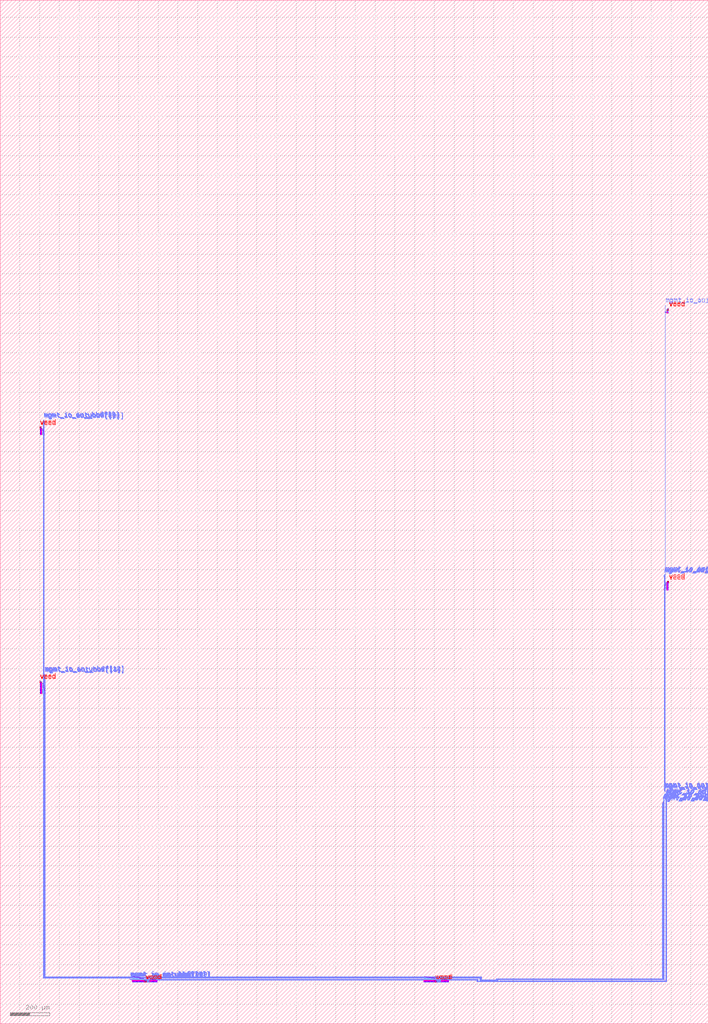
<source format=lef>
VERSION 5.7 ;
  NOWIREEXTENSIONATPIN ON ;
  DIVIDERCHAR "/" ;
  BUSBITCHARS "[]" ;
MACRO gpio_signal_buffering_alt
  CLASS BLOCK ;
  FOREIGN gpio_signal_buffering_alt ;
  ORIGIN 0.000 0.000 ;
  SIZE 3588.000 BY 5188.000 ;
  PIN mgmt_io_in_unbuf[6]
    DIRECTION INPUT ;
    USE SIGNAL ;
    PORT
      LAYER met1 ;
        RECT 3370.780 3640.170 3370.920 3641.605 ;
    END
  END mgmt_io_in_unbuf[6]
  PIN mgmt_io_out_buf[6]
    DIRECTION OUTPUT ;
    USE SIGNAL ;
    PORT
      LAYER met1 ;
        RECT 3370.220 3639.170 3370.360 3640.605 ;
    END
  END mgmt_io_out_buf[6]
  PIN mgmt_io_in_unbuf[5]
    DIRECTION INPUT ;
    USE SIGNAL ;
    PORT
      LAYER met1 ;
        RECT 3369.800 2279.840 3369.940 2281.275 ;
    END
  END mgmt_io_in_unbuf[5]
  PIN mgmt_io_in_unbuf[4]
    DIRECTION INPUT ;
    USE SIGNAL ;
    PORT
      LAYER met1 ;
        RECT 3368.680 2277.840 3368.820 2279.275 ;
    END
  END mgmt_io_in_unbuf[4]
  PIN mgmt_io_in_unbuf[3]
    DIRECTION INPUT ;
    USE SIGNAL ;
    PORT
      LAYER met1 ;
        RECT 3367.560 2275.840 3367.700 2277.275 ;
    END
  END mgmt_io_in_unbuf[3]
  PIN mgmt_io_in_unbuf[2]
    DIRECTION INPUT ;
    USE SIGNAL ;
    PORT
      LAYER met1 ;
        RECT 3366.440 2273.840 3366.580 2275.275 ;
    END
  END mgmt_io_in_unbuf[2]
  PIN mgmt_io_in_unbuf[1]
    DIRECTION INPUT ;
    USE SIGNAL ;
    PORT
      LAYER met1 ;
        RECT 3365.320 2271.840 3365.460 2273.275 ;
    END
  END mgmt_io_in_unbuf[1]
  PIN mgmt_io_in_unbuf[0]
    DIRECTION INPUT ;
    USE SIGNAL ;
    PORT
      LAYER met1 ;
        RECT 3364.200 2269.840 3364.340 2271.275 ;
    END
  END mgmt_io_in_unbuf[0]
  PIN mgmt_io_out_buf[0]
    DIRECTION OUTPUT ;
    USE SIGNAL ;
    PORT
      LAYER met1 ;
        RECT 3363.640 2268.840 3363.780 2270.275 ;
    END
  END mgmt_io_out_buf[0]
  PIN mgmt_io_out_buf[1]
    DIRECTION OUTPUT ;
    USE SIGNAL ;
    PORT
      LAYER met1 ;
        RECT 3364.760 2270.840 3364.900 2272.275 ;
    END
  END mgmt_io_out_buf[1]
  PIN mgmt_io_out_buf[2]
    DIRECTION OUTPUT ;
    USE SIGNAL ;
    PORT
      LAYER met1 ;
        RECT 3365.880 2272.840 3366.020 2274.275 ;
    END
  END mgmt_io_out_buf[2]
  PIN mgmt_io_out_buf[3]
    DIRECTION OUTPUT ;
    USE SIGNAL ;
    PORT
      LAYER met1 ;
        RECT 3367.000 2274.840 3367.140 2276.275 ;
    END
  END mgmt_io_out_buf[3]
  PIN mgmt_io_out_buf[4]
    DIRECTION OUTPUT ;
    USE SIGNAL ;
    PORT
      LAYER met1 ;
        RECT 3368.120 2276.840 3368.260 2278.275 ;
    END
  END mgmt_io_out_buf[4]
  PIN mgmt_io_out_buf[5]
    DIRECTION OUTPUT ;
    USE SIGNAL ;
    PORT
      LAYER met1 ;
        RECT 3369.240 2278.840 3369.380 2280.275 ;
    END
  END mgmt_io_out_buf[5]
  PIN mgmt_io_out_unbuf[0]
    DIRECTION INPUT ;
    USE SIGNAL ;
    PORT
      LAYER met1 ;
        RECT 3363.780 1185.250 3363.920 1186.685 ;
    END
  END mgmt_io_out_unbuf[0]
  PIN mgmt_io_out_unbuf[1]
    DIRECTION INPUT ;
    USE SIGNAL ;
    PORT
      LAYER met1 ;
        RECT 3364.900 1183.250 3365.040 1184.685 ;
    END
  END mgmt_io_out_unbuf[1]
  PIN mgmt_io_out_unbuf[2]
    DIRECTION INPUT ;
    USE SIGNAL ;
    PORT
      LAYER met1 ;
        RECT 3366.020 1181.250 3366.160 1182.685 ;
    END
  END mgmt_io_out_unbuf[2]
  PIN mgmt_io_out_unbuf[3]
    DIRECTION INPUT ;
    USE SIGNAL ;
    PORT
      LAYER met1 ;
        RECT 3367.140 1179.250 3367.280 1180.685 ;
    END
  END mgmt_io_out_unbuf[3]
  PIN mgmt_io_out_unbuf[4]
    DIRECTION INPUT ;
    USE SIGNAL ;
    PORT
      LAYER met1 ;
        RECT 3368.260 1177.250 3368.400 1178.685 ;
    END
  END mgmt_io_out_unbuf[4]
  PIN mgmt_io_out_unbuf[5]
    DIRECTION INPUT ;
    USE SIGNAL ;
    PORT
      LAYER met1 ;
        RECT 3369.380 1175.250 3369.520 1176.685 ;
    END
  END mgmt_io_out_unbuf[5]
  PIN mgmt_io_out_unbuf[6]
    DIRECTION INPUT ;
    USE SIGNAL ;
    PORT
      LAYER met1 ;
        RECT 3370.500 1173.250 3370.640 1174.685 ;
    END
  END mgmt_io_out_unbuf[6]
  PIN mgmt_io_in_buf[6]
    DIRECTION OUTPUT ;
    USE SIGNAL ;
    PORT
      LAYER met1 ;
        RECT 3371.060 1172.250 3371.200 1173.685 ;
    END
  END mgmt_io_in_buf[6]
  PIN mgmt_io_in_buf[5]
    DIRECTION OUTPUT ;
    USE SIGNAL ;
    PORT
      LAYER met1 ;
        RECT 3369.940 1174.250 3370.080 1175.685 ;
    END
  END mgmt_io_in_buf[5]
  PIN mgmt_io_in_buf[4]
    DIRECTION OUTPUT ;
    USE SIGNAL ;
    PORT
      LAYER met1 ;
        RECT 3368.820 1176.250 3368.960 1177.685 ;
    END
  END mgmt_io_in_buf[4]
  PIN mgmt_io_in_buf[3]
    DIRECTION OUTPUT ;
    USE SIGNAL ;
    PORT
      LAYER met1 ;
        RECT 3367.700 1178.250 3367.840 1179.685 ;
    END
  END mgmt_io_in_buf[3]
  PIN mgmt_io_in_buf[2]
    DIRECTION OUTPUT ;
    USE SIGNAL ;
    PORT
      LAYER met1 ;
        RECT 3366.580 1180.250 3366.720 1181.685 ;
    END
  END mgmt_io_in_buf[2]
  PIN mgmt_io_in_buf[1]
    DIRECTION OUTPUT ;
    USE SIGNAL ;
    PORT
      LAYER met1 ;
        RECT 3365.460 1182.250 3365.600 1183.685 ;
    END
  END mgmt_io_in_buf[1]
  PIN mgmt_io_in_buf[0]
    DIRECTION OUTPUT ;
    USE SIGNAL ;
    PORT
      LAYER met1 ;
        RECT 3364.340 1184.250 3364.480 1185.685 ;
    END
  END mgmt_io_in_buf[0]
  PIN mgmt_io_out_buf[7]
    DIRECTION OUTPUT ;
    USE SIGNAL ;
    PORT
      LAYER met1 ;
        RECT 218.315 3060.475 218.455 3061.780 ;
    END
  END mgmt_io_out_buf[7]
  PIN mgmt_io_out_buf[8]
    DIRECTION OUTPUT ;
    USE SIGNAL ;
    PORT
      LAYER met1 ;
        RECT 219.435 3058.475 219.575 3059.780 ;
    END
  END mgmt_io_out_buf[8]
  PIN mgmt_io_out_buf[9]
    DIRECTION OUTPUT ;
    USE SIGNAL ;
    PORT
      LAYER met1 ;
        RECT 220.555 3056.475 220.695 3057.780 ;
    END
  END mgmt_io_out_buf[9]
  PIN mgmt_io_out_buf[10]
    DIRECTION OUTPUT ;
    USE SIGNAL ;
    PORT
      LAYER met1 ;
        RECT 221.675 3054.475 221.815 3055.780 ;
    END
  END mgmt_io_out_buf[10]
  PIN mgmt_io_out_buf[11]
    DIRECTION OUTPUT ;
    USE SIGNAL ;
    PORT
      LAYER met1 ;
        RECT 222.795 3052.475 222.935 3053.780 ;
    END
  END mgmt_io_out_buf[11]
  PIN mgmt_io_in_unbuf[11]
    DIRECTION INPUT ;
    USE SIGNAL ;
    PORT
      LAYER met1 ;
        RECT 222.235 3053.475 222.375 3054.780 ;
    END
  END mgmt_io_in_unbuf[11]
  PIN mgmt_io_in_unbuf[10]
    DIRECTION INPUT ;
    USE SIGNAL ;
    PORT
      LAYER met1 ;
        RECT 221.115 3055.475 221.255 3056.780 ;
    END
  END mgmt_io_in_unbuf[10]
  PIN mgmt_io_in_unbuf[9]
    DIRECTION INPUT ;
    USE SIGNAL ;
    PORT
      LAYER met1 ;
        RECT 219.995 3057.475 220.135 3058.780 ;
    END
  END mgmt_io_in_unbuf[9]
  PIN mgmt_io_in_unbuf[8]
    DIRECTION INPUT ;
    USE SIGNAL ;
    PORT
      LAYER met1 ;
        RECT 218.875 3059.475 219.015 3060.780 ;
    END
  END mgmt_io_in_unbuf[8]
  PIN mgmt_io_in_unbuf[7]
    DIRECTION INPUT ;
    USE SIGNAL ;
    PORT
      LAYER met1 ;
        RECT 217.755 3061.475 217.895 3062.780 ;
    END
  END mgmt_io_in_unbuf[7]
  PIN mgmt_io_out_buf[12]
    DIRECTION OUTPUT ;
    USE SIGNAL ;
    PORT
      LAYER met1 ;
        RECT 223.775 1771.180 223.915 1772.650 ;
    END
  END mgmt_io_out_buf[12]
  PIN mgmt_io_out_buf[13]
    DIRECTION OUTPUT ;
    USE SIGNAL ;
    PORT
      LAYER met1 ;
        RECT 224.895 1769.180 225.035 1770.650 ;
    END
  END mgmt_io_out_buf[13]
  PIN mgmt_io_out_buf[14]
    DIRECTION OUTPUT ;
    USE SIGNAL ;
    PORT
      LAYER met1 ;
        RECT 226.015 1767.180 226.155 1768.650 ;
    END
  END mgmt_io_out_buf[14]
  PIN mgmt_io_out_buf[15]
    DIRECTION OUTPUT ;
    USE SIGNAL ;
    PORT
      LAYER met1 ;
        RECT 227.135 1765.180 227.275 1766.650 ;
    END
  END mgmt_io_out_buf[15]
  PIN mgmt_io_in_unbuf[15]
    DIRECTION INPUT ;
    USE SIGNAL ;
    PORT
      LAYER met1 ;
        RECT 226.575 1766.180 226.715 1767.650 ;
    END
  END mgmt_io_in_unbuf[15]
  PIN mgmt_io_in_unbuf[14]
    DIRECTION INPUT ;
    USE SIGNAL ;
    PORT
      LAYER met1 ;
        RECT 225.455 1768.180 225.595 1769.650 ;
    END
  END mgmt_io_in_unbuf[14]
  PIN mgmt_io_in_unbuf[13]
    DIRECTION INPUT ;
    USE SIGNAL ;
    PORT
      LAYER met1 ;
        RECT 224.335 1770.180 224.475 1771.650 ;
    END
  END mgmt_io_in_unbuf[13]
  PIN mgmt_io_in_unbuf[12]
    DIRECTION INPUT ;
    USE SIGNAL ;
    PORT
      LAYER met1 ;
        RECT 223.215 1772.180 223.355 1773.650 ;
    END
  END mgmt_io_in_unbuf[12]
  PIN mgmt_io_out_buf[16]
    DIRECTION OUTPUT ;
    USE SIGNAL ;
    PORT
      LAYER met1 ;
        RECT 655.755 225.380 657.010 225.520 ;
    END
  END mgmt_io_out_buf[16]
  PIN mgmt_io_out_buf[17]
    DIRECTION OUTPUT ;
    USE SIGNAL ;
    PORT
      LAYER met1 ;
        RECT 657.755 224.540 659.010 224.680 ;
    END
  END mgmt_io_out_buf[17]
  PIN mgmt_io_out_buf[18]
    DIRECTION OUTPUT ;
    USE SIGNAL ;
    PORT
      LAYER met1 ;
        RECT 659.755 223.700 661.010 223.840 ;
    END
  END mgmt_io_out_buf[18]
  PIN mgmt_io_out_buf[19]
    DIRECTION OUTPUT ;
    USE SIGNAL ;
    PORT
      LAYER met1 ;
        RECT 661.755 222.860 663.010 223.000 ;
    END
  END mgmt_io_out_buf[19]
  PIN mgmt_io_in_unbuf[19]
    DIRECTION INPUT ;
    USE SIGNAL ;
    PORT
      LAYER met1 ;
        RECT 662.615 222.440 663.870 222.580 ;
    END
  END mgmt_io_in_unbuf[19]
  PIN mgmt_io_in_unbuf[18]
    DIRECTION INPUT ;
    USE SIGNAL ;
    PORT
      LAYER met1 ;
        RECT 660.615 223.280 661.870 223.420 ;
    END
  END mgmt_io_in_unbuf[18]
  PIN mgmt_io_in_unbuf[17]
    DIRECTION INPUT ;
    USE SIGNAL ;
    PORT
      LAYER met1 ;
        RECT 658.615 224.120 659.870 224.260 ;
    END
  END mgmt_io_in_unbuf[17]
  PIN mgmt_io_in_unbuf[16]
    DIRECTION INPUT ;
    USE SIGNAL ;
    PORT
      LAYER met1 ;
        RECT 656.615 224.960 657.870 225.100 ;
    END
  END mgmt_io_in_unbuf[16]
  PIN mgmt_io_oeb_buf[0]
    DIRECTION OUTPUT ;
    USE SIGNAL ;
    PORT
      LAYER met1 ;
        RECT 663.615 221.880 664.870 222.020 ;
    END
  END mgmt_io_oeb_buf[0]
  PIN mgmt_io_oeb_buf[1]
    DIRECTION OUTPUT ;
    USE SIGNAL ;
    PORT
      LAYER met1 ;
        RECT 664.615 221.320 665.870 221.460 ;
    END
  END mgmt_io_oeb_buf[1]
  PIN mgmt_io_oeb_buf[2]
    DIRECTION OUTPUT ;
    USE SIGNAL ;
    PORT
      LAYER met1 ;
        RECT 665.615 220.760 666.870 220.900 ;
    END
  END mgmt_io_oeb_buf[2]
  PIN mgmt_io_oeb_unbuf[2]
    DIRECTION INPUT ;
    USE SIGNAL ;
    PORT
      LAYER met1 ;
        RECT 3377.640 1155.250 3377.780 1156.435 ;
    END
  END mgmt_io_oeb_unbuf[2]
  PIN mgmt_io_oeb_unbuf[1]
    DIRECTION INPUT ;
    USE SIGNAL ;
    PORT
      LAYER met1 ;
        RECT 3376.800 1154.250 3376.940 1155.435 ;
    END
  END mgmt_io_oeb_unbuf[1]
  PIN mgmt_io_oeb_unbuf[0]
    DIRECTION INPUT ;
    USE SIGNAL ;
    PORT
      LAYER met1 ;
        RECT 3375.960 1153.250 3376.100 1154.435 ;
    END
  END mgmt_io_oeb_unbuf[0]
  PIN mgmt_io_in_buf[19]
    DIRECTION OUTPUT ;
    USE SIGNAL ;
    PORT
      LAYER met1 ;
        RECT 3375.120 1152.250 3375.260 1153.435 ;
    END
  END mgmt_io_in_buf[19]
  PIN mgmt_io_in_buf[18]
    DIRECTION OUTPUT ;
    USE SIGNAL ;
    PORT
      LAYER met1 ;
        RECT 3374.000 1150.250 3374.140 1151.435 ;
    END
  END mgmt_io_in_buf[18]
  PIN mgmt_io_in_buf[17]
    DIRECTION OUTPUT ;
    USE SIGNAL ;
    PORT
      LAYER met1 ;
        RECT 3372.880 1148.250 3373.020 1149.435 ;
    END
  END mgmt_io_in_buf[17]
  PIN mgmt_io_in_buf[16]
    DIRECTION OUTPUT ;
    USE SIGNAL ;
    PORT
      LAYER met1 ;
        RECT 3371.760 1146.250 3371.900 1147.435 ;
    END
  END mgmt_io_in_buf[16]
  PIN mgmt_io_out_unbuf[16]
    DIRECTION INPUT ;
    USE SIGNAL ;
    PORT
      LAYER met1 ;
        RECT 3371.200 1145.250 3371.340 1146.435 ;
    END
  END mgmt_io_out_unbuf[16]
  PIN mgmt_io_out_unbuf[17]
    DIRECTION INPUT ;
    USE SIGNAL ;
    PORT
      LAYER met1 ;
        RECT 3372.320 1147.250 3372.460 1148.435 ;
    END
  END mgmt_io_out_unbuf[17]
  PIN mgmt_io_out_unbuf[18]
    DIRECTION INPUT ;
    USE SIGNAL ;
    PORT
      LAYER met1 ;
        RECT 3373.440 1149.250 3373.580 1150.435 ;
    END
  END mgmt_io_out_unbuf[18]
  PIN mgmt_io_out_unbuf[19]
    DIRECTION INPUT ;
    USE SIGNAL ;
    PORT
      LAYER met1 ;
        RECT 3374.560 1151.250 3374.700 1152.435 ;
    END
  END mgmt_io_out_unbuf[19]
  PIN mgmt_io_out_unbuf[15]
    DIRECTION INPUT ;
    USE SIGNAL ;
    PORT
      LAYER met1 ;
        RECT 3354.680 1115.250 3354.820 1116.665 ;
    END
  END mgmt_io_out_unbuf[15]
  PIN mgmt_io_out_unbuf[14]
    DIRECTION INPUT ;
    USE SIGNAL ;
    PORT
      LAYER met1 ;
        RECT 3355.800 1117.250 3355.940 1118.665 ;
    END
  END mgmt_io_out_unbuf[14]
  PIN mgmt_io_out_unbuf[13]
    DIRECTION INPUT ;
    USE SIGNAL ;
    PORT
      LAYER met1 ;
        RECT 3356.920 1119.250 3357.060 1120.665 ;
    END
  END mgmt_io_out_unbuf[13]
  PIN mgmt_io_out_unbuf[12]
    DIRECTION INPUT ;
    USE SIGNAL ;
    PORT
      LAYER met1 ;
        RECT 3358.040 1121.250 3358.180 1122.665 ;
    END
  END mgmt_io_out_unbuf[12]
  PIN mgmt_io_out_unbuf[11]
    DIRECTION INPUT ;
    USE SIGNAL ;
    PORT
      LAYER met1 ;
        RECT 3359.160 1123.250 3359.300 1124.665 ;
    END
  END mgmt_io_out_unbuf[11]
  PIN mgmt_io_out_unbuf[10]
    DIRECTION INPUT ;
    USE SIGNAL ;
    PORT
      LAYER met1 ;
        RECT 3360.280 1125.250 3360.420 1126.665 ;
    END
  END mgmt_io_out_unbuf[10]
  PIN mgmt_io_out_unbuf[9]
    DIRECTION INPUT ;
    USE SIGNAL ;
    PORT
      LAYER met1 ;
        RECT 3361.400 1127.250 3361.540 1128.665 ;
    END
  END mgmt_io_out_unbuf[9]
  PIN mgmt_io_out_unbuf[8]
    DIRECTION INPUT ;
    USE SIGNAL ;
    PORT
      LAYER met1 ;
        RECT 3362.520 1129.250 3362.660 1130.665 ;
    END
  END mgmt_io_out_unbuf[8]
  PIN mgmt_io_out_unbuf[7]
    DIRECTION INPUT ;
    USE SIGNAL ;
    PORT
      LAYER met1 ;
        RECT 3363.640 1131.250 3363.780 1132.665 ;
    END
  END mgmt_io_out_unbuf[7]
  PIN mgmt_io_in_buf[7]
    DIRECTION OUTPUT ;
    USE SIGNAL ;
    PORT
      LAYER met1 ;
        RECT 3364.200 1132.250 3364.340 1133.665 ;
    END
  END mgmt_io_in_buf[7]
  PIN mgmt_io_in_buf[8]
    DIRECTION OUTPUT ;
    USE SIGNAL ;
    PORT
      LAYER met1 ;
        RECT 3363.080 1130.250 3363.220 1131.665 ;
    END
  END mgmt_io_in_buf[8]
  PIN mgmt_io_in_buf[9]
    DIRECTION OUTPUT ;
    USE SIGNAL ;
    PORT
      LAYER met1 ;
        RECT 3361.960 1128.250 3362.100 1129.665 ;
    END
  END mgmt_io_in_buf[9]
  PIN mgmt_io_in_buf[10]
    DIRECTION OUTPUT ;
    USE SIGNAL ;
    PORT
      LAYER met1 ;
        RECT 3360.840 1126.250 3360.980 1127.665 ;
    END
  END mgmt_io_in_buf[10]
  PIN mgmt_io_in_buf[11]
    DIRECTION OUTPUT ;
    USE SIGNAL ;
    PORT
      LAYER met1 ;
        RECT 3359.720 1124.250 3359.860 1125.665 ;
    END
  END mgmt_io_in_buf[11]
  PIN mgmt_io_in_buf[12]
    DIRECTION OUTPUT ;
    USE SIGNAL ;
    PORT
      LAYER met1 ;
        RECT 3358.600 1122.250 3358.740 1123.665 ;
    END
  END mgmt_io_in_buf[12]
  PIN mgmt_io_in_buf[13]
    DIRECTION OUTPUT ;
    USE SIGNAL ;
    PORT
      LAYER met1 ;
        RECT 3357.480 1120.250 3357.620 1121.665 ;
    END
  END mgmt_io_in_buf[13]
  PIN mgmt_io_in_buf[14]
    DIRECTION OUTPUT ;
    USE SIGNAL ;
    PORT
      LAYER met1 ;
        RECT 3356.360 1118.250 3356.500 1119.665 ;
    END
  END mgmt_io_in_buf[14]
  PIN mgmt_io_in_buf[15]
    DIRECTION OUTPUT ;
    USE SIGNAL ;
    PORT
      LAYER met1 ;
        RECT 3355.240 1116.250 3355.380 1117.665 ;
    END
  END mgmt_io_in_buf[15]
  PIN vssd
    DIRECTION INPUT ;
    USE GROUND ;
    PORT
      LAYER met3 ;
        RECT 3387.320 2240.650 3387.770 2242.135 ;
    END
    PORT
      LAYER met3 ;
        RECT 3387.350 3622.635 3387.800 3624.120 ;
    END
    PORT
      LAYER met3 ;
        RECT 737.160 209.985 738.690 210.455 ;
    END
    PORT
      LAYER met3 ;
        RECT 2208.220 209.890 2209.750 210.360 ;
    END
    PORT
      LAYER met3 ;
        RECT 200.370 1734.925 200.820 1736.410 ;
    END
    PORT
      LAYER met3 ;
        RECT 200.265 3023.205 200.715 3024.690 ;
    END
  END vssd
  PIN vccd
    DIRECTION INPUT ;
    USE POWER ;
    PORT
      LAYER met3 ;
        RECT 3387.310 2234.655 3387.760 2236.140 ;
    END
    PORT
      LAYER met3 ;
        RECT 3387.305 3616.650 3387.755 3618.135 ;
    END
    PORT
      LAYER met3 ;
        RECT 731.130 209.985 732.660 210.455 ;
    END
    PORT
      LAYER met3 ;
        RECT 2202.255 209.920 2203.785 210.390 ;
    END
    PORT
      LAYER met3 ;
        RECT 200.380 1728.960 200.830 1730.445 ;
    END
    PORT
      LAYER met3 ;
        RECT 200.265 3017.200 200.715 3018.685 ;
    END
  END vccd
  OBS
      LAYER nwell ;
        RECT 3377.675 3601.870 3379.280 3608.690 ;
      LAYER pwell ;
        RECT 3379.610 3608.055 3380.395 3608.485 ;
        RECT 3380.775 3608.055 3381.560 3608.485 ;
        RECT 3380.690 3607.960 3381.600 3608.035 ;
        RECT 3380.435 3607.680 3381.600 3607.960 ;
        RECT 3380.690 3602.905 3381.600 3607.680 ;
        RECT 3379.610 3602.075 3380.395 3602.505 ;
        RECT 3380.775 3602.075 3381.560 3602.505 ;
      LAYER nwell ;
        RECT 3381.890 3601.870 3384.720 3608.690 ;
      LAYER pwell ;
        RECT 3385.050 3608.055 3385.835 3608.485 ;
        RECT 3385.010 3602.840 3385.920 3607.655 ;
        RECT 3385.010 3602.670 3386.110 3602.840 ;
        RECT 3385.010 3602.525 3385.920 3602.670 ;
        RECT 3385.050 3602.075 3385.835 3602.505 ;
        RECT 202.160 3014.645 202.945 3015.075 ;
        RECT 202.075 3009.430 202.985 3014.245 ;
        RECT 201.885 3009.260 202.985 3009.430 ;
        RECT 202.075 3009.115 202.985 3009.260 ;
        RECT 202.160 3008.665 202.945 3009.095 ;
        RECT 202.075 3003.450 202.985 3008.265 ;
        RECT 201.885 3003.280 202.985 3003.450 ;
        RECT 202.075 3003.135 202.985 3003.280 ;
        RECT 202.160 3002.685 202.945 3003.115 ;
        RECT 202.075 2997.470 202.985 3002.285 ;
        RECT 201.885 2997.300 202.985 2997.470 ;
        RECT 202.075 2997.155 202.985 2997.300 ;
        RECT 202.160 2996.705 202.945 2997.135 ;
        RECT 202.075 2991.490 202.985 2996.305 ;
        RECT 201.885 2991.320 202.985 2991.490 ;
        RECT 202.075 2991.175 202.985 2991.320 ;
        RECT 202.160 2990.725 202.945 2991.155 ;
        RECT 202.075 2985.510 202.985 2990.325 ;
        RECT 201.885 2985.340 202.985 2985.510 ;
        RECT 202.075 2985.195 202.985 2985.340 ;
        RECT 202.160 2984.745 202.945 2985.175 ;
      LAYER nwell ;
        RECT 203.275 2984.540 206.105 3015.280 ;
      LAYER pwell ;
        RECT 206.435 3014.645 207.220 3015.075 ;
        RECT 207.600 3014.645 208.385 3015.075 ;
        RECT 206.395 3014.550 207.305 3014.625 ;
        RECT 206.395 3014.270 207.560 3014.550 ;
        RECT 206.395 3009.495 207.305 3014.270 ;
        RECT 206.435 3008.665 207.220 3009.095 ;
        RECT 207.600 3008.665 208.385 3009.095 ;
        RECT 206.395 3008.570 207.305 3008.645 ;
        RECT 206.395 3008.290 207.560 3008.570 ;
        RECT 206.395 3003.515 207.305 3008.290 ;
        RECT 206.435 3002.685 207.220 3003.115 ;
        RECT 207.600 3002.685 208.385 3003.115 ;
        RECT 206.395 3002.590 207.305 3002.665 ;
        RECT 206.395 3002.310 207.560 3002.590 ;
        RECT 206.395 2997.535 207.305 3002.310 ;
        RECT 206.435 2996.705 207.220 2997.135 ;
        RECT 207.600 2996.705 208.385 2997.135 ;
        RECT 206.395 2996.610 207.305 2996.685 ;
        RECT 206.395 2996.330 207.560 2996.610 ;
        RECT 206.395 2991.555 207.305 2996.330 ;
        RECT 206.435 2990.725 207.220 2991.155 ;
        RECT 207.600 2990.725 208.385 2991.155 ;
        RECT 206.395 2990.630 207.305 2990.705 ;
        RECT 206.395 2990.350 207.560 2990.630 ;
        RECT 206.395 2985.575 207.305 2990.350 ;
        RECT 206.435 2984.745 207.220 2985.175 ;
        RECT 207.600 2984.745 208.385 2985.175 ;
      LAYER nwell ;
        RECT 208.715 2984.540 210.320 3015.280 ;
        RECT 3377.675 2195.870 3379.280 2238.570 ;
      LAYER pwell ;
        RECT 3379.610 2237.935 3380.395 2238.365 ;
        RECT 3380.775 2237.935 3381.560 2238.365 ;
        RECT 3380.690 2237.840 3381.600 2237.915 ;
        RECT 3380.435 2237.560 3381.600 2237.840 ;
        RECT 3380.690 2232.785 3381.600 2237.560 ;
        RECT 3379.610 2231.955 3380.395 2232.385 ;
        RECT 3380.775 2231.955 3381.560 2232.385 ;
        RECT 3380.690 2231.860 3381.600 2231.935 ;
        RECT 3380.435 2231.580 3381.600 2231.860 ;
        RECT 3380.690 2226.805 3381.600 2231.580 ;
        RECT 3379.610 2225.975 3380.395 2226.405 ;
        RECT 3380.775 2225.975 3381.560 2226.405 ;
        RECT 3380.690 2225.880 3381.600 2225.955 ;
        RECT 3380.435 2225.600 3381.600 2225.880 ;
        RECT 3380.690 2220.825 3381.600 2225.600 ;
        RECT 3379.610 2219.995 3380.395 2220.425 ;
        RECT 3380.775 2219.995 3381.560 2220.425 ;
        RECT 3380.690 2219.900 3381.600 2219.975 ;
        RECT 3380.435 2219.620 3381.600 2219.900 ;
        RECT 3380.690 2214.845 3381.600 2219.620 ;
        RECT 3379.610 2214.015 3380.395 2214.445 ;
        RECT 3380.775 2214.015 3381.560 2214.445 ;
        RECT 3380.690 2213.920 3381.600 2213.995 ;
        RECT 3380.435 2213.640 3381.600 2213.920 ;
        RECT 3380.690 2208.865 3381.600 2213.640 ;
        RECT 3379.610 2208.035 3380.395 2208.465 ;
        RECT 3380.775 2208.035 3381.560 2208.465 ;
        RECT 3380.690 2207.940 3381.600 2208.015 ;
        RECT 3380.435 2207.660 3381.600 2207.940 ;
        RECT 3380.690 2202.885 3381.600 2207.660 ;
        RECT 3379.610 2202.055 3380.395 2202.485 ;
        RECT 3380.775 2202.055 3381.560 2202.485 ;
        RECT 3380.690 2201.960 3381.600 2202.035 ;
        RECT 3380.435 2201.680 3381.600 2201.960 ;
        RECT 3380.690 2196.905 3381.600 2201.680 ;
        RECT 3379.610 2196.075 3380.395 2196.505 ;
        RECT 3380.775 2196.075 3381.560 2196.505 ;
      LAYER nwell ;
        RECT 3381.890 2195.870 3384.720 2238.570 ;
      LAYER pwell ;
        RECT 3385.050 2237.935 3385.835 2238.365 ;
        RECT 3385.010 2232.720 3385.920 2237.535 ;
        RECT 3385.010 2232.550 3386.110 2232.720 ;
        RECT 3385.010 2232.405 3385.920 2232.550 ;
        RECT 3385.050 2231.955 3385.835 2232.385 ;
        RECT 3385.010 2226.740 3385.920 2231.555 ;
        RECT 3385.010 2226.570 3386.110 2226.740 ;
        RECT 3385.010 2226.425 3385.920 2226.570 ;
        RECT 3385.050 2225.975 3385.835 2226.405 ;
        RECT 3385.010 2220.760 3385.920 2225.575 ;
        RECT 3385.010 2220.590 3386.110 2220.760 ;
        RECT 3385.010 2220.445 3385.920 2220.590 ;
        RECT 3385.050 2219.995 3385.835 2220.425 ;
        RECT 3385.010 2214.780 3385.920 2219.595 ;
        RECT 3385.010 2214.610 3386.110 2214.780 ;
        RECT 3385.010 2214.465 3385.920 2214.610 ;
        RECT 3385.050 2214.015 3385.835 2214.445 ;
        RECT 3385.010 2208.800 3385.920 2213.615 ;
        RECT 3385.010 2208.630 3386.110 2208.800 ;
        RECT 3385.010 2208.485 3385.920 2208.630 ;
        RECT 3385.050 2208.035 3385.835 2208.465 ;
        RECT 3385.010 2202.820 3385.920 2207.635 ;
        RECT 3385.010 2202.650 3386.110 2202.820 ;
        RECT 3385.010 2202.505 3385.920 2202.650 ;
        RECT 3385.050 2202.055 3385.835 2202.485 ;
        RECT 3385.010 2196.840 3385.920 2201.655 ;
        RECT 3385.010 2196.670 3386.110 2196.840 ;
        RECT 3385.010 2196.525 3385.920 2196.670 ;
        RECT 3385.050 2196.075 3385.835 2196.505 ;
        RECT 202.270 1726.740 203.055 1727.170 ;
        RECT 202.185 1721.525 203.095 1726.340 ;
        RECT 201.995 1721.355 203.095 1721.525 ;
        RECT 202.185 1721.210 203.095 1721.355 ;
        RECT 202.270 1720.760 203.055 1721.190 ;
        RECT 202.185 1715.545 203.095 1720.360 ;
        RECT 201.995 1715.375 203.095 1715.545 ;
        RECT 202.185 1715.230 203.095 1715.375 ;
        RECT 202.270 1714.780 203.055 1715.210 ;
        RECT 202.185 1709.565 203.095 1714.380 ;
        RECT 201.995 1709.395 203.095 1709.565 ;
        RECT 202.185 1709.250 203.095 1709.395 ;
        RECT 202.270 1708.800 203.055 1709.230 ;
        RECT 202.185 1703.585 203.095 1708.400 ;
        RECT 201.995 1703.415 203.095 1703.585 ;
        RECT 202.185 1703.270 203.095 1703.415 ;
        RECT 202.270 1702.820 203.055 1703.250 ;
        RECT 202.185 1697.605 203.095 1702.420 ;
        RECT 201.995 1697.435 203.095 1697.605 ;
        RECT 202.185 1697.290 203.095 1697.435 ;
        RECT 202.270 1696.840 203.055 1697.270 ;
        RECT 202.185 1691.625 203.095 1696.440 ;
        RECT 201.995 1691.455 203.095 1691.625 ;
        RECT 202.185 1691.310 203.095 1691.455 ;
        RECT 202.270 1690.860 203.055 1691.290 ;
        RECT 202.185 1685.645 203.095 1690.460 ;
        RECT 201.995 1685.475 203.095 1685.645 ;
        RECT 202.185 1685.330 203.095 1685.475 ;
        RECT 202.270 1684.880 203.055 1685.310 ;
        RECT 202.185 1679.665 203.095 1684.480 ;
        RECT 201.995 1679.495 203.095 1679.665 ;
        RECT 202.185 1679.350 203.095 1679.495 ;
        RECT 202.270 1678.900 203.055 1679.330 ;
        RECT 202.185 1673.685 203.095 1678.500 ;
        RECT 201.995 1673.515 203.095 1673.685 ;
        RECT 202.185 1673.370 203.095 1673.515 ;
        RECT 202.270 1672.920 203.055 1673.350 ;
      LAYER nwell ;
        RECT 203.385 1672.715 206.215 1727.375 ;
      LAYER pwell ;
        RECT 206.545 1726.740 207.330 1727.170 ;
        RECT 207.710 1726.740 208.495 1727.170 ;
        RECT 206.505 1726.645 207.415 1726.720 ;
        RECT 206.505 1726.365 207.670 1726.645 ;
        RECT 206.505 1721.590 207.415 1726.365 ;
        RECT 206.545 1720.760 207.330 1721.190 ;
        RECT 207.710 1720.760 208.495 1721.190 ;
        RECT 206.505 1720.665 207.415 1720.740 ;
        RECT 206.505 1720.385 207.670 1720.665 ;
        RECT 206.505 1715.610 207.415 1720.385 ;
        RECT 206.545 1714.780 207.330 1715.210 ;
        RECT 207.710 1714.780 208.495 1715.210 ;
        RECT 206.505 1714.685 207.415 1714.760 ;
        RECT 206.505 1714.405 207.670 1714.685 ;
        RECT 206.505 1709.630 207.415 1714.405 ;
        RECT 206.545 1708.800 207.330 1709.230 ;
        RECT 207.710 1708.800 208.495 1709.230 ;
        RECT 206.505 1708.705 207.415 1708.780 ;
        RECT 206.505 1708.425 207.670 1708.705 ;
        RECT 206.505 1703.650 207.415 1708.425 ;
        RECT 206.545 1702.820 207.330 1703.250 ;
        RECT 207.710 1702.820 208.495 1703.250 ;
        RECT 206.505 1702.725 207.415 1702.800 ;
        RECT 206.505 1702.445 207.670 1702.725 ;
        RECT 206.505 1697.670 207.415 1702.445 ;
        RECT 206.545 1696.840 207.330 1697.270 ;
        RECT 207.710 1696.840 208.495 1697.270 ;
        RECT 206.505 1696.745 207.415 1696.820 ;
        RECT 206.505 1696.465 207.670 1696.745 ;
        RECT 206.505 1691.690 207.415 1696.465 ;
        RECT 206.545 1690.860 207.330 1691.290 ;
        RECT 207.710 1690.860 208.495 1691.290 ;
        RECT 206.505 1690.765 207.415 1690.840 ;
        RECT 206.505 1690.485 207.670 1690.765 ;
        RECT 206.505 1685.710 207.415 1690.485 ;
        RECT 206.545 1684.880 207.330 1685.310 ;
        RECT 207.710 1684.880 208.495 1685.310 ;
        RECT 206.505 1684.785 207.415 1684.860 ;
        RECT 206.505 1684.505 207.670 1684.785 ;
        RECT 206.505 1679.730 207.415 1684.505 ;
        RECT 206.545 1678.900 207.330 1679.330 ;
        RECT 207.710 1678.900 208.495 1679.330 ;
        RECT 206.505 1678.805 207.415 1678.880 ;
        RECT 206.505 1678.525 207.670 1678.805 ;
        RECT 206.505 1673.750 207.415 1678.525 ;
        RECT 206.545 1672.920 207.330 1673.350 ;
        RECT 207.710 1672.920 208.495 1673.350 ;
      LAYER nwell ;
        RECT 208.825 1672.715 210.430 1727.375 ;
        RECT 668.810 218.430 729.450 220.035 ;
        RECT 758.510 218.430 795.230 220.035 ;
        RECT 2145.810 218.430 2206.450 220.035 ;
        RECT 2235.510 218.430 2272.230 220.035 ;
      LAYER pwell ;
        RECT 669.015 217.315 669.445 218.100 ;
        RECT 674.995 217.315 675.425 218.100 ;
        RECT 680.975 217.315 681.405 218.100 ;
        RECT 686.955 217.315 687.385 218.100 ;
        RECT 692.935 217.315 693.365 218.100 ;
        RECT 698.915 217.315 699.345 218.100 ;
        RECT 704.895 217.315 705.325 218.100 ;
        RECT 710.875 217.315 711.305 218.100 ;
        RECT 716.855 217.315 717.285 218.100 ;
        RECT 722.835 217.315 723.265 218.100 ;
        RECT 728.815 217.315 729.245 218.100 ;
        RECT 758.715 217.315 759.145 218.100 ;
        RECT 764.695 217.315 765.125 218.100 ;
        RECT 770.675 217.315 771.105 218.100 ;
        RECT 776.655 217.315 777.085 218.100 ;
        RECT 782.635 217.315 783.065 218.100 ;
        RECT 788.615 217.315 789.045 218.100 ;
        RECT 794.595 217.315 795.025 218.100 ;
        RECT 2146.015 217.315 2146.445 218.100 ;
        RECT 2151.995 217.315 2152.425 218.100 ;
        RECT 2157.975 217.315 2158.405 218.100 ;
        RECT 2163.955 217.315 2164.385 218.100 ;
        RECT 2169.935 217.315 2170.365 218.100 ;
        RECT 2175.915 217.315 2176.345 218.100 ;
        RECT 2181.895 217.315 2182.325 218.100 ;
        RECT 2187.875 217.315 2188.305 218.100 ;
        RECT 2193.855 217.315 2194.285 218.100 ;
        RECT 2199.835 217.315 2200.265 218.100 ;
        RECT 2205.815 217.315 2206.245 218.100 ;
        RECT 2235.715 217.315 2236.145 218.100 ;
        RECT 2241.695 217.315 2242.125 218.100 ;
        RECT 2247.675 217.315 2248.105 218.100 ;
        RECT 2253.655 217.315 2254.085 218.100 ;
        RECT 2259.635 217.315 2260.065 218.100 ;
        RECT 2265.615 217.315 2266.045 218.100 ;
        RECT 2271.595 217.315 2272.025 218.100 ;
        RECT 669.540 216.995 669.820 217.275 ;
        RECT 674.660 217.020 674.830 217.210 ;
        RECT 669.015 216.150 669.445 216.935 ;
        RECT 669.845 216.110 674.975 217.020 ;
        RECT 675.520 216.995 675.800 217.275 ;
        RECT 680.640 217.020 680.810 217.210 ;
        RECT 674.995 216.150 675.425 216.935 ;
        RECT 675.825 216.110 680.955 217.020 ;
        RECT 681.500 216.995 681.780 217.275 ;
        RECT 686.620 217.020 686.790 217.210 ;
        RECT 680.975 216.150 681.405 216.935 ;
        RECT 681.805 216.110 686.935 217.020 ;
        RECT 687.480 216.995 687.760 217.275 ;
        RECT 692.600 217.020 692.770 217.210 ;
        RECT 686.955 216.150 687.385 216.935 ;
        RECT 687.785 216.110 692.915 217.020 ;
        RECT 693.460 216.995 693.740 217.275 ;
        RECT 698.580 217.020 698.750 217.210 ;
        RECT 692.935 216.150 693.365 216.935 ;
        RECT 693.765 216.110 698.895 217.020 ;
        RECT 699.440 216.995 699.720 217.275 ;
        RECT 704.560 217.020 704.730 217.210 ;
        RECT 698.915 216.150 699.345 216.935 ;
        RECT 699.745 216.110 704.875 217.020 ;
        RECT 705.420 216.995 705.700 217.275 ;
        RECT 710.540 217.020 710.710 217.210 ;
        RECT 704.895 216.150 705.325 216.935 ;
        RECT 705.725 216.110 710.855 217.020 ;
        RECT 711.400 216.995 711.680 217.275 ;
        RECT 716.520 217.020 716.690 217.210 ;
        RECT 710.875 216.150 711.305 216.935 ;
        RECT 711.705 216.110 716.835 217.020 ;
        RECT 717.380 216.995 717.660 217.275 ;
        RECT 722.500 217.020 722.670 217.210 ;
        RECT 716.855 216.150 717.285 216.935 ;
        RECT 717.685 216.110 722.815 217.020 ;
        RECT 723.360 216.975 723.640 217.275 ;
        RECT 759.240 216.995 759.520 217.275 ;
        RECT 764.360 217.020 764.530 217.210 ;
        RECT 722.835 216.150 723.265 216.935 ;
        RECT 728.815 216.150 729.245 216.935 ;
        RECT 758.715 216.150 759.145 216.935 ;
        RECT 759.545 216.110 764.675 217.020 ;
        RECT 765.220 216.995 765.500 217.275 ;
        RECT 770.340 217.020 770.510 217.210 ;
        RECT 764.695 216.150 765.125 216.935 ;
        RECT 765.525 216.110 770.655 217.020 ;
        RECT 771.200 216.995 771.480 217.275 ;
        RECT 776.320 217.020 776.490 217.210 ;
        RECT 770.675 216.150 771.105 216.935 ;
        RECT 771.505 216.110 776.635 217.020 ;
        RECT 777.180 216.995 777.460 217.275 ;
        RECT 782.300 217.020 782.470 217.210 ;
        RECT 776.655 216.150 777.085 216.935 ;
        RECT 777.485 216.110 782.615 217.020 ;
        RECT 783.160 216.995 783.440 217.275 ;
        RECT 788.280 217.020 788.450 217.210 ;
        RECT 782.635 216.150 783.065 216.935 ;
        RECT 783.465 216.110 788.595 217.020 ;
        RECT 789.140 216.995 789.420 217.275 ;
        RECT 794.260 217.020 794.430 217.210 ;
        RECT 788.615 216.150 789.045 216.935 ;
        RECT 789.445 216.110 794.575 217.020 ;
        RECT 2146.540 216.995 2146.820 217.275 ;
        RECT 2151.660 217.020 2151.830 217.210 ;
        RECT 794.595 216.150 795.025 216.935 ;
        RECT 2146.015 216.150 2146.445 216.935 ;
        RECT 2146.845 216.110 2151.975 217.020 ;
        RECT 2152.520 216.995 2152.800 217.275 ;
        RECT 2157.640 217.020 2157.810 217.210 ;
        RECT 2151.995 216.150 2152.425 216.935 ;
        RECT 2152.825 216.110 2157.955 217.020 ;
        RECT 2158.500 216.995 2158.780 217.275 ;
        RECT 2163.620 217.020 2163.790 217.210 ;
        RECT 2157.975 216.150 2158.405 216.935 ;
        RECT 2158.805 216.110 2163.935 217.020 ;
        RECT 2164.480 216.995 2164.760 217.275 ;
        RECT 2169.600 217.020 2169.770 217.210 ;
        RECT 2163.955 216.150 2164.385 216.935 ;
        RECT 2164.785 216.110 2169.915 217.020 ;
        RECT 2170.460 216.995 2170.740 217.275 ;
        RECT 2175.580 217.020 2175.750 217.210 ;
        RECT 2169.935 216.150 2170.365 216.935 ;
        RECT 2170.765 216.110 2175.895 217.020 ;
        RECT 2176.440 216.995 2176.720 217.275 ;
        RECT 2181.560 217.020 2181.730 217.210 ;
        RECT 2175.915 216.150 2176.345 216.935 ;
        RECT 2176.745 216.110 2181.875 217.020 ;
        RECT 2182.420 216.995 2182.700 217.275 ;
        RECT 2187.540 217.020 2187.710 217.210 ;
        RECT 2181.895 216.150 2182.325 216.935 ;
        RECT 2182.725 216.110 2187.855 217.020 ;
        RECT 2188.400 216.995 2188.680 217.275 ;
        RECT 2193.520 217.020 2193.690 217.210 ;
        RECT 2187.875 216.150 2188.305 216.935 ;
        RECT 2188.705 216.110 2193.835 217.020 ;
        RECT 2194.380 216.995 2194.660 217.275 ;
        RECT 2199.500 217.020 2199.670 217.210 ;
        RECT 2193.855 216.150 2194.285 216.935 ;
        RECT 2194.685 216.110 2199.815 217.020 ;
        RECT 2200.360 216.975 2200.640 217.275 ;
        RECT 2236.240 216.995 2236.520 217.275 ;
        RECT 2241.360 217.020 2241.530 217.210 ;
        RECT 2199.835 216.150 2200.265 216.935 ;
        RECT 2205.815 216.150 2206.245 216.935 ;
        RECT 2235.715 216.150 2236.145 216.935 ;
        RECT 2236.545 216.110 2241.675 217.020 ;
        RECT 2242.220 216.995 2242.500 217.275 ;
        RECT 2247.340 217.020 2247.510 217.210 ;
        RECT 2241.695 216.150 2242.125 216.935 ;
        RECT 2242.525 216.110 2247.655 217.020 ;
        RECT 2248.200 216.995 2248.480 217.275 ;
        RECT 2253.320 217.020 2253.490 217.210 ;
        RECT 2247.675 216.150 2248.105 216.935 ;
        RECT 2248.505 216.110 2253.635 217.020 ;
        RECT 2254.180 216.995 2254.460 217.275 ;
        RECT 2259.300 217.020 2259.470 217.210 ;
        RECT 2253.655 216.150 2254.085 216.935 ;
        RECT 2254.485 216.110 2259.615 217.020 ;
        RECT 2260.160 216.995 2260.440 217.275 ;
        RECT 2265.280 217.020 2265.450 217.210 ;
        RECT 2259.635 216.150 2260.065 216.935 ;
        RECT 2260.465 216.110 2265.595 217.020 ;
        RECT 2266.140 216.995 2266.420 217.275 ;
        RECT 2271.260 217.020 2271.430 217.210 ;
        RECT 2265.615 216.150 2266.045 216.935 ;
        RECT 2266.445 216.110 2271.575 217.020 ;
        RECT 2271.595 216.150 2272.025 216.935 ;
      LAYER nwell ;
        RECT 668.810 212.990 729.450 215.820 ;
        RECT 758.510 212.990 795.230 215.820 ;
        RECT 2145.810 212.990 2206.450 215.820 ;
        RECT 2235.510 212.990 2272.230 215.820 ;
      LAYER pwell ;
        RECT 669.015 211.875 669.445 212.660 ;
        RECT 674.995 211.875 675.425 212.660 ;
        RECT 669.540 211.555 669.820 211.835 ;
        RECT 675.445 211.790 680.575 212.700 ;
        RECT 680.975 211.875 681.405 212.660 ;
        RECT 681.425 211.790 686.555 212.700 ;
        RECT 686.955 211.875 687.385 212.660 ;
        RECT 687.405 211.790 692.535 212.700 ;
        RECT 692.935 211.875 693.365 212.660 ;
        RECT 693.385 211.790 698.515 212.700 ;
        RECT 698.915 211.875 699.345 212.660 ;
        RECT 699.365 211.790 704.495 212.700 ;
        RECT 704.895 211.875 705.325 212.660 ;
        RECT 705.345 211.790 710.475 212.700 ;
        RECT 710.875 211.875 711.305 212.660 ;
        RECT 711.325 211.790 716.455 212.700 ;
        RECT 716.855 211.875 717.285 212.660 ;
        RECT 717.305 211.790 722.435 212.700 ;
        RECT 722.835 211.875 723.265 212.660 ;
        RECT 723.285 211.790 728.415 212.700 ;
        RECT 728.815 211.875 729.245 212.660 ;
        RECT 758.715 211.875 759.145 212.660 ;
        RECT 764.695 211.875 765.125 212.660 ;
        RECT 675.590 211.600 675.760 211.790 ;
        RECT 681.570 211.600 681.740 211.790 ;
        RECT 687.550 211.600 687.720 211.790 ;
        RECT 693.530 211.600 693.700 211.790 ;
        RECT 699.510 211.600 699.680 211.790 ;
        RECT 705.490 211.600 705.660 211.790 ;
        RECT 711.470 211.600 711.640 211.790 ;
        RECT 717.450 211.600 717.620 211.790 ;
        RECT 723.430 211.600 723.600 211.790 ;
        RECT 759.240 211.555 759.520 211.835 ;
        RECT 765.145 211.790 770.275 212.700 ;
        RECT 770.675 211.875 771.105 212.660 ;
        RECT 771.125 211.790 776.255 212.700 ;
        RECT 776.655 211.875 777.085 212.660 ;
        RECT 777.105 211.790 782.235 212.700 ;
        RECT 782.635 211.875 783.065 212.660 ;
        RECT 783.085 211.790 788.215 212.700 ;
        RECT 788.615 211.875 789.045 212.660 ;
        RECT 789.445 211.790 794.575 212.700 ;
        RECT 794.595 211.875 795.025 212.660 ;
        RECT 2146.015 211.875 2146.445 212.660 ;
        RECT 2151.995 211.875 2152.425 212.660 ;
        RECT 765.290 211.600 765.460 211.790 ;
        RECT 771.270 211.600 771.440 211.790 ;
        RECT 777.250 211.600 777.420 211.790 ;
        RECT 783.230 211.600 783.400 211.790 ;
        RECT 794.260 211.600 794.430 211.790 ;
        RECT 2146.540 211.555 2146.820 211.835 ;
        RECT 2152.445 211.790 2157.575 212.700 ;
        RECT 2157.975 211.875 2158.405 212.660 ;
        RECT 2158.425 211.790 2163.555 212.700 ;
        RECT 2163.955 211.875 2164.385 212.660 ;
        RECT 2164.405 211.790 2169.535 212.700 ;
        RECT 2169.935 211.875 2170.365 212.660 ;
        RECT 2170.385 211.790 2175.515 212.700 ;
        RECT 2175.915 211.875 2176.345 212.660 ;
        RECT 2176.365 211.790 2181.495 212.700 ;
        RECT 2181.895 211.875 2182.325 212.660 ;
        RECT 2182.345 211.790 2187.475 212.700 ;
        RECT 2187.875 211.875 2188.305 212.660 ;
        RECT 2188.325 211.790 2193.455 212.700 ;
        RECT 2193.855 211.875 2194.285 212.660 ;
        RECT 2194.305 211.790 2199.435 212.700 ;
        RECT 2199.835 211.875 2200.265 212.660 ;
        RECT 2200.285 211.790 2205.415 212.700 ;
        RECT 2205.815 211.875 2206.245 212.660 ;
        RECT 2235.715 211.875 2236.145 212.660 ;
        RECT 2241.695 211.875 2242.125 212.660 ;
        RECT 2152.590 211.600 2152.760 211.790 ;
        RECT 2158.570 211.600 2158.740 211.790 ;
        RECT 2164.550 211.600 2164.720 211.790 ;
        RECT 2170.530 211.600 2170.700 211.790 ;
        RECT 2176.510 211.600 2176.680 211.790 ;
        RECT 2182.490 211.600 2182.660 211.790 ;
        RECT 2188.470 211.600 2188.640 211.790 ;
        RECT 2194.450 211.600 2194.620 211.790 ;
        RECT 2200.430 211.600 2200.600 211.790 ;
        RECT 2236.240 211.555 2236.520 211.835 ;
        RECT 2242.145 211.790 2247.275 212.700 ;
        RECT 2247.675 211.875 2248.105 212.660 ;
        RECT 2248.125 211.790 2253.255 212.700 ;
        RECT 2253.655 211.875 2254.085 212.660 ;
        RECT 2254.105 211.790 2259.235 212.700 ;
        RECT 2259.635 211.875 2260.065 212.660 ;
        RECT 2260.085 211.790 2265.215 212.700 ;
        RECT 2265.615 211.875 2266.045 212.660 ;
        RECT 2266.445 211.790 2271.575 212.700 ;
        RECT 2271.595 211.875 2272.025 212.660 ;
        RECT 2242.290 211.600 2242.460 211.790 ;
        RECT 2248.270 211.600 2248.440 211.790 ;
        RECT 2254.250 211.600 2254.420 211.790 ;
        RECT 2260.230 211.600 2260.400 211.790 ;
        RECT 2271.260 211.600 2271.430 211.790 ;
      LAYER li1 ;
        RECT 3377.780 3608.415 3377.950 3608.500 ;
        RECT 3380.500 3608.415 3380.670 3608.500 ;
        RECT 3383.220 3608.415 3383.390 3608.500 ;
        RECT 3385.940 3608.415 3386.110 3608.500 ;
        RECT 3377.780 3608.125 3379.115 3608.415 ;
        RECT 3379.775 3608.125 3381.395 3608.415 ;
        RECT 3377.780 3608.040 3377.950 3608.125 ;
      LAYER li1 ;
        RECT 3377.780 3607.955 3377.950 3608.040 ;
        RECT 3377.780 3604.550 3378.385 3607.955 ;
        RECT 3379.955 3606.370 3380.500 3607.955 ;
      LAYER li1 ;
        RECT 3380.500 3607.525 3380.670 3608.125 ;
        RECT 3380.840 3607.695 3381.490 3607.865 ;
        RECT 3380.500 3607.195 3381.150 3607.525 ;
        RECT 3380.500 3606.685 3380.670 3607.195 ;
        RECT 3381.320 3607.025 3381.490 3607.695 ;
        RECT 3380.845 3606.855 3381.490 3607.025 ;
      LAYER li1 ;
        RECT 3379.125 3606.030 3380.500 3606.370 ;
      LAYER li1 ;
        RECT 3380.500 3606.355 3381.150 3606.685 ;
        RECT 3381.320 3606.620 3381.490 3606.855 ;
      LAYER li1 ;
        RECT 3381.660 3606.800 3381.860 3608.390 ;
      LAYER li1 ;
        RECT 3382.055 3608.125 3384.555 3608.415 ;
        RECT 3385.215 3608.125 3386.110 3608.415 ;
        RECT 3382.030 3607.615 3383.050 3607.945 ;
        RECT 3382.030 3607.105 3382.200 3607.615 ;
        RECT 3383.220 3607.565 3383.390 3608.125 ;
        RECT 3385.940 3607.565 3386.110 3608.125 ;
        RECT 3383.220 3607.445 3384.540 3607.565 ;
        RECT 3382.420 3607.275 3384.540 3607.445 ;
        RECT 3383.220 3607.235 3384.540 3607.275 ;
        RECT 3385.140 3607.235 3386.110 3607.565 ;
        RECT 3382.030 3606.775 3383.050 3607.105 ;
        RECT 3382.030 3606.620 3382.200 3606.775 ;
        RECT 3381.320 3606.445 3382.200 3606.620 ;
        RECT 3383.220 3606.725 3383.390 3607.235 ;
      LAYER li1 ;
        RECT 3383.560 3606.895 3385.770 3607.065 ;
        RECT 3384.410 3606.810 3385.290 3606.895 ;
      LAYER li1 ;
        RECT 3383.220 3606.605 3384.190 3606.725 ;
      LAYER li1 ;
        RECT 3377.780 3604.200 3379.635 3604.550 ;
        RECT 3377.780 3602.610 3378.385 3604.200 ;
        RECT 3379.955 3602.610 3380.500 3606.030 ;
      LAYER li1 ;
        RECT 3380.500 3605.845 3380.670 3606.355 ;
      LAYER li1 ;
        RECT 3380.840 3606.015 3381.490 3606.185 ;
      LAYER li1 ;
        RECT 3380.500 3605.515 3381.150 3605.845 ;
        RECT 3380.500 3605.005 3380.670 3605.515 ;
      LAYER li1 ;
        RECT 3381.320 3605.345 3381.490 3606.015 ;
        RECT 3380.840 3605.175 3381.490 3605.345 ;
      LAYER li1 ;
        RECT 3380.500 3604.675 3381.150 3605.005 ;
        RECT 3380.500 3604.165 3380.670 3604.675 ;
      LAYER li1 ;
        RECT 3381.320 3604.505 3381.490 3605.175 ;
        RECT 3380.840 3604.335 3381.490 3604.505 ;
      LAYER li1 ;
        RECT 3380.500 3603.835 3381.150 3604.165 ;
        RECT 3380.500 3603.325 3380.670 3603.835 ;
      LAYER li1 ;
        RECT 3381.320 3603.750 3381.490 3604.335 ;
      LAYER li1 ;
        RECT 3381.660 3603.995 3381.830 3606.445 ;
        RECT 3382.420 3606.435 3384.190 3606.605 ;
        RECT 3383.220 3606.395 3384.190 3606.435 ;
      LAYER li1 ;
        RECT 3382.030 3606.015 3383.050 3606.185 ;
        RECT 3382.030 3605.345 3382.200 3606.015 ;
      LAYER li1 ;
        RECT 3383.220 3605.885 3383.390 3606.395 ;
      LAYER li1 ;
        RECT 3384.410 3606.225 3384.580 3606.810 ;
        RECT 3383.560 3606.055 3384.580 3606.225 ;
      LAYER li1 ;
        RECT 3383.220 3605.845 3384.190 3605.885 ;
        RECT 3382.420 3605.555 3384.190 3605.845 ;
        RECT 3382.420 3605.515 3383.390 3605.555 ;
      LAYER li1 ;
        RECT 3382.030 3605.175 3383.050 3605.345 ;
        RECT 3382.030 3604.505 3382.200 3605.175 ;
      LAYER li1 ;
        RECT 3383.220 3605.045 3383.390 3605.515 ;
      LAYER li1 ;
        RECT 3384.410 3605.385 3384.580 3606.055 ;
        RECT 3383.560 3605.215 3384.580 3605.385 ;
      LAYER li1 ;
        RECT 3383.220 3605.005 3384.190 3605.045 ;
        RECT 3382.420 3604.715 3384.190 3605.005 ;
        RECT 3382.420 3604.675 3383.390 3604.715 ;
      LAYER li1 ;
        RECT 3382.030 3604.335 3383.050 3604.505 ;
        RECT 3382.030 3603.750 3382.200 3604.335 ;
      LAYER li1 ;
        RECT 3383.220 3604.165 3383.390 3604.675 ;
      LAYER li1 ;
        RECT 3384.410 3604.545 3384.580 3605.215 ;
        RECT 3383.560 3604.375 3384.580 3604.545 ;
      LAYER li1 ;
        RECT 3382.420 3604.125 3383.390 3604.165 ;
        RECT 3382.420 3603.955 3384.190 3604.125 ;
        RECT 3384.780 3604.115 3384.950 3606.565 ;
      LAYER li1 ;
        RECT 3385.120 3606.225 3385.290 3606.810 ;
      LAYER li1 ;
        RECT 3385.940 3606.725 3386.110 3607.235 ;
        RECT 3385.460 3606.395 3386.110 3606.725 ;
      LAYER li1 ;
        RECT 3385.120 3606.055 3385.770 3606.225 ;
        RECT 3385.120 3605.385 3385.290 3606.055 ;
      LAYER li1 ;
        RECT 3385.940 3605.885 3386.110 3606.395 ;
        RECT 3385.460 3605.555 3386.110 3605.885 ;
      LAYER li1 ;
        RECT 3385.120 3605.215 3385.770 3605.385 ;
        RECT 3385.120 3604.545 3385.290 3605.215 ;
      LAYER li1 ;
        RECT 3385.940 3605.045 3386.110 3605.555 ;
        RECT 3385.460 3604.715 3386.110 3605.045 ;
      LAYER li1 ;
        RECT 3385.120 3604.375 3385.770 3604.545 ;
      LAYER li1 ;
        RECT 3385.940 3604.205 3386.110 3604.715 ;
        RECT 3382.420 3603.835 3383.390 3603.955 ;
      LAYER li1 ;
        RECT 3381.320 3603.665 3382.200 3603.750 ;
        RECT 3380.840 3603.495 3383.050 3603.665 ;
      LAYER li1 ;
        RECT 3383.220 3603.325 3383.390 3603.835 ;
        RECT 3384.410 3603.940 3385.290 3604.115 ;
        RECT 3384.410 3603.785 3384.580 3603.940 ;
        RECT 3383.560 3603.455 3384.580 3603.785 ;
        RECT 3380.500 3602.995 3381.470 3603.325 ;
        RECT 3382.070 3603.285 3383.390 3603.325 ;
        RECT 3382.070 3603.115 3384.190 3603.285 ;
        RECT 3382.070 3602.995 3383.390 3603.115 ;
      LAYER li1 ;
        RECT 3377.780 3602.520 3377.950 3602.610 ;
      LAYER li1 ;
        RECT 3377.780 3602.435 3377.950 3602.520 ;
        RECT 3380.500 3602.435 3380.670 3602.995 ;
        RECT 3383.220 3602.435 3383.390 3602.995 ;
        RECT 3384.410 3602.945 3384.580 3603.455 ;
        RECT 3383.560 3602.615 3384.580 3602.945 ;
      LAYER li1 ;
        RECT 3384.750 3602.660 3384.950 3603.760 ;
      LAYER li1 ;
        RECT 3385.120 3603.705 3385.290 3603.940 ;
        RECT 3385.460 3603.875 3386.110 3604.205 ;
        RECT 3385.120 3603.535 3385.765 3603.705 ;
        RECT 3385.120 3602.865 3385.290 3603.535 ;
        RECT 3385.940 3603.365 3386.110 3603.875 ;
        RECT 3385.460 3603.035 3386.110 3603.365 ;
        RECT 3385.120 3602.695 3385.770 3602.865 ;
        RECT 3385.940 3602.435 3386.110 3603.035 ;
        RECT 3377.780 3602.145 3379.115 3602.435 ;
        RECT 3379.775 3602.145 3381.395 3602.435 ;
        RECT 3382.055 3602.145 3384.555 3602.435 ;
        RECT 3385.215 3602.145 3386.110 3602.435 ;
        RECT 3377.780 3602.060 3377.950 3602.145 ;
        RECT 3380.500 3602.060 3380.670 3602.145 ;
        RECT 3383.220 3602.060 3383.390 3602.145 ;
        RECT 3385.940 3602.060 3386.110 3602.145 ;
        RECT 201.885 3015.005 202.055 3015.090 ;
        RECT 204.605 3015.005 204.775 3015.090 ;
        RECT 207.325 3015.005 207.495 3015.090 ;
        RECT 210.045 3015.005 210.215 3015.090 ;
        RECT 201.885 3014.715 202.780 3015.005 ;
        RECT 203.440 3014.715 205.940 3015.005 ;
        RECT 201.885 3014.155 202.055 3014.715 ;
        RECT 204.605 3014.155 204.775 3014.715 ;
        RECT 204.945 3014.205 205.965 3014.535 ;
        RECT 201.885 3013.825 202.855 3014.155 ;
        RECT 203.455 3014.035 204.775 3014.155 ;
        RECT 203.455 3013.865 205.575 3014.035 ;
        RECT 203.455 3013.825 204.775 3013.865 ;
        RECT 201.885 3013.315 202.055 3013.825 ;
      LAYER li1 ;
        RECT 202.225 3013.485 204.435 3013.655 ;
        RECT 202.705 3013.400 203.585 3013.485 ;
      LAYER li1 ;
        RECT 201.885 3012.985 202.535 3013.315 ;
        RECT 201.885 3012.475 202.055 3012.985 ;
      LAYER li1 ;
        RECT 202.705 3012.815 202.875 3013.400 ;
        RECT 202.225 3012.645 202.875 3012.815 ;
      LAYER li1 ;
        RECT 201.885 3012.145 202.535 3012.475 ;
        RECT 201.885 3011.635 202.055 3012.145 ;
      LAYER li1 ;
        RECT 202.705 3011.975 202.875 3012.645 ;
        RECT 202.225 3011.805 202.875 3011.975 ;
      LAYER li1 ;
        RECT 201.885 3011.305 202.535 3011.635 ;
        RECT 201.885 3010.795 202.055 3011.305 ;
      LAYER li1 ;
        RECT 202.705 3011.135 202.875 3011.805 ;
        RECT 202.225 3010.965 202.875 3011.135 ;
      LAYER li1 ;
        RECT 201.885 3010.465 202.535 3010.795 ;
        RECT 203.045 3010.705 203.215 3013.155 ;
      LAYER li1 ;
        RECT 203.415 3012.815 203.585 3013.400 ;
      LAYER li1 ;
        RECT 204.605 3013.315 204.775 3013.825 ;
        RECT 205.795 3013.695 205.965 3014.205 ;
        RECT 204.945 3013.365 205.965 3013.695 ;
      LAYER li1 ;
        RECT 206.135 3013.390 206.335 3014.980 ;
      LAYER li1 ;
        RECT 206.600 3014.715 208.220 3015.005 ;
        RECT 208.880 3014.715 210.215 3015.005 ;
        RECT 206.505 3014.285 207.155 3014.455 ;
        RECT 206.505 3013.615 206.675 3014.285 ;
        RECT 207.325 3014.115 207.495 3014.715 ;
        RECT 210.045 3014.630 210.215 3014.715 ;
      LAYER li1 ;
        RECT 210.045 3014.545 210.215 3014.630 ;
      LAYER li1 ;
        RECT 206.845 3013.785 207.495 3014.115 ;
        RECT 206.505 3013.445 207.150 3013.615 ;
        RECT 203.805 3013.195 204.775 3013.315 ;
        RECT 205.795 3013.210 205.965 3013.365 ;
        RECT 206.505 3013.210 206.675 3013.445 ;
        RECT 207.325 3013.275 207.495 3013.785 ;
        RECT 203.805 3013.025 205.575 3013.195 ;
        RECT 205.795 3013.035 206.675 3013.210 ;
        RECT 203.805 3012.985 204.775 3013.025 ;
      LAYER li1 ;
        RECT 203.415 3012.645 204.435 3012.815 ;
        RECT 203.415 3011.975 203.585 3012.645 ;
      LAYER li1 ;
        RECT 204.605 3012.475 204.775 3012.985 ;
      LAYER li1 ;
        RECT 204.945 3012.605 205.965 3012.775 ;
      LAYER li1 ;
        RECT 203.805 3012.435 204.775 3012.475 ;
        RECT 203.805 3012.145 205.575 3012.435 ;
        RECT 204.605 3012.105 205.575 3012.145 ;
      LAYER li1 ;
        RECT 203.415 3011.805 204.435 3011.975 ;
        RECT 203.415 3011.135 203.585 3011.805 ;
      LAYER li1 ;
        RECT 204.605 3011.635 204.775 3012.105 ;
      LAYER li1 ;
        RECT 205.795 3011.935 205.965 3012.605 ;
        RECT 204.945 3011.765 205.965 3011.935 ;
      LAYER li1 ;
        RECT 203.805 3011.595 204.775 3011.635 ;
        RECT 203.805 3011.305 205.575 3011.595 ;
        RECT 204.605 3011.265 205.575 3011.305 ;
      LAYER li1 ;
        RECT 203.415 3010.965 204.435 3011.135 ;
      LAYER li1 ;
        RECT 204.605 3010.755 204.775 3011.265 ;
      LAYER li1 ;
        RECT 205.795 3011.095 205.965 3011.765 ;
        RECT 204.945 3010.925 205.965 3011.095 ;
      LAYER li1 ;
        RECT 204.605 3010.715 205.575 3010.755 ;
        RECT 202.705 3010.530 203.585 3010.705 ;
        RECT 203.805 3010.545 205.575 3010.715 ;
        RECT 201.885 3009.955 202.055 3010.465 ;
        RECT 202.705 3010.295 202.875 3010.530 ;
        RECT 203.415 3010.375 203.585 3010.530 ;
        RECT 204.605 3010.425 205.575 3010.545 ;
        RECT 202.230 3010.125 202.875 3010.295 ;
        RECT 201.885 3009.625 202.535 3009.955 ;
        RECT 201.885 3009.025 202.055 3009.625 ;
        RECT 202.705 3009.455 202.875 3010.125 ;
        RECT 202.225 3009.285 202.875 3009.455 ;
      LAYER li1 ;
        RECT 203.045 3009.250 203.245 3010.350 ;
      LAYER li1 ;
        RECT 203.415 3010.045 204.435 3010.375 ;
        RECT 203.415 3009.535 203.585 3010.045 ;
        RECT 204.605 3009.915 204.775 3010.425 ;
      LAYER li1 ;
        RECT 205.795 3010.340 205.965 3010.925 ;
      LAYER li1 ;
        RECT 206.165 3010.585 206.335 3013.035 ;
        RECT 206.845 3012.945 207.495 3013.275 ;
      LAYER li1 ;
        RECT 207.495 3012.960 208.040 3014.545 ;
        RECT 206.505 3012.605 207.155 3012.775 ;
        RECT 206.505 3011.935 206.675 3012.605 ;
      LAYER li1 ;
        RECT 207.325 3012.435 207.495 3012.945 ;
      LAYER li1 ;
        RECT 207.495 3012.620 208.870 3012.960 ;
      LAYER li1 ;
        RECT 206.845 3012.105 207.495 3012.435 ;
      LAYER li1 ;
        RECT 206.505 3011.765 207.155 3011.935 ;
        RECT 206.505 3011.095 206.675 3011.765 ;
      LAYER li1 ;
        RECT 207.325 3011.595 207.495 3012.105 ;
        RECT 206.845 3011.265 207.495 3011.595 ;
      LAYER li1 ;
        RECT 206.505 3010.925 207.155 3011.095 ;
        RECT 206.505 3010.340 206.675 3010.925 ;
      LAYER li1 ;
        RECT 207.325 3010.755 207.495 3011.265 ;
        RECT 206.845 3010.425 207.495 3010.755 ;
      LAYER li1 ;
        RECT 205.795 3010.255 206.675 3010.340 ;
        RECT 204.945 3010.085 207.155 3010.255 ;
      LAYER li1 ;
        RECT 207.325 3009.915 207.495 3010.425 ;
        RECT 204.605 3009.875 205.925 3009.915 ;
        RECT 203.805 3009.705 205.925 3009.875 ;
        RECT 204.605 3009.585 205.925 3009.705 ;
        RECT 206.525 3009.585 207.495 3009.915 ;
        RECT 203.415 3009.205 204.435 3009.535 ;
        RECT 204.605 3009.025 204.775 3009.585 ;
        RECT 207.325 3009.025 207.495 3009.585 ;
      LAYER li1 ;
        RECT 207.495 3009.200 208.040 3012.620 ;
        RECT 209.610 3011.140 210.215 3014.545 ;
        RECT 208.360 3010.790 210.215 3011.140 ;
        RECT 209.610 3009.200 210.215 3010.790 ;
        RECT 210.045 3009.110 210.215 3009.200 ;
      LAYER li1 ;
        RECT 210.045 3009.025 210.215 3009.110 ;
        RECT 201.885 3008.735 202.780 3009.025 ;
        RECT 203.440 3008.735 205.940 3009.025 ;
        RECT 201.885 3008.175 202.055 3008.735 ;
        RECT 204.605 3008.175 204.775 3008.735 ;
        RECT 204.945 3008.225 205.965 3008.555 ;
        RECT 201.885 3007.845 202.855 3008.175 ;
        RECT 203.455 3008.055 204.775 3008.175 ;
        RECT 203.455 3007.885 205.575 3008.055 ;
        RECT 203.455 3007.845 204.775 3007.885 ;
        RECT 201.885 3007.335 202.055 3007.845 ;
      LAYER li1 ;
        RECT 202.225 3007.505 204.435 3007.675 ;
        RECT 202.705 3007.420 203.585 3007.505 ;
      LAYER li1 ;
        RECT 201.885 3007.005 202.535 3007.335 ;
        RECT 201.885 3006.495 202.055 3007.005 ;
      LAYER li1 ;
        RECT 202.705 3006.835 202.875 3007.420 ;
        RECT 202.225 3006.665 202.875 3006.835 ;
      LAYER li1 ;
        RECT 201.885 3006.165 202.535 3006.495 ;
        RECT 201.885 3005.655 202.055 3006.165 ;
      LAYER li1 ;
        RECT 202.705 3005.995 202.875 3006.665 ;
        RECT 202.225 3005.825 202.875 3005.995 ;
      LAYER li1 ;
        RECT 201.885 3005.325 202.535 3005.655 ;
        RECT 201.885 3004.815 202.055 3005.325 ;
      LAYER li1 ;
        RECT 202.705 3005.155 202.875 3005.825 ;
        RECT 202.225 3004.985 202.875 3005.155 ;
      LAYER li1 ;
        RECT 201.885 3004.485 202.535 3004.815 ;
        RECT 203.045 3004.725 203.215 3007.175 ;
      LAYER li1 ;
        RECT 203.415 3006.835 203.585 3007.420 ;
      LAYER li1 ;
        RECT 204.605 3007.335 204.775 3007.845 ;
        RECT 205.795 3007.715 205.965 3008.225 ;
        RECT 204.945 3007.385 205.965 3007.715 ;
      LAYER li1 ;
        RECT 206.135 3007.410 206.335 3009.000 ;
      LAYER li1 ;
        RECT 206.600 3008.735 208.220 3009.025 ;
        RECT 208.880 3008.735 210.215 3009.025 ;
        RECT 206.505 3008.305 207.155 3008.475 ;
        RECT 206.505 3007.635 206.675 3008.305 ;
        RECT 207.325 3008.135 207.495 3008.735 ;
        RECT 210.045 3008.650 210.215 3008.735 ;
      LAYER li1 ;
        RECT 210.045 3008.565 210.215 3008.650 ;
      LAYER li1 ;
        RECT 206.845 3007.805 207.495 3008.135 ;
        RECT 206.505 3007.465 207.150 3007.635 ;
        RECT 203.805 3007.215 204.775 3007.335 ;
        RECT 205.795 3007.230 205.965 3007.385 ;
        RECT 206.505 3007.230 206.675 3007.465 ;
        RECT 207.325 3007.295 207.495 3007.805 ;
        RECT 203.805 3007.045 205.575 3007.215 ;
        RECT 205.795 3007.055 206.675 3007.230 ;
        RECT 203.805 3007.005 204.775 3007.045 ;
      LAYER li1 ;
        RECT 203.415 3006.665 204.435 3006.835 ;
        RECT 203.415 3005.995 203.585 3006.665 ;
      LAYER li1 ;
        RECT 204.605 3006.495 204.775 3007.005 ;
      LAYER li1 ;
        RECT 204.945 3006.625 205.965 3006.795 ;
      LAYER li1 ;
        RECT 203.805 3006.455 204.775 3006.495 ;
        RECT 203.805 3006.165 205.575 3006.455 ;
        RECT 204.605 3006.125 205.575 3006.165 ;
      LAYER li1 ;
        RECT 203.415 3005.825 204.435 3005.995 ;
        RECT 203.415 3005.155 203.585 3005.825 ;
      LAYER li1 ;
        RECT 204.605 3005.655 204.775 3006.125 ;
      LAYER li1 ;
        RECT 205.795 3005.955 205.965 3006.625 ;
        RECT 204.945 3005.785 205.965 3005.955 ;
      LAYER li1 ;
        RECT 203.805 3005.615 204.775 3005.655 ;
        RECT 203.805 3005.325 205.575 3005.615 ;
        RECT 204.605 3005.285 205.575 3005.325 ;
      LAYER li1 ;
        RECT 203.415 3004.985 204.435 3005.155 ;
      LAYER li1 ;
        RECT 204.605 3004.775 204.775 3005.285 ;
      LAYER li1 ;
        RECT 205.795 3005.115 205.965 3005.785 ;
        RECT 204.945 3004.945 205.965 3005.115 ;
      LAYER li1 ;
        RECT 204.605 3004.735 205.575 3004.775 ;
        RECT 202.705 3004.550 203.585 3004.725 ;
        RECT 203.805 3004.565 205.575 3004.735 ;
        RECT 201.885 3003.975 202.055 3004.485 ;
        RECT 202.705 3004.315 202.875 3004.550 ;
        RECT 203.415 3004.395 203.585 3004.550 ;
        RECT 204.605 3004.445 205.575 3004.565 ;
        RECT 202.230 3004.145 202.875 3004.315 ;
        RECT 201.885 3003.645 202.535 3003.975 ;
        RECT 201.885 3003.045 202.055 3003.645 ;
        RECT 202.705 3003.475 202.875 3004.145 ;
        RECT 202.225 3003.305 202.875 3003.475 ;
      LAYER li1 ;
        RECT 203.045 3003.270 203.245 3004.370 ;
      LAYER li1 ;
        RECT 203.415 3004.065 204.435 3004.395 ;
        RECT 203.415 3003.555 203.585 3004.065 ;
        RECT 204.605 3003.935 204.775 3004.445 ;
      LAYER li1 ;
        RECT 205.795 3004.360 205.965 3004.945 ;
      LAYER li1 ;
        RECT 206.165 3004.605 206.335 3007.055 ;
        RECT 206.845 3006.965 207.495 3007.295 ;
      LAYER li1 ;
        RECT 207.495 3006.980 208.040 3008.565 ;
        RECT 206.505 3006.625 207.155 3006.795 ;
        RECT 206.505 3005.955 206.675 3006.625 ;
      LAYER li1 ;
        RECT 207.325 3006.455 207.495 3006.965 ;
      LAYER li1 ;
        RECT 207.495 3006.640 208.870 3006.980 ;
      LAYER li1 ;
        RECT 206.845 3006.125 207.495 3006.455 ;
      LAYER li1 ;
        RECT 206.505 3005.785 207.155 3005.955 ;
        RECT 206.505 3005.115 206.675 3005.785 ;
      LAYER li1 ;
        RECT 207.325 3005.615 207.495 3006.125 ;
        RECT 206.845 3005.285 207.495 3005.615 ;
      LAYER li1 ;
        RECT 206.505 3004.945 207.155 3005.115 ;
        RECT 206.505 3004.360 206.675 3004.945 ;
      LAYER li1 ;
        RECT 207.325 3004.775 207.495 3005.285 ;
        RECT 206.845 3004.445 207.495 3004.775 ;
      LAYER li1 ;
        RECT 205.795 3004.275 206.675 3004.360 ;
        RECT 204.945 3004.105 207.155 3004.275 ;
      LAYER li1 ;
        RECT 207.325 3003.935 207.495 3004.445 ;
        RECT 204.605 3003.895 205.925 3003.935 ;
        RECT 203.805 3003.725 205.925 3003.895 ;
        RECT 204.605 3003.605 205.925 3003.725 ;
        RECT 206.525 3003.605 207.495 3003.935 ;
        RECT 203.415 3003.225 204.435 3003.555 ;
        RECT 204.605 3003.045 204.775 3003.605 ;
        RECT 207.325 3003.045 207.495 3003.605 ;
      LAYER li1 ;
        RECT 207.495 3003.220 208.040 3006.640 ;
        RECT 209.610 3005.160 210.215 3008.565 ;
        RECT 208.360 3004.810 210.215 3005.160 ;
        RECT 209.610 3003.220 210.215 3004.810 ;
        RECT 210.045 3003.130 210.215 3003.220 ;
      LAYER li1 ;
        RECT 210.045 3003.045 210.215 3003.130 ;
        RECT 201.885 3002.755 202.780 3003.045 ;
        RECT 203.440 3002.755 205.940 3003.045 ;
        RECT 201.885 3002.195 202.055 3002.755 ;
        RECT 204.605 3002.195 204.775 3002.755 ;
        RECT 204.945 3002.245 205.965 3002.575 ;
        RECT 201.885 3001.865 202.855 3002.195 ;
        RECT 203.455 3002.075 204.775 3002.195 ;
        RECT 203.455 3001.905 205.575 3002.075 ;
        RECT 203.455 3001.865 204.775 3001.905 ;
        RECT 201.885 3001.355 202.055 3001.865 ;
      LAYER li1 ;
        RECT 202.225 3001.525 204.435 3001.695 ;
        RECT 202.705 3001.440 203.585 3001.525 ;
      LAYER li1 ;
        RECT 201.885 3001.025 202.535 3001.355 ;
        RECT 201.885 3000.515 202.055 3001.025 ;
      LAYER li1 ;
        RECT 202.705 3000.855 202.875 3001.440 ;
        RECT 202.225 3000.685 202.875 3000.855 ;
      LAYER li1 ;
        RECT 201.885 3000.185 202.535 3000.515 ;
        RECT 201.885 2999.675 202.055 3000.185 ;
      LAYER li1 ;
        RECT 202.705 3000.015 202.875 3000.685 ;
        RECT 202.225 2999.845 202.875 3000.015 ;
      LAYER li1 ;
        RECT 201.885 2999.345 202.535 2999.675 ;
        RECT 201.885 2998.835 202.055 2999.345 ;
      LAYER li1 ;
        RECT 202.705 2999.175 202.875 2999.845 ;
        RECT 202.225 2999.005 202.875 2999.175 ;
      LAYER li1 ;
        RECT 201.885 2998.505 202.535 2998.835 ;
        RECT 203.045 2998.745 203.215 3001.195 ;
      LAYER li1 ;
        RECT 203.415 3000.855 203.585 3001.440 ;
      LAYER li1 ;
        RECT 204.605 3001.355 204.775 3001.865 ;
        RECT 205.795 3001.735 205.965 3002.245 ;
        RECT 204.945 3001.405 205.965 3001.735 ;
      LAYER li1 ;
        RECT 206.135 3001.430 206.335 3003.020 ;
      LAYER li1 ;
        RECT 206.600 3002.755 208.220 3003.045 ;
        RECT 208.880 3002.755 210.215 3003.045 ;
        RECT 206.505 3002.325 207.155 3002.495 ;
        RECT 206.505 3001.655 206.675 3002.325 ;
        RECT 207.325 3002.155 207.495 3002.755 ;
        RECT 210.045 3002.670 210.215 3002.755 ;
      LAYER li1 ;
        RECT 210.045 3002.585 210.215 3002.670 ;
      LAYER li1 ;
        RECT 206.845 3001.825 207.495 3002.155 ;
        RECT 206.505 3001.485 207.150 3001.655 ;
        RECT 203.805 3001.235 204.775 3001.355 ;
        RECT 205.795 3001.250 205.965 3001.405 ;
        RECT 206.505 3001.250 206.675 3001.485 ;
        RECT 207.325 3001.315 207.495 3001.825 ;
        RECT 203.805 3001.065 205.575 3001.235 ;
        RECT 205.795 3001.075 206.675 3001.250 ;
        RECT 203.805 3001.025 204.775 3001.065 ;
      LAYER li1 ;
        RECT 203.415 3000.685 204.435 3000.855 ;
        RECT 203.415 3000.015 203.585 3000.685 ;
      LAYER li1 ;
        RECT 204.605 3000.515 204.775 3001.025 ;
      LAYER li1 ;
        RECT 204.945 3000.645 205.965 3000.815 ;
      LAYER li1 ;
        RECT 203.805 3000.475 204.775 3000.515 ;
        RECT 203.805 3000.185 205.575 3000.475 ;
        RECT 204.605 3000.145 205.575 3000.185 ;
      LAYER li1 ;
        RECT 203.415 2999.845 204.435 3000.015 ;
        RECT 203.415 2999.175 203.585 2999.845 ;
      LAYER li1 ;
        RECT 204.605 2999.675 204.775 3000.145 ;
      LAYER li1 ;
        RECT 205.795 2999.975 205.965 3000.645 ;
        RECT 204.945 2999.805 205.965 2999.975 ;
      LAYER li1 ;
        RECT 203.805 2999.635 204.775 2999.675 ;
        RECT 203.805 2999.345 205.575 2999.635 ;
        RECT 204.605 2999.305 205.575 2999.345 ;
      LAYER li1 ;
        RECT 203.415 2999.005 204.435 2999.175 ;
      LAYER li1 ;
        RECT 204.605 2998.795 204.775 2999.305 ;
      LAYER li1 ;
        RECT 205.795 2999.135 205.965 2999.805 ;
        RECT 204.945 2998.965 205.965 2999.135 ;
      LAYER li1 ;
        RECT 204.605 2998.755 205.575 2998.795 ;
        RECT 202.705 2998.570 203.585 2998.745 ;
        RECT 203.805 2998.585 205.575 2998.755 ;
        RECT 201.885 2997.995 202.055 2998.505 ;
        RECT 202.705 2998.335 202.875 2998.570 ;
        RECT 203.415 2998.415 203.585 2998.570 ;
        RECT 204.605 2998.465 205.575 2998.585 ;
        RECT 202.230 2998.165 202.875 2998.335 ;
        RECT 201.885 2997.665 202.535 2997.995 ;
        RECT 201.885 2997.065 202.055 2997.665 ;
        RECT 202.705 2997.495 202.875 2998.165 ;
        RECT 202.225 2997.325 202.875 2997.495 ;
      LAYER li1 ;
        RECT 203.045 2997.290 203.245 2998.390 ;
      LAYER li1 ;
        RECT 203.415 2998.085 204.435 2998.415 ;
        RECT 203.415 2997.575 203.585 2998.085 ;
        RECT 204.605 2997.955 204.775 2998.465 ;
      LAYER li1 ;
        RECT 205.795 2998.380 205.965 2998.965 ;
      LAYER li1 ;
        RECT 206.165 2998.625 206.335 3001.075 ;
        RECT 206.845 3000.985 207.495 3001.315 ;
      LAYER li1 ;
        RECT 207.495 3001.000 208.040 3002.585 ;
        RECT 206.505 3000.645 207.155 3000.815 ;
        RECT 206.505 2999.975 206.675 3000.645 ;
      LAYER li1 ;
        RECT 207.325 3000.475 207.495 3000.985 ;
      LAYER li1 ;
        RECT 207.495 3000.660 208.870 3001.000 ;
      LAYER li1 ;
        RECT 206.845 3000.145 207.495 3000.475 ;
      LAYER li1 ;
        RECT 206.505 2999.805 207.155 2999.975 ;
        RECT 206.505 2999.135 206.675 2999.805 ;
      LAYER li1 ;
        RECT 207.325 2999.635 207.495 3000.145 ;
        RECT 206.845 2999.305 207.495 2999.635 ;
      LAYER li1 ;
        RECT 206.505 2998.965 207.155 2999.135 ;
        RECT 206.505 2998.380 206.675 2998.965 ;
      LAYER li1 ;
        RECT 207.325 2998.795 207.495 2999.305 ;
        RECT 206.845 2998.465 207.495 2998.795 ;
      LAYER li1 ;
        RECT 205.795 2998.295 206.675 2998.380 ;
        RECT 204.945 2998.125 207.155 2998.295 ;
      LAYER li1 ;
        RECT 207.325 2997.955 207.495 2998.465 ;
        RECT 204.605 2997.915 205.925 2997.955 ;
        RECT 203.805 2997.745 205.925 2997.915 ;
        RECT 204.605 2997.625 205.925 2997.745 ;
        RECT 206.525 2997.625 207.495 2997.955 ;
        RECT 203.415 2997.245 204.435 2997.575 ;
        RECT 204.605 2997.065 204.775 2997.625 ;
        RECT 207.325 2997.065 207.495 2997.625 ;
      LAYER li1 ;
        RECT 207.495 2997.240 208.040 3000.660 ;
        RECT 209.610 2999.180 210.215 3002.585 ;
        RECT 208.360 2998.830 210.215 2999.180 ;
        RECT 209.610 2997.240 210.215 2998.830 ;
        RECT 210.045 2997.150 210.215 2997.240 ;
      LAYER li1 ;
        RECT 210.045 2997.065 210.215 2997.150 ;
        RECT 201.885 2996.775 202.780 2997.065 ;
        RECT 203.440 2996.775 205.940 2997.065 ;
        RECT 201.885 2996.215 202.055 2996.775 ;
        RECT 204.605 2996.215 204.775 2996.775 ;
        RECT 204.945 2996.265 205.965 2996.595 ;
        RECT 201.885 2995.885 202.855 2996.215 ;
        RECT 203.455 2996.095 204.775 2996.215 ;
        RECT 203.455 2995.925 205.575 2996.095 ;
        RECT 203.455 2995.885 204.775 2995.925 ;
        RECT 201.885 2995.375 202.055 2995.885 ;
      LAYER li1 ;
        RECT 202.225 2995.545 204.435 2995.715 ;
        RECT 202.705 2995.460 203.585 2995.545 ;
      LAYER li1 ;
        RECT 201.885 2995.045 202.535 2995.375 ;
        RECT 201.885 2994.535 202.055 2995.045 ;
      LAYER li1 ;
        RECT 202.705 2994.875 202.875 2995.460 ;
        RECT 202.225 2994.705 202.875 2994.875 ;
      LAYER li1 ;
        RECT 201.885 2994.205 202.535 2994.535 ;
        RECT 201.885 2993.695 202.055 2994.205 ;
      LAYER li1 ;
        RECT 202.705 2994.035 202.875 2994.705 ;
        RECT 202.225 2993.865 202.875 2994.035 ;
      LAYER li1 ;
        RECT 201.885 2993.365 202.535 2993.695 ;
        RECT 201.885 2992.855 202.055 2993.365 ;
      LAYER li1 ;
        RECT 202.705 2993.195 202.875 2993.865 ;
        RECT 202.225 2993.025 202.875 2993.195 ;
      LAYER li1 ;
        RECT 201.885 2992.525 202.535 2992.855 ;
        RECT 203.045 2992.765 203.215 2995.215 ;
      LAYER li1 ;
        RECT 203.415 2994.875 203.585 2995.460 ;
      LAYER li1 ;
        RECT 204.605 2995.375 204.775 2995.885 ;
        RECT 205.795 2995.755 205.965 2996.265 ;
        RECT 204.945 2995.425 205.965 2995.755 ;
      LAYER li1 ;
        RECT 206.135 2995.450 206.335 2997.040 ;
      LAYER li1 ;
        RECT 206.600 2996.775 208.220 2997.065 ;
        RECT 208.880 2996.775 210.215 2997.065 ;
        RECT 206.505 2996.345 207.155 2996.515 ;
        RECT 206.505 2995.675 206.675 2996.345 ;
        RECT 207.325 2996.175 207.495 2996.775 ;
        RECT 210.045 2996.690 210.215 2996.775 ;
      LAYER li1 ;
        RECT 210.045 2996.605 210.215 2996.690 ;
      LAYER li1 ;
        RECT 206.845 2995.845 207.495 2996.175 ;
        RECT 206.505 2995.505 207.150 2995.675 ;
        RECT 203.805 2995.255 204.775 2995.375 ;
        RECT 205.795 2995.270 205.965 2995.425 ;
        RECT 206.505 2995.270 206.675 2995.505 ;
        RECT 207.325 2995.335 207.495 2995.845 ;
        RECT 203.805 2995.085 205.575 2995.255 ;
        RECT 205.795 2995.095 206.675 2995.270 ;
        RECT 203.805 2995.045 204.775 2995.085 ;
      LAYER li1 ;
        RECT 203.415 2994.705 204.435 2994.875 ;
        RECT 203.415 2994.035 203.585 2994.705 ;
      LAYER li1 ;
        RECT 204.605 2994.535 204.775 2995.045 ;
      LAYER li1 ;
        RECT 204.945 2994.665 205.965 2994.835 ;
      LAYER li1 ;
        RECT 203.805 2994.495 204.775 2994.535 ;
        RECT 203.805 2994.205 205.575 2994.495 ;
        RECT 204.605 2994.165 205.575 2994.205 ;
      LAYER li1 ;
        RECT 203.415 2993.865 204.435 2994.035 ;
        RECT 203.415 2993.195 203.585 2993.865 ;
      LAYER li1 ;
        RECT 204.605 2993.695 204.775 2994.165 ;
      LAYER li1 ;
        RECT 205.795 2993.995 205.965 2994.665 ;
        RECT 204.945 2993.825 205.965 2993.995 ;
      LAYER li1 ;
        RECT 203.805 2993.655 204.775 2993.695 ;
        RECT 203.805 2993.365 205.575 2993.655 ;
        RECT 204.605 2993.325 205.575 2993.365 ;
      LAYER li1 ;
        RECT 203.415 2993.025 204.435 2993.195 ;
      LAYER li1 ;
        RECT 204.605 2992.815 204.775 2993.325 ;
      LAYER li1 ;
        RECT 205.795 2993.155 205.965 2993.825 ;
        RECT 204.945 2992.985 205.965 2993.155 ;
      LAYER li1 ;
        RECT 204.605 2992.775 205.575 2992.815 ;
        RECT 202.705 2992.590 203.585 2992.765 ;
        RECT 203.805 2992.605 205.575 2992.775 ;
        RECT 201.885 2992.015 202.055 2992.525 ;
        RECT 202.705 2992.355 202.875 2992.590 ;
        RECT 203.415 2992.435 203.585 2992.590 ;
        RECT 204.605 2992.485 205.575 2992.605 ;
        RECT 202.230 2992.185 202.875 2992.355 ;
        RECT 201.885 2991.685 202.535 2992.015 ;
        RECT 201.885 2991.085 202.055 2991.685 ;
        RECT 202.705 2991.515 202.875 2992.185 ;
        RECT 202.225 2991.345 202.875 2991.515 ;
      LAYER li1 ;
        RECT 203.045 2991.310 203.245 2992.410 ;
      LAYER li1 ;
        RECT 203.415 2992.105 204.435 2992.435 ;
        RECT 203.415 2991.595 203.585 2992.105 ;
        RECT 204.605 2991.975 204.775 2992.485 ;
      LAYER li1 ;
        RECT 205.795 2992.400 205.965 2992.985 ;
      LAYER li1 ;
        RECT 206.165 2992.645 206.335 2995.095 ;
        RECT 206.845 2995.005 207.495 2995.335 ;
      LAYER li1 ;
        RECT 207.495 2995.020 208.040 2996.605 ;
        RECT 206.505 2994.665 207.155 2994.835 ;
        RECT 206.505 2993.995 206.675 2994.665 ;
      LAYER li1 ;
        RECT 207.325 2994.495 207.495 2995.005 ;
      LAYER li1 ;
        RECT 207.495 2994.680 208.870 2995.020 ;
      LAYER li1 ;
        RECT 206.845 2994.165 207.495 2994.495 ;
      LAYER li1 ;
        RECT 206.505 2993.825 207.155 2993.995 ;
        RECT 206.505 2993.155 206.675 2993.825 ;
      LAYER li1 ;
        RECT 207.325 2993.655 207.495 2994.165 ;
        RECT 206.845 2993.325 207.495 2993.655 ;
      LAYER li1 ;
        RECT 206.505 2992.985 207.155 2993.155 ;
        RECT 206.505 2992.400 206.675 2992.985 ;
      LAYER li1 ;
        RECT 207.325 2992.815 207.495 2993.325 ;
        RECT 206.845 2992.485 207.495 2992.815 ;
      LAYER li1 ;
        RECT 205.795 2992.315 206.675 2992.400 ;
        RECT 204.945 2992.145 207.155 2992.315 ;
      LAYER li1 ;
        RECT 207.325 2991.975 207.495 2992.485 ;
        RECT 204.605 2991.935 205.925 2991.975 ;
        RECT 203.805 2991.765 205.925 2991.935 ;
        RECT 204.605 2991.645 205.925 2991.765 ;
        RECT 206.525 2991.645 207.495 2991.975 ;
        RECT 203.415 2991.265 204.435 2991.595 ;
        RECT 204.605 2991.085 204.775 2991.645 ;
        RECT 207.325 2991.085 207.495 2991.645 ;
      LAYER li1 ;
        RECT 207.495 2991.260 208.040 2994.680 ;
        RECT 209.610 2993.200 210.215 2996.605 ;
        RECT 208.360 2992.850 210.215 2993.200 ;
        RECT 209.610 2991.260 210.215 2992.850 ;
        RECT 210.045 2991.170 210.215 2991.260 ;
      LAYER li1 ;
        RECT 210.045 2991.085 210.215 2991.170 ;
        RECT 201.885 2990.795 202.780 2991.085 ;
        RECT 203.440 2990.795 205.940 2991.085 ;
        RECT 201.885 2990.235 202.055 2990.795 ;
        RECT 204.605 2990.235 204.775 2990.795 ;
        RECT 204.945 2990.285 205.965 2990.615 ;
        RECT 201.885 2989.905 202.855 2990.235 ;
        RECT 203.455 2990.115 204.775 2990.235 ;
        RECT 203.455 2989.945 205.575 2990.115 ;
        RECT 203.455 2989.905 204.775 2989.945 ;
        RECT 201.885 2989.395 202.055 2989.905 ;
      LAYER li1 ;
        RECT 202.225 2989.565 204.435 2989.735 ;
        RECT 202.705 2989.480 203.585 2989.565 ;
      LAYER li1 ;
        RECT 201.885 2989.065 202.535 2989.395 ;
        RECT 201.885 2988.555 202.055 2989.065 ;
      LAYER li1 ;
        RECT 202.705 2988.895 202.875 2989.480 ;
        RECT 202.225 2988.725 202.875 2988.895 ;
      LAYER li1 ;
        RECT 201.885 2988.225 202.535 2988.555 ;
        RECT 201.885 2987.715 202.055 2988.225 ;
      LAYER li1 ;
        RECT 202.705 2988.055 202.875 2988.725 ;
        RECT 202.225 2987.885 202.875 2988.055 ;
      LAYER li1 ;
        RECT 201.885 2987.385 202.535 2987.715 ;
        RECT 201.885 2986.875 202.055 2987.385 ;
      LAYER li1 ;
        RECT 202.705 2987.215 202.875 2987.885 ;
        RECT 202.225 2987.045 202.875 2987.215 ;
      LAYER li1 ;
        RECT 201.885 2986.545 202.535 2986.875 ;
        RECT 203.045 2986.785 203.215 2989.235 ;
      LAYER li1 ;
        RECT 203.415 2988.895 203.585 2989.480 ;
      LAYER li1 ;
        RECT 204.605 2989.395 204.775 2989.905 ;
        RECT 205.795 2989.775 205.965 2990.285 ;
        RECT 204.945 2989.445 205.965 2989.775 ;
      LAYER li1 ;
        RECT 206.135 2989.470 206.335 2991.060 ;
      LAYER li1 ;
        RECT 206.600 2990.795 208.220 2991.085 ;
        RECT 208.880 2990.795 210.215 2991.085 ;
        RECT 206.505 2990.365 207.155 2990.535 ;
        RECT 206.505 2989.695 206.675 2990.365 ;
        RECT 207.325 2990.195 207.495 2990.795 ;
        RECT 210.045 2990.710 210.215 2990.795 ;
      LAYER li1 ;
        RECT 210.045 2990.625 210.215 2990.710 ;
      LAYER li1 ;
        RECT 206.845 2989.865 207.495 2990.195 ;
        RECT 206.505 2989.525 207.150 2989.695 ;
        RECT 203.805 2989.275 204.775 2989.395 ;
        RECT 205.795 2989.290 205.965 2989.445 ;
        RECT 206.505 2989.290 206.675 2989.525 ;
        RECT 207.325 2989.355 207.495 2989.865 ;
        RECT 203.805 2989.105 205.575 2989.275 ;
        RECT 205.795 2989.115 206.675 2989.290 ;
        RECT 203.805 2989.065 204.775 2989.105 ;
      LAYER li1 ;
        RECT 203.415 2988.725 204.435 2988.895 ;
        RECT 203.415 2988.055 203.585 2988.725 ;
      LAYER li1 ;
        RECT 204.605 2988.555 204.775 2989.065 ;
      LAYER li1 ;
        RECT 204.945 2988.685 205.965 2988.855 ;
      LAYER li1 ;
        RECT 203.805 2988.515 204.775 2988.555 ;
        RECT 203.805 2988.225 205.575 2988.515 ;
        RECT 204.605 2988.185 205.575 2988.225 ;
      LAYER li1 ;
        RECT 203.415 2987.885 204.435 2988.055 ;
        RECT 203.415 2987.215 203.585 2987.885 ;
      LAYER li1 ;
        RECT 204.605 2987.715 204.775 2988.185 ;
      LAYER li1 ;
        RECT 205.795 2988.015 205.965 2988.685 ;
        RECT 204.945 2987.845 205.965 2988.015 ;
      LAYER li1 ;
        RECT 203.805 2987.675 204.775 2987.715 ;
        RECT 203.805 2987.385 205.575 2987.675 ;
        RECT 204.605 2987.345 205.575 2987.385 ;
      LAYER li1 ;
        RECT 203.415 2987.045 204.435 2987.215 ;
      LAYER li1 ;
        RECT 204.605 2986.835 204.775 2987.345 ;
      LAYER li1 ;
        RECT 205.795 2987.175 205.965 2987.845 ;
        RECT 204.945 2987.005 205.965 2987.175 ;
      LAYER li1 ;
        RECT 204.605 2986.795 205.575 2986.835 ;
        RECT 202.705 2986.610 203.585 2986.785 ;
        RECT 203.805 2986.625 205.575 2986.795 ;
        RECT 201.885 2986.035 202.055 2986.545 ;
        RECT 202.705 2986.375 202.875 2986.610 ;
        RECT 203.415 2986.455 203.585 2986.610 ;
        RECT 204.605 2986.505 205.575 2986.625 ;
        RECT 202.230 2986.205 202.875 2986.375 ;
        RECT 201.885 2985.705 202.535 2986.035 ;
        RECT 201.885 2985.105 202.055 2985.705 ;
        RECT 202.705 2985.535 202.875 2986.205 ;
        RECT 202.225 2985.365 202.875 2985.535 ;
      LAYER li1 ;
        RECT 203.045 2985.330 203.245 2986.430 ;
      LAYER li1 ;
        RECT 203.415 2986.125 204.435 2986.455 ;
        RECT 203.415 2985.615 203.585 2986.125 ;
        RECT 204.605 2985.995 204.775 2986.505 ;
      LAYER li1 ;
        RECT 205.795 2986.420 205.965 2987.005 ;
      LAYER li1 ;
        RECT 206.165 2986.665 206.335 2989.115 ;
        RECT 206.845 2989.025 207.495 2989.355 ;
      LAYER li1 ;
        RECT 207.495 2989.040 208.040 2990.625 ;
        RECT 206.505 2988.685 207.155 2988.855 ;
        RECT 206.505 2988.015 206.675 2988.685 ;
      LAYER li1 ;
        RECT 207.325 2988.515 207.495 2989.025 ;
      LAYER li1 ;
        RECT 207.495 2988.700 208.870 2989.040 ;
      LAYER li1 ;
        RECT 206.845 2988.185 207.495 2988.515 ;
      LAYER li1 ;
        RECT 206.505 2987.845 207.155 2988.015 ;
        RECT 206.505 2987.175 206.675 2987.845 ;
      LAYER li1 ;
        RECT 207.325 2987.675 207.495 2988.185 ;
        RECT 206.845 2987.345 207.495 2987.675 ;
      LAYER li1 ;
        RECT 206.505 2987.005 207.155 2987.175 ;
        RECT 206.505 2986.420 206.675 2987.005 ;
      LAYER li1 ;
        RECT 207.325 2986.835 207.495 2987.345 ;
        RECT 206.845 2986.505 207.495 2986.835 ;
      LAYER li1 ;
        RECT 205.795 2986.335 206.675 2986.420 ;
        RECT 204.945 2986.165 207.155 2986.335 ;
      LAYER li1 ;
        RECT 207.325 2985.995 207.495 2986.505 ;
        RECT 204.605 2985.955 205.925 2985.995 ;
        RECT 203.805 2985.785 205.925 2985.955 ;
        RECT 204.605 2985.665 205.925 2985.785 ;
        RECT 206.525 2985.665 207.495 2985.995 ;
        RECT 203.415 2985.285 204.435 2985.615 ;
        RECT 204.605 2985.105 204.775 2985.665 ;
        RECT 207.325 2985.105 207.495 2985.665 ;
      LAYER li1 ;
        RECT 207.495 2985.280 208.040 2988.700 ;
        RECT 209.610 2987.220 210.215 2990.625 ;
        RECT 208.360 2986.870 210.215 2987.220 ;
        RECT 209.610 2985.280 210.215 2986.870 ;
        RECT 210.045 2985.190 210.215 2985.280 ;
      LAYER li1 ;
        RECT 210.045 2985.105 210.215 2985.190 ;
        RECT 201.885 2984.815 202.780 2985.105 ;
        RECT 203.440 2984.815 205.940 2985.105 ;
        RECT 206.600 2984.815 208.220 2985.105 ;
        RECT 208.880 2984.815 210.215 2985.105 ;
        RECT 201.885 2984.730 202.055 2984.815 ;
        RECT 204.605 2984.730 204.775 2984.815 ;
        RECT 207.325 2984.730 207.495 2984.815 ;
        RECT 210.045 2984.730 210.215 2984.815 ;
        RECT 3377.780 2238.295 3377.950 2238.380 ;
        RECT 3380.500 2238.295 3380.670 2238.380 ;
        RECT 3383.220 2238.295 3383.390 2238.380 ;
        RECT 3385.940 2238.295 3386.110 2238.380 ;
        RECT 3377.780 2238.005 3379.115 2238.295 ;
        RECT 3379.775 2238.005 3381.395 2238.295 ;
        RECT 3377.780 2237.920 3377.950 2238.005 ;
      LAYER li1 ;
        RECT 3377.780 2237.835 3377.950 2237.920 ;
      LAYER li1 ;
        RECT 3380.500 2237.920 3380.670 2238.005 ;
      LAYER li1 ;
        RECT 3380.500 2237.835 3380.670 2237.920 ;
        RECT 3377.780 2234.430 3378.385 2237.835 ;
        RECT 3379.955 2237.775 3380.670 2237.835 ;
        RECT 3379.955 2237.605 3380.500 2237.775 ;
        RECT 3379.955 2236.250 3380.670 2237.605 ;
      LAYER li1 ;
        RECT 3380.840 2237.575 3381.490 2237.745 ;
        RECT 3380.670 2237.075 3381.150 2237.405 ;
        RECT 3381.320 2236.905 3381.490 2237.575 ;
        RECT 3380.845 2236.735 3381.490 2236.905 ;
      LAYER li1 ;
        RECT 3379.125 2235.910 3380.670 2236.250 ;
      LAYER li1 ;
        RECT 3380.670 2236.235 3381.150 2236.565 ;
        RECT 3381.320 2236.500 3381.490 2236.735 ;
      LAYER li1 ;
        RECT 3381.660 2236.680 3381.860 2238.270 ;
      LAYER li1 ;
        RECT 3382.055 2238.005 3384.555 2238.295 ;
        RECT 3385.215 2238.005 3386.110 2238.295 ;
        RECT 3382.030 2237.495 3383.050 2237.825 ;
        RECT 3382.030 2236.985 3382.200 2237.495 ;
        RECT 3383.220 2237.445 3383.390 2238.005 ;
        RECT 3385.940 2237.445 3386.110 2238.005 ;
        RECT 3383.220 2237.325 3384.540 2237.445 ;
        RECT 3382.420 2237.155 3384.540 2237.325 ;
        RECT 3383.220 2237.115 3384.540 2237.155 ;
        RECT 3385.140 2237.115 3386.110 2237.445 ;
        RECT 3382.030 2236.655 3383.050 2236.985 ;
        RECT 3382.030 2236.500 3382.200 2236.655 ;
        RECT 3381.320 2236.325 3382.200 2236.500 ;
        RECT 3383.220 2236.605 3383.390 2237.115 ;
      LAYER li1 ;
        RECT 3383.560 2236.775 3385.770 2236.945 ;
        RECT 3384.410 2236.690 3385.290 2236.775 ;
      LAYER li1 ;
        RECT 3383.220 2236.485 3384.190 2236.605 ;
      LAYER li1 ;
        RECT 3377.780 2234.080 3379.635 2234.430 ;
        RECT 3377.780 2232.490 3378.385 2234.080 ;
        RECT 3379.955 2232.490 3380.670 2235.910 ;
        RECT 3380.840 2235.895 3381.490 2236.065 ;
      LAYER li1 ;
        RECT 3380.670 2235.395 3381.150 2235.725 ;
      LAYER li1 ;
        RECT 3381.320 2235.225 3381.490 2235.895 ;
        RECT 3380.840 2235.055 3381.490 2235.225 ;
      LAYER li1 ;
        RECT 3380.670 2234.555 3381.150 2234.885 ;
      LAYER li1 ;
        RECT 3381.320 2234.385 3381.490 2235.055 ;
        RECT 3380.840 2234.215 3381.490 2234.385 ;
      LAYER li1 ;
        RECT 3380.670 2233.715 3381.150 2234.045 ;
      LAYER li1 ;
        RECT 3381.320 2233.630 3381.490 2234.215 ;
      LAYER li1 ;
        RECT 3381.660 2233.875 3381.830 2236.325 ;
        RECT 3382.420 2236.315 3384.190 2236.485 ;
        RECT 3383.220 2236.275 3384.190 2236.315 ;
      LAYER li1 ;
        RECT 3382.030 2235.895 3383.050 2236.065 ;
        RECT 3382.030 2235.225 3382.200 2235.895 ;
      LAYER li1 ;
        RECT 3383.220 2235.765 3383.390 2236.275 ;
      LAYER li1 ;
        RECT 3384.410 2236.105 3384.580 2236.690 ;
        RECT 3383.560 2235.935 3384.580 2236.105 ;
      LAYER li1 ;
        RECT 3383.220 2235.725 3384.190 2235.765 ;
        RECT 3382.420 2235.435 3384.190 2235.725 ;
        RECT 3382.420 2235.395 3383.390 2235.435 ;
      LAYER li1 ;
        RECT 3382.030 2235.055 3383.050 2235.225 ;
        RECT 3382.030 2234.385 3382.200 2235.055 ;
      LAYER li1 ;
        RECT 3383.220 2234.925 3383.390 2235.395 ;
      LAYER li1 ;
        RECT 3384.410 2235.265 3384.580 2235.935 ;
        RECT 3383.560 2235.095 3384.580 2235.265 ;
      LAYER li1 ;
        RECT 3383.220 2234.885 3384.190 2234.925 ;
        RECT 3382.420 2234.595 3384.190 2234.885 ;
        RECT 3382.420 2234.555 3383.390 2234.595 ;
      LAYER li1 ;
        RECT 3382.030 2234.215 3383.050 2234.385 ;
        RECT 3382.030 2233.630 3382.200 2234.215 ;
      LAYER li1 ;
        RECT 3383.220 2234.045 3383.390 2234.555 ;
      LAYER li1 ;
        RECT 3384.410 2234.425 3384.580 2235.095 ;
        RECT 3383.560 2234.255 3384.580 2234.425 ;
      LAYER li1 ;
        RECT 3382.420 2234.005 3383.390 2234.045 ;
        RECT 3382.420 2233.835 3384.190 2234.005 ;
        RECT 3384.780 2233.995 3384.950 2236.445 ;
      LAYER li1 ;
        RECT 3385.120 2236.105 3385.290 2236.690 ;
      LAYER li1 ;
        RECT 3385.940 2236.605 3386.110 2237.115 ;
        RECT 3385.460 2236.275 3386.110 2236.605 ;
      LAYER li1 ;
        RECT 3385.120 2235.935 3385.770 2236.105 ;
        RECT 3385.120 2235.265 3385.290 2235.935 ;
      LAYER li1 ;
        RECT 3385.940 2235.765 3386.110 2236.275 ;
        RECT 3385.460 2235.435 3386.110 2235.765 ;
      LAYER li1 ;
        RECT 3385.120 2235.095 3385.770 2235.265 ;
        RECT 3385.120 2234.425 3385.290 2235.095 ;
      LAYER li1 ;
        RECT 3385.940 2234.925 3386.110 2235.435 ;
        RECT 3385.460 2234.595 3386.110 2234.925 ;
      LAYER li1 ;
        RECT 3385.120 2234.255 3385.770 2234.425 ;
      LAYER li1 ;
        RECT 3385.940 2234.085 3386.110 2234.595 ;
        RECT 3382.420 2233.715 3383.390 2233.835 ;
      LAYER li1 ;
        RECT 3381.320 2233.545 3382.200 2233.630 ;
        RECT 3380.840 2233.375 3383.050 2233.545 ;
      LAYER li1 ;
        RECT 3383.220 2233.205 3383.390 2233.715 ;
        RECT 3384.410 2233.820 3385.290 2233.995 ;
        RECT 3384.410 2233.665 3384.580 2233.820 ;
        RECT 3383.560 2233.335 3384.580 2233.665 ;
        RECT 3380.670 2232.875 3381.470 2233.205 ;
        RECT 3382.070 2233.165 3383.390 2233.205 ;
        RECT 3382.070 2232.995 3384.190 2233.165 ;
        RECT 3382.070 2232.875 3383.390 2232.995 ;
      LAYER li1 ;
        RECT 3377.780 2232.400 3377.950 2232.490 ;
      LAYER li1 ;
        RECT 3377.780 2232.315 3377.950 2232.400 ;
      LAYER li1 ;
        RECT 3380.500 2232.400 3380.670 2232.490 ;
      LAYER li1 ;
        RECT 3380.500 2232.315 3380.670 2232.400 ;
        RECT 3383.220 2232.315 3383.390 2232.875 ;
        RECT 3384.410 2232.825 3384.580 2233.335 ;
        RECT 3383.560 2232.495 3384.580 2232.825 ;
      LAYER li1 ;
        RECT 3384.750 2232.540 3384.950 2233.640 ;
      LAYER li1 ;
        RECT 3385.120 2233.585 3385.290 2233.820 ;
        RECT 3385.460 2233.755 3386.110 2234.085 ;
        RECT 3385.120 2233.415 3385.765 2233.585 ;
        RECT 3385.120 2232.745 3385.290 2233.415 ;
        RECT 3385.940 2233.245 3386.110 2233.755 ;
        RECT 3385.460 2232.915 3386.110 2233.245 ;
        RECT 3385.120 2232.575 3385.770 2232.745 ;
        RECT 3385.940 2232.315 3386.110 2232.915 ;
        RECT 3377.780 2232.025 3379.115 2232.315 ;
        RECT 3379.775 2232.025 3381.395 2232.315 ;
        RECT 3377.780 2231.940 3377.950 2232.025 ;
      LAYER li1 ;
        RECT 3377.780 2231.855 3377.950 2231.940 ;
        RECT 3377.780 2228.450 3378.385 2231.855 ;
        RECT 3379.955 2230.270 3380.500 2231.855 ;
      LAYER li1 ;
        RECT 3380.500 2231.425 3380.670 2232.025 ;
        RECT 3380.840 2231.595 3381.490 2231.765 ;
        RECT 3380.500 2231.095 3381.150 2231.425 ;
        RECT 3380.500 2230.585 3380.670 2231.095 ;
        RECT 3381.320 2230.925 3381.490 2231.595 ;
        RECT 3380.845 2230.755 3381.490 2230.925 ;
      LAYER li1 ;
        RECT 3379.125 2229.930 3380.500 2230.270 ;
      LAYER li1 ;
        RECT 3380.500 2230.255 3381.150 2230.585 ;
        RECT 3381.320 2230.520 3381.490 2230.755 ;
      LAYER li1 ;
        RECT 3381.660 2230.700 3381.860 2232.290 ;
      LAYER li1 ;
        RECT 3382.055 2232.025 3384.555 2232.315 ;
        RECT 3385.215 2232.025 3386.110 2232.315 ;
        RECT 3382.030 2231.515 3383.050 2231.845 ;
        RECT 3382.030 2231.005 3382.200 2231.515 ;
        RECT 3383.220 2231.465 3383.390 2232.025 ;
        RECT 3385.940 2231.465 3386.110 2232.025 ;
        RECT 3383.220 2231.345 3384.540 2231.465 ;
        RECT 3382.420 2231.175 3384.540 2231.345 ;
        RECT 3383.220 2231.135 3384.540 2231.175 ;
        RECT 3385.140 2231.135 3386.110 2231.465 ;
        RECT 3382.030 2230.675 3383.050 2231.005 ;
        RECT 3382.030 2230.520 3382.200 2230.675 ;
        RECT 3381.320 2230.345 3382.200 2230.520 ;
        RECT 3383.220 2230.625 3383.390 2231.135 ;
      LAYER li1 ;
        RECT 3383.560 2230.795 3385.770 2230.965 ;
        RECT 3384.410 2230.710 3385.290 2230.795 ;
      LAYER li1 ;
        RECT 3383.220 2230.505 3384.190 2230.625 ;
      LAYER li1 ;
        RECT 3377.780 2228.100 3379.635 2228.450 ;
        RECT 3377.780 2226.510 3378.385 2228.100 ;
        RECT 3379.955 2226.510 3380.500 2229.930 ;
      LAYER li1 ;
        RECT 3380.500 2229.745 3380.670 2230.255 ;
      LAYER li1 ;
        RECT 3380.840 2229.915 3381.490 2230.085 ;
      LAYER li1 ;
        RECT 3380.500 2229.415 3381.150 2229.745 ;
        RECT 3380.500 2228.905 3380.670 2229.415 ;
      LAYER li1 ;
        RECT 3381.320 2229.245 3381.490 2229.915 ;
        RECT 3380.840 2229.075 3381.490 2229.245 ;
      LAYER li1 ;
        RECT 3380.500 2228.575 3381.150 2228.905 ;
        RECT 3380.500 2228.065 3380.670 2228.575 ;
      LAYER li1 ;
        RECT 3381.320 2228.405 3381.490 2229.075 ;
        RECT 3380.840 2228.235 3381.490 2228.405 ;
      LAYER li1 ;
        RECT 3380.500 2227.735 3381.150 2228.065 ;
        RECT 3380.500 2227.225 3380.670 2227.735 ;
      LAYER li1 ;
        RECT 3381.320 2227.650 3381.490 2228.235 ;
      LAYER li1 ;
        RECT 3381.660 2227.895 3381.830 2230.345 ;
        RECT 3382.420 2230.335 3384.190 2230.505 ;
        RECT 3383.220 2230.295 3384.190 2230.335 ;
      LAYER li1 ;
        RECT 3382.030 2229.915 3383.050 2230.085 ;
        RECT 3382.030 2229.245 3382.200 2229.915 ;
      LAYER li1 ;
        RECT 3383.220 2229.785 3383.390 2230.295 ;
      LAYER li1 ;
        RECT 3384.410 2230.125 3384.580 2230.710 ;
        RECT 3383.560 2229.955 3384.580 2230.125 ;
      LAYER li1 ;
        RECT 3383.220 2229.745 3384.190 2229.785 ;
        RECT 3382.420 2229.455 3384.190 2229.745 ;
        RECT 3382.420 2229.415 3383.390 2229.455 ;
      LAYER li1 ;
        RECT 3382.030 2229.075 3383.050 2229.245 ;
        RECT 3382.030 2228.405 3382.200 2229.075 ;
      LAYER li1 ;
        RECT 3383.220 2228.945 3383.390 2229.415 ;
      LAYER li1 ;
        RECT 3384.410 2229.285 3384.580 2229.955 ;
        RECT 3383.560 2229.115 3384.580 2229.285 ;
      LAYER li1 ;
        RECT 3383.220 2228.905 3384.190 2228.945 ;
        RECT 3382.420 2228.615 3384.190 2228.905 ;
        RECT 3382.420 2228.575 3383.390 2228.615 ;
      LAYER li1 ;
        RECT 3382.030 2228.235 3383.050 2228.405 ;
        RECT 3382.030 2227.650 3382.200 2228.235 ;
      LAYER li1 ;
        RECT 3383.220 2228.065 3383.390 2228.575 ;
      LAYER li1 ;
        RECT 3384.410 2228.445 3384.580 2229.115 ;
        RECT 3383.560 2228.275 3384.580 2228.445 ;
      LAYER li1 ;
        RECT 3382.420 2228.025 3383.390 2228.065 ;
        RECT 3382.420 2227.855 3384.190 2228.025 ;
        RECT 3384.780 2228.015 3384.950 2230.465 ;
      LAYER li1 ;
        RECT 3385.120 2230.125 3385.290 2230.710 ;
      LAYER li1 ;
        RECT 3385.940 2230.625 3386.110 2231.135 ;
        RECT 3385.460 2230.295 3386.110 2230.625 ;
      LAYER li1 ;
        RECT 3385.120 2229.955 3385.770 2230.125 ;
        RECT 3385.120 2229.285 3385.290 2229.955 ;
      LAYER li1 ;
        RECT 3385.940 2229.785 3386.110 2230.295 ;
        RECT 3385.460 2229.455 3386.110 2229.785 ;
      LAYER li1 ;
        RECT 3385.120 2229.115 3385.770 2229.285 ;
        RECT 3385.120 2228.445 3385.290 2229.115 ;
      LAYER li1 ;
        RECT 3385.940 2228.945 3386.110 2229.455 ;
        RECT 3385.460 2228.615 3386.110 2228.945 ;
      LAYER li1 ;
        RECT 3385.120 2228.275 3385.770 2228.445 ;
      LAYER li1 ;
        RECT 3385.940 2228.105 3386.110 2228.615 ;
        RECT 3382.420 2227.735 3383.390 2227.855 ;
      LAYER li1 ;
        RECT 3381.320 2227.565 3382.200 2227.650 ;
        RECT 3380.840 2227.395 3383.050 2227.565 ;
      LAYER li1 ;
        RECT 3383.220 2227.225 3383.390 2227.735 ;
        RECT 3384.410 2227.840 3385.290 2228.015 ;
        RECT 3384.410 2227.685 3384.580 2227.840 ;
        RECT 3383.560 2227.355 3384.580 2227.685 ;
        RECT 3380.500 2226.895 3381.470 2227.225 ;
        RECT 3382.070 2227.185 3383.390 2227.225 ;
        RECT 3382.070 2227.015 3384.190 2227.185 ;
        RECT 3382.070 2226.895 3383.390 2227.015 ;
      LAYER li1 ;
        RECT 3377.780 2226.420 3377.950 2226.510 ;
      LAYER li1 ;
        RECT 3377.780 2226.335 3377.950 2226.420 ;
        RECT 3380.500 2226.335 3380.670 2226.895 ;
        RECT 3383.220 2226.335 3383.390 2226.895 ;
        RECT 3384.410 2226.845 3384.580 2227.355 ;
        RECT 3383.560 2226.515 3384.580 2226.845 ;
      LAYER li1 ;
        RECT 3384.750 2226.560 3384.950 2227.660 ;
      LAYER li1 ;
        RECT 3385.120 2227.605 3385.290 2227.840 ;
        RECT 3385.460 2227.775 3386.110 2228.105 ;
        RECT 3385.120 2227.435 3385.765 2227.605 ;
        RECT 3385.120 2226.765 3385.290 2227.435 ;
        RECT 3385.940 2227.265 3386.110 2227.775 ;
        RECT 3385.460 2226.935 3386.110 2227.265 ;
        RECT 3385.120 2226.595 3385.770 2226.765 ;
        RECT 3385.940 2226.335 3386.110 2226.935 ;
        RECT 3377.780 2226.045 3379.115 2226.335 ;
        RECT 3379.775 2226.045 3381.395 2226.335 ;
        RECT 3377.780 2225.960 3377.950 2226.045 ;
      LAYER li1 ;
        RECT 3377.780 2225.875 3377.950 2225.960 ;
        RECT 3377.780 2222.470 3378.385 2225.875 ;
        RECT 3379.955 2224.290 3380.500 2225.875 ;
      LAYER li1 ;
        RECT 3380.500 2225.445 3380.670 2226.045 ;
        RECT 3380.840 2225.615 3381.490 2225.785 ;
        RECT 3380.500 2225.115 3381.150 2225.445 ;
        RECT 3380.500 2224.605 3380.670 2225.115 ;
        RECT 3381.320 2224.945 3381.490 2225.615 ;
        RECT 3380.845 2224.775 3381.490 2224.945 ;
      LAYER li1 ;
        RECT 3379.125 2223.950 3380.500 2224.290 ;
      LAYER li1 ;
        RECT 3380.500 2224.275 3381.150 2224.605 ;
        RECT 3381.320 2224.540 3381.490 2224.775 ;
      LAYER li1 ;
        RECT 3381.660 2224.720 3381.860 2226.310 ;
      LAYER li1 ;
        RECT 3382.055 2226.045 3384.555 2226.335 ;
        RECT 3385.215 2226.045 3386.110 2226.335 ;
        RECT 3382.030 2225.535 3383.050 2225.865 ;
        RECT 3382.030 2225.025 3382.200 2225.535 ;
        RECT 3383.220 2225.485 3383.390 2226.045 ;
        RECT 3385.940 2225.485 3386.110 2226.045 ;
        RECT 3383.220 2225.365 3384.540 2225.485 ;
        RECT 3382.420 2225.195 3384.540 2225.365 ;
        RECT 3383.220 2225.155 3384.540 2225.195 ;
        RECT 3385.140 2225.155 3386.110 2225.485 ;
        RECT 3382.030 2224.695 3383.050 2225.025 ;
        RECT 3382.030 2224.540 3382.200 2224.695 ;
        RECT 3381.320 2224.365 3382.200 2224.540 ;
        RECT 3383.220 2224.645 3383.390 2225.155 ;
      LAYER li1 ;
        RECT 3383.560 2224.815 3385.770 2224.985 ;
        RECT 3384.410 2224.730 3385.290 2224.815 ;
      LAYER li1 ;
        RECT 3383.220 2224.525 3384.190 2224.645 ;
      LAYER li1 ;
        RECT 3377.780 2222.120 3379.635 2222.470 ;
        RECT 3377.780 2220.530 3378.385 2222.120 ;
        RECT 3379.955 2220.530 3380.500 2223.950 ;
      LAYER li1 ;
        RECT 3380.500 2223.765 3380.670 2224.275 ;
      LAYER li1 ;
        RECT 3380.840 2223.935 3381.490 2224.105 ;
      LAYER li1 ;
        RECT 3380.500 2223.435 3381.150 2223.765 ;
        RECT 3380.500 2222.925 3380.670 2223.435 ;
      LAYER li1 ;
        RECT 3381.320 2223.265 3381.490 2223.935 ;
        RECT 3380.840 2223.095 3381.490 2223.265 ;
      LAYER li1 ;
        RECT 3380.500 2222.595 3381.150 2222.925 ;
        RECT 3380.500 2222.085 3380.670 2222.595 ;
      LAYER li1 ;
        RECT 3381.320 2222.425 3381.490 2223.095 ;
        RECT 3380.840 2222.255 3381.490 2222.425 ;
      LAYER li1 ;
        RECT 3380.500 2221.755 3381.150 2222.085 ;
        RECT 3380.500 2221.245 3380.670 2221.755 ;
      LAYER li1 ;
        RECT 3381.320 2221.670 3381.490 2222.255 ;
      LAYER li1 ;
        RECT 3381.660 2221.915 3381.830 2224.365 ;
        RECT 3382.420 2224.355 3384.190 2224.525 ;
        RECT 3383.220 2224.315 3384.190 2224.355 ;
      LAYER li1 ;
        RECT 3382.030 2223.935 3383.050 2224.105 ;
        RECT 3382.030 2223.265 3382.200 2223.935 ;
      LAYER li1 ;
        RECT 3383.220 2223.805 3383.390 2224.315 ;
      LAYER li1 ;
        RECT 3384.410 2224.145 3384.580 2224.730 ;
        RECT 3383.560 2223.975 3384.580 2224.145 ;
      LAYER li1 ;
        RECT 3383.220 2223.765 3384.190 2223.805 ;
        RECT 3382.420 2223.475 3384.190 2223.765 ;
        RECT 3382.420 2223.435 3383.390 2223.475 ;
      LAYER li1 ;
        RECT 3382.030 2223.095 3383.050 2223.265 ;
        RECT 3382.030 2222.425 3382.200 2223.095 ;
      LAYER li1 ;
        RECT 3383.220 2222.965 3383.390 2223.435 ;
      LAYER li1 ;
        RECT 3384.410 2223.305 3384.580 2223.975 ;
        RECT 3383.560 2223.135 3384.580 2223.305 ;
      LAYER li1 ;
        RECT 3383.220 2222.925 3384.190 2222.965 ;
        RECT 3382.420 2222.635 3384.190 2222.925 ;
        RECT 3382.420 2222.595 3383.390 2222.635 ;
      LAYER li1 ;
        RECT 3382.030 2222.255 3383.050 2222.425 ;
        RECT 3382.030 2221.670 3382.200 2222.255 ;
      LAYER li1 ;
        RECT 3383.220 2222.085 3383.390 2222.595 ;
      LAYER li1 ;
        RECT 3384.410 2222.465 3384.580 2223.135 ;
        RECT 3383.560 2222.295 3384.580 2222.465 ;
      LAYER li1 ;
        RECT 3382.420 2222.045 3383.390 2222.085 ;
        RECT 3382.420 2221.875 3384.190 2222.045 ;
        RECT 3384.780 2222.035 3384.950 2224.485 ;
      LAYER li1 ;
        RECT 3385.120 2224.145 3385.290 2224.730 ;
      LAYER li1 ;
        RECT 3385.940 2224.645 3386.110 2225.155 ;
        RECT 3385.460 2224.315 3386.110 2224.645 ;
      LAYER li1 ;
        RECT 3385.120 2223.975 3385.770 2224.145 ;
        RECT 3385.120 2223.305 3385.290 2223.975 ;
      LAYER li1 ;
        RECT 3385.940 2223.805 3386.110 2224.315 ;
        RECT 3385.460 2223.475 3386.110 2223.805 ;
      LAYER li1 ;
        RECT 3385.120 2223.135 3385.770 2223.305 ;
        RECT 3385.120 2222.465 3385.290 2223.135 ;
      LAYER li1 ;
        RECT 3385.940 2222.965 3386.110 2223.475 ;
        RECT 3385.460 2222.635 3386.110 2222.965 ;
      LAYER li1 ;
        RECT 3385.120 2222.295 3385.770 2222.465 ;
      LAYER li1 ;
        RECT 3385.940 2222.125 3386.110 2222.635 ;
        RECT 3382.420 2221.755 3383.390 2221.875 ;
      LAYER li1 ;
        RECT 3381.320 2221.585 3382.200 2221.670 ;
        RECT 3380.840 2221.415 3383.050 2221.585 ;
      LAYER li1 ;
        RECT 3383.220 2221.245 3383.390 2221.755 ;
        RECT 3384.410 2221.860 3385.290 2222.035 ;
        RECT 3384.410 2221.705 3384.580 2221.860 ;
        RECT 3383.560 2221.375 3384.580 2221.705 ;
        RECT 3380.500 2220.915 3381.470 2221.245 ;
        RECT 3382.070 2221.205 3383.390 2221.245 ;
        RECT 3382.070 2221.035 3384.190 2221.205 ;
        RECT 3382.070 2220.915 3383.390 2221.035 ;
      LAYER li1 ;
        RECT 3377.780 2220.440 3377.950 2220.530 ;
      LAYER li1 ;
        RECT 3377.780 2220.355 3377.950 2220.440 ;
        RECT 3380.500 2220.355 3380.670 2220.915 ;
        RECT 3383.220 2220.355 3383.390 2220.915 ;
        RECT 3384.410 2220.865 3384.580 2221.375 ;
        RECT 3383.560 2220.535 3384.580 2220.865 ;
      LAYER li1 ;
        RECT 3384.750 2220.580 3384.950 2221.680 ;
      LAYER li1 ;
        RECT 3385.120 2221.625 3385.290 2221.860 ;
        RECT 3385.460 2221.795 3386.110 2222.125 ;
        RECT 3385.120 2221.455 3385.765 2221.625 ;
        RECT 3385.120 2220.785 3385.290 2221.455 ;
        RECT 3385.940 2221.285 3386.110 2221.795 ;
        RECT 3385.460 2220.955 3386.110 2221.285 ;
        RECT 3385.120 2220.615 3385.770 2220.785 ;
        RECT 3385.940 2220.355 3386.110 2220.955 ;
        RECT 3377.780 2220.065 3379.115 2220.355 ;
        RECT 3379.775 2220.065 3381.395 2220.355 ;
        RECT 3377.780 2219.980 3377.950 2220.065 ;
      LAYER li1 ;
        RECT 3377.780 2219.895 3377.950 2219.980 ;
        RECT 3377.780 2216.490 3378.385 2219.895 ;
        RECT 3379.955 2218.310 3380.500 2219.895 ;
      LAYER li1 ;
        RECT 3380.500 2219.465 3380.670 2220.065 ;
        RECT 3380.840 2219.635 3381.490 2219.805 ;
        RECT 3380.500 2219.135 3381.150 2219.465 ;
        RECT 3380.500 2218.625 3380.670 2219.135 ;
        RECT 3381.320 2218.965 3381.490 2219.635 ;
        RECT 3380.845 2218.795 3381.490 2218.965 ;
      LAYER li1 ;
        RECT 3379.125 2217.970 3380.500 2218.310 ;
      LAYER li1 ;
        RECT 3380.500 2218.295 3381.150 2218.625 ;
        RECT 3381.320 2218.560 3381.490 2218.795 ;
      LAYER li1 ;
        RECT 3381.660 2218.740 3381.860 2220.330 ;
      LAYER li1 ;
        RECT 3382.055 2220.065 3384.555 2220.355 ;
        RECT 3385.215 2220.065 3386.110 2220.355 ;
        RECT 3382.030 2219.555 3383.050 2219.885 ;
        RECT 3382.030 2219.045 3382.200 2219.555 ;
        RECT 3383.220 2219.505 3383.390 2220.065 ;
        RECT 3385.940 2219.505 3386.110 2220.065 ;
        RECT 3383.220 2219.385 3384.540 2219.505 ;
        RECT 3382.420 2219.215 3384.540 2219.385 ;
        RECT 3383.220 2219.175 3384.540 2219.215 ;
        RECT 3385.140 2219.175 3386.110 2219.505 ;
        RECT 3382.030 2218.715 3383.050 2219.045 ;
        RECT 3382.030 2218.560 3382.200 2218.715 ;
        RECT 3381.320 2218.385 3382.200 2218.560 ;
        RECT 3383.220 2218.665 3383.390 2219.175 ;
      LAYER li1 ;
        RECT 3383.560 2218.835 3385.770 2219.005 ;
        RECT 3384.410 2218.750 3385.290 2218.835 ;
      LAYER li1 ;
        RECT 3383.220 2218.545 3384.190 2218.665 ;
      LAYER li1 ;
        RECT 3377.780 2216.140 3379.635 2216.490 ;
        RECT 3377.780 2214.550 3378.385 2216.140 ;
        RECT 3379.955 2214.550 3380.500 2217.970 ;
      LAYER li1 ;
        RECT 3380.500 2217.785 3380.670 2218.295 ;
      LAYER li1 ;
        RECT 3380.840 2217.955 3381.490 2218.125 ;
      LAYER li1 ;
        RECT 3380.500 2217.455 3381.150 2217.785 ;
        RECT 3380.500 2216.945 3380.670 2217.455 ;
      LAYER li1 ;
        RECT 3381.320 2217.285 3381.490 2217.955 ;
        RECT 3380.840 2217.115 3381.490 2217.285 ;
      LAYER li1 ;
        RECT 3380.500 2216.615 3381.150 2216.945 ;
        RECT 3380.500 2216.105 3380.670 2216.615 ;
      LAYER li1 ;
        RECT 3381.320 2216.445 3381.490 2217.115 ;
        RECT 3380.840 2216.275 3381.490 2216.445 ;
      LAYER li1 ;
        RECT 3380.500 2215.775 3381.150 2216.105 ;
        RECT 3380.500 2215.265 3380.670 2215.775 ;
      LAYER li1 ;
        RECT 3381.320 2215.690 3381.490 2216.275 ;
      LAYER li1 ;
        RECT 3381.660 2215.935 3381.830 2218.385 ;
        RECT 3382.420 2218.375 3384.190 2218.545 ;
        RECT 3383.220 2218.335 3384.190 2218.375 ;
      LAYER li1 ;
        RECT 3382.030 2217.955 3383.050 2218.125 ;
        RECT 3382.030 2217.285 3382.200 2217.955 ;
      LAYER li1 ;
        RECT 3383.220 2217.825 3383.390 2218.335 ;
      LAYER li1 ;
        RECT 3384.410 2218.165 3384.580 2218.750 ;
        RECT 3383.560 2217.995 3384.580 2218.165 ;
      LAYER li1 ;
        RECT 3383.220 2217.785 3384.190 2217.825 ;
        RECT 3382.420 2217.495 3384.190 2217.785 ;
        RECT 3382.420 2217.455 3383.390 2217.495 ;
      LAYER li1 ;
        RECT 3382.030 2217.115 3383.050 2217.285 ;
        RECT 3382.030 2216.445 3382.200 2217.115 ;
      LAYER li1 ;
        RECT 3383.220 2216.985 3383.390 2217.455 ;
      LAYER li1 ;
        RECT 3384.410 2217.325 3384.580 2217.995 ;
        RECT 3383.560 2217.155 3384.580 2217.325 ;
      LAYER li1 ;
        RECT 3383.220 2216.945 3384.190 2216.985 ;
        RECT 3382.420 2216.655 3384.190 2216.945 ;
        RECT 3382.420 2216.615 3383.390 2216.655 ;
      LAYER li1 ;
        RECT 3382.030 2216.275 3383.050 2216.445 ;
        RECT 3382.030 2215.690 3382.200 2216.275 ;
      LAYER li1 ;
        RECT 3383.220 2216.105 3383.390 2216.615 ;
      LAYER li1 ;
        RECT 3384.410 2216.485 3384.580 2217.155 ;
        RECT 3383.560 2216.315 3384.580 2216.485 ;
      LAYER li1 ;
        RECT 3382.420 2216.065 3383.390 2216.105 ;
        RECT 3382.420 2215.895 3384.190 2216.065 ;
        RECT 3384.780 2216.055 3384.950 2218.505 ;
      LAYER li1 ;
        RECT 3385.120 2218.165 3385.290 2218.750 ;
      LAYER li1 ;
        RECT 3385.940 2218.665 3386.110 2219.175 ;
        RECT 3385.460 2218.335 3386.110 2218.665 ;
      LAYER li1 ;
        RECT 3385.120 2217.995 3385.770 2218.165 ;
        RECT 3385.120 2217.325 3385.290 2217.995 ;
      LAYER li1 ;
        RECT 3385.940 2217.825 3386.110 2218.335 ;
        RECT 3385.460 2217.495 3386.110 2217.825 ;
      LAYER li1 ;
        RECT 3385.120 2217.155 3385.770 2217.325 ;
        RECT 3385.120 2216.485 3385.290 2217.155 ;
      LAYER li1 ;
        RECT 3385.940 2216.985 3386.110 2217.495 ;
        RECT 3385.460 2216.655 3386.110 2216.985 ;
      LAYER li1 ;
        RECT 3385.120 2216.315 3385.770 2216.485 ;
      LAYER li1 ;
        RECT 3385.940 2216.145 3386.110 2216.655 ;
        RECT 3382.420 2215.775 3383.390 2215.895 ;
      LAYER li1 ;
        RECT 3381.320 2215.605 3382.200 2215.690 ;
        RECT 3380.840 2215.435 3383.050 2215.605 ;
      LAYER li1 ;
        RECT 3383.220 2215.265 3383.390 2215.775 ;
        RECT 3384.410 2215.880 3385.290 2216.055 ;
        RECT 3384.410 2215.725 3384.580 2215.880 ;
        RECT 3383.560 2215.395 3384.580 2215.725 ;
        RECT 3380.500 2214.935 3381.470 2215.265 ;
        RECT 3382.070 2215.225 3383.390 2215.265 ;
        RECT 3382.070 2215.055 3384.190 2215.225 ;
        RECT 3382.070 2214.935 3383.390 2215.055 ;
      LAYER li1 ;
        RECT 3377.780 2214.460 3377.950 2214.550 ;
      LAYER li1 ;
        RECT 3377.780 2214.375 3377.950 2214.460 ;
        RECT 3380.500 2214.375 3380.670 2214.935 ;
        RECT 3383.220 2214.375 3383.390 2214.935 ;
        RECT 3384.410 2214.885 3384.580 2215.395 ;
        RECT 3383.560 2214.555 3384.580 2214.885 ;
      LAYER li1 ;
        RECT 3384.750 2214.600 3384.950 2215.700 ;
      LAYER li1 ;
        RECT 3385.120 2215.645 3385.290 2215.880 ;
        RECT 3385.460 2215.815 3386.110 2216.145 ;
        RECT 3385.120 2215.475 3385.765 2215.645 ;
        RECT 3385.120 2214.805 3385.290 2215.475 ;
        RECT 3385.940 2215.305 3386.110 2215.815 ;
        RECT 3385.460 2214.975 3386.110 2215.305 ;
        RECT 3385.120 2214.635 3385.770 2214.805 ;
        RECT 3385.940 2214.375 3386.110 2214.975 ;
        RECT 3377.780 2214.085 3379.115 2214.375 ;
        RECT 3379.775 2214.085 3381.395 2214.375 ;
        RECT 3377.780 2214.000 3377.950 2214.085 ;
      LAYER li1 ;
        RECT 3377.780 2213.915 3377.950 2214.000 ;
        RECT 3377.780 2210.510 3378.385 2213.915 ;
        RECT 3379.955 2212.330 3380.500 2213.915 ;
      LAYER li1 ;
        RECT 3380.500 2213.485 3380.670 2214.085 ;
        RECT 3380.840 2213.655 3381.490 2213.825 ;
        RECT 3380.500 2213.155 3381.150 2213.485 ;
        RECT 3380.500 2212.645 3380.670 2213.155 ;
        RECT 3381.320 2212.985 3381.490 2213.655 ;
        RECT 3380.845 2212.815 3381.490 2212.985 ;
      LAYER li1 ;
        RECT 3379.125 2211.990 3380.500 2212.330 ;
      LAYER li1 ;
        RECT 3380.500 2212.315 3381.150 2212.645 ;
        RECT 3381.320 2212.580 3381.490 2212.815 ;
      LAYER li1 ;
        RECT 3381.660 2212.760 3381.860 2214.350 ;
      LAYER li1 ;
        RECT 3382.055 2214.085 3384.555 2214.375 ;
        RECT 3385.215 2214.085 3386.110 2214.375 ;
        RECT 3382.030 2213.575 3383.050 2213.905 ;
        RECT 3382.030 2213.065 3382.200 2213.575 ;
        RECT 3383.220 2213.525 3383.390 2214.085 ;
        RECT 3385.940 2213.525 3386.110 2214.085 ;
        RECT 3383.220 2213.405 3384.540 2213.525 ;
        RECT 3382.420 2213.235 3384.540 2213.405 ;
        RECT 3383.220 2213.195 3384.540 2213.235 ;
        RECT 3385.140 2213.195 3386.110 2213.525 ;
        RECT 3382.030 2212.735 3383.050 2213.065 ;
        RECT 3382.030 2212.580 3382.200 2212.735 ;
        RECT 3381.320 2212.405 3382.200 2212.580 ;
        RECT 3383.220 2212.685 3383.390 2213.195 ;
      LAYER li1 ;
        RECT 3383.560 2212.855 3385.770 2213.025 ;
        RECT 3384.410 2212.770 3385.290 2212.855 ;
      LAYER li1 ;
        RECT 3383.220 2212.565 3384.190 2212.685 ;
      LAYER li1 ;
        RECT 3377.780 2210.160 3379.635 2210.510 ;
        RECT 3377.780 2208.570 3378.385 2210.160 ;
        RECT 3379.955 2208.570 3380.500 2211.990 ;
      LAYER li1 ;
        RECT 3380.500 2211.805 3380.670 2212.315 ;
      LAYER li1 ;
        RECT 3380.840 2211.975 3381.490 2212.145 ;
      LAYER li1 ;
        RECT 3380.500 2211.475 3381.150 2211.805 ;
        RECT 3380.500 2210.965 3380.670 2211.475 ;
      LAYER li1 ;
        RECT 3381.320 2211.305 3381.490 2211.975 ;
        RECT 3380.840 2211.135 3381.490 2211.305 ;
      LAYER li1 ;
        RECT 3380.500 2210.635 3381.150 2210.965 ;
        RECT 3380.500 2210.125 3380.670 2210.635 ;
      LAYER li1 ;
        RECT 3381.320 2210.465 3381.490 2211.135 ;
        RECT 3380.840 2210.295 3381.490 2210.465 ;
      LAYER li1 ;
        RECT 3380.500 2209.795 3381.150 2210.125 ;
        RECT 3380.500 2209.285 3380.670 2209.795 ;
      LAYER li1 ;
        RECT 3381.320 2209.710 3381.490 2210.295 ;
      LAYER li1 ;
        RECT 3381.660 2209.955 3381.830 2212.405 ;
        RECT 3382.420 2212.395 3384.190 2212.565 ;
        RECT 3383.220 2212.355 3384.190 2212.395 ;
      LAYER li1 ;
        RECT 3382.030 2211.975 3383.050 2212.145 ;
        RECT 3382.030 2211.305 3382.200 2211.975 ;
      LAYER li1 ;
        RECT 3383.220 2211.845 3383.390 2212.355 ;
      LAYER li1 ;
        RECT 3384.410 2212.185 3384.580 2212.770 ;
        RECT 3383.560 2212.015 3384.580 2212.185 ;
      LAYER li1 ;
        RECT 3383.220 2211.805 3384.190 2211.845 ;
        RECT 3382.420 2211.515 3384.190 2211.805 ;
        RECT 3382.420 2211.475 3383.390 2211.515 ;
      LAYER li1 ;
        RECT 3382.030 2211.135 3383.050 2211.305 ;
        RECT 3382.030 2210.465 3382.200 2211.135 ;
      LAYER li1 ;
        RECT 3383.220 2211.005 3383.390 2211.475 ;
      LAYER li1 ;
        RECT 3384.410 2211.345 3384.580 2212.015 ;
        RECT 3383.560 2211.175 3384.580 2211.345 ;
      LAYER li1 ;
        RECT 3383.220 2210.965 3384.190 2211.005 ;
        RECT 3382.420 2210.675 3384.190 2210.965 ;
        RECT 3382.420 2210.635 3383.390 2210.675 ;
      LAYER li1 ;
        RECT 3382.030 2210.295 3383.050 2210.465 ;
        RECT 3382.030 2209.710 3382.200 2210.295 ;
      LAYER li1 ;
        RECT 3383.220 2210.125 3383.390 2210.635 ;
      LAYER li1 ;
        RECT 3384.410 2210.505 3384.580 2211.175 ;
        RECT 3383.560 2210.335 3384.580 2210.505 ;
      LAYER li1 ;
        RECT 3382.420 2210.085 3383.390 2210.125 ;
        RECT 3382.420 2209.915 3384.190 2210.085 ;
        RECT 3384.780 2210.075 3384.950 2212.525 ;
      LAYER li1 ;
        RECT 3385.120 2212.185 3385.290 2212.770 ;
      LAYER li1 ;
        RECT 3385.940 2212.685 3386.110 2213.195 ;
        RECT 3385.460 2212.355 3386.110 2212.685 ;
      LAYER li1 ;
        RECT 3385.120 2212.015 3385.770 2212.185 ;
        RECT 3385.120 2211.345 3385.290 2212.015 ;
      LAYER li1 ;
        RECT 3385.940 2211.845 3386.110 2212.355 ;
        RECT 3385.460 2211.515 3386.110 2211.845 ;
      LAYER li1 ;
        RECT 3385.120 2211.175 3385.770 2211.345 ;
        RECT 3385.120 2210.505 3385.290 2211.175 ;
      LAYER li1 ;
        RECT 3385.940 2211.005 3386.110 2211.515 ;
        RECT 3385.460 2210.675 3386.110 2211.005 ;
      LAYER li1 ;
        RECT 3385.120 2210.335 3385.770 2210.505 ;
      LAYER li1 ;
        RECT 3385.940 2210.165 3386.110 2210.675 ;
        RECT 3382.420 2209.795 3383.390 2209.915 ;
      LAYER li1 ;
        RECT 3381.320 2209.625 3382.200 2209.710 ;
        RECT 3380.840 2209.455 3383.050 2209.625 ;
      LAYER li1 ;
        RECT 3383.220 2209.285 3383.390 2209.795 ;
        RECT 3384.410 2209.900 3385.290 2210.075 ;
        RECT 3384.410 2209.745 3384.580 2209.900 ;
        RECT 3383.560 2209.415 3384.580 2209.745 ;
        RECT 3380.500 2208.955 3381.470 2209.285 ;
        RECT 3382.070 2209.245 3383.390 2209.285 ;
        RECT 3382.070 2209.075 3384.190 2209.245 ;
        RECT 3382.070 2208.955 3383.390 2209.075 ;
      LAYER li1 ;
        RECT 3377.780 2208.480 3377.950 2208.570 ;
      LAYER li1 ;
        RECT 3377.780 2208.395 3377.950 2208.480 ;
        RECT 3380.500 2208.395 3380.670 2208.955 ;
        RECT 3383.220 2208.395 3383.390 2208.955 ;
        RECT 3384.410 2208.905 3384.580 2209.415 ;
        RECT 3383.560 2208.575 3384.580 2208.905 ;
      LAYER li1 ;
        RECT 3384.750 2208.620 3384.950 2209.720 ;
      LAYER li1 ;
        RECT 3385.120 2209.665 3385.290 2209.900 ;
        RECT 3385.460 2209.835 3386.110 2210.165 ;
        RECT 3385.120 2209.495 3385.765 2209.665 ;
        RECT 3385.120 2208.825 3385.290 2209.495 ;
        RECT 3385.940 2209.325 3386.110 2209.835 ;
        RECT 3385.460 2208.995 3386.110 2209.325 ;
        RECT 3385.120 2208.655 3385.770 2208.825 ;
        RECT 3385.940 2208.395 3386.110 2208.995 ;
        RECT 3377.780 2208.105 3379.115 2208.395 ;
        RECT 3379.775 2208.105 3381.395 2208.395 ;
        RECT 3377.780 2208.020 3377.950 2208.105 ;
      LAYER li1 ;
        RECT 3377.780 2207.935 3377.950 2208.020 ;
        RECT 3377.780 2204.530 3378.385 2207.935 ;
        RECT 3379.955 2206.350 3380.500 2207.935 ;
      LAYER li1 ;
        RECT 3380.500 2207.505 3380.670 2208.105 ;
        RECT 3380.840 2207.675 3381.490 2207.845 ;
        RECT 3380.500 2207.175 3381.150 2207.505 ;
        RECT 3380.500 2206.665 3380.670 2207.175 ;
        RECT 3381.320 2207.005 3381.490 2207.675 ;
        RECT 3380.845 2206.835 3381.490 2207.005 ;
      LAYER li1 ;
        RECT 3379.125 2206.010 3380.500 2206.350 ;
      LAYER li1 ;
        RECT 3380.500 2206.335 3381.150 2206.665 ;
        RECT 3381.320 2206.600 3381.490 2206.835 ;
      LAYER li1 ;
        RECT 3381.660 2206.780 3381.860 2208.370 ;
      LAYER li1 ;
        RECT 3382.055 2208.105 3384.555 2208.395 ;
        RECT 3385.215 2208.105 3386.110 2208.395 ;
        RECT 3382.030 2207.595 3383.050 2207.925 ;
        RECT 3382.030 2207.085 3382.200 2207.595 ;
        RECT 3383.220 2207.545 3383.390 2208.105 ;
        RECT 3385.940 2207.545 3386.110 2208.105 ;
        RECT 3383.220 2207.425 3384.540 2207.545 ;
        RECT 3382.420 2207.255 3384.540 2207.425 ;
        RECT 3383.220 2207.215 3384.540 2207.255 ;
        RECT 3385.140 2207.215 3386.110 2207.545 ;
        RECT 3382.030 2206.755 3383.050 2207.085 ;
        RECT 3382.030 2206.600 3382.200 2206.755 ;
        RECT 3381.320 2206.425 3382.200 2206.600 ;
        RECT 3383.220 2206.705 3383.390 2207.215 ;
      LAYER li1 ;
        RECT 3383.560 2206.875 3385.770 2207.045 ;
        RECT 3384.410 2206.790 3385.290 2206.875 ;
      LAYER li1 ;
        RECT 3383.220 2206.585 3384.190 2206.705 ;
      LAYER li1 ;
        RECT 3377.780 2204.180 3379.635 2204.530 ;
        RECT 3377.780 2202.590 3378.385 2204.180 ;
        RECT 3379.955 2202.590 3380.500 2206.010 ;
      LAYER li1 ;
        RECT 3380.500 2205.825 3380.670 2206.335 ;
      LAYER li1 ;
        RECT 3380.840 2205.995 3381.490 2206.165 ;
      LAYER li1 ;
        RECT 3380.500 2205.495 3381.150 2205.825 ;
        RECT 3380.500 2204.985 3380.670 2205.495 ;
      LAYER li1 ;
        RECT 3381.320 2205.325 3381.490 2205.995 ;
        RECT 3380.840 2205.155 3381.490 2205.325 ;
      LAYER li1 ;
        RECT 3380.500 2204.655 3381.150 2204.985 ;
        RECT 3380.500 2204.145 3380.670 2204.655 ;
      LAYER li1 ;
        RECT 3381.320 2204.485 3381.490 2205.155 ;
        RECT 3380.840 2204.315 3381.490 2204.485 ;
      LAYER li1 ;
        RECT 3380.500 2203.815 3381.150 2204.145 ;
        RECT 3380.500 2203.305 3380.670 2203.815 ;
      LAYER li1 ;
        RECT 3381.320 2203.730 3381.490 2204.315 ;
      LAYER li1 ;
        RECT 3381.660 2203.975 3381.830 2206.425 ;
        RECT 3382.420 2206.415 3384.190 2206.585 ;
        RECT 3383.220 2206.375 3384.190 2206.415 ;
      LAYER li1 ;
        RECT 3382.030 2205.995 3383.050 2206.165 ;
        RECT 3382.030 2205.325 3382.200 2205.995 ;
      LAYER li1 ;
        RECT 3383.220 2205.865 3383.390 2206.375 ;
      LAYER li1 ;
        RECT 3384.410 2206.205 3384.580 2206.790 ;
        RECT 3383.560 2206.035 3384.580 2206.205 ;
      LAYER li1 ;
        RECT 3383.220 2205.825 3384.190 2205.865 ;
        RECT 3382.420 2205.535 3384.190 2205.825 ;
        RECT 3382.420 2205.495 3383.390 2205.535 ;
      LAYER li1 ;
        RECT 3382.030 2205.155 3383.050 2205.325 ;
        RECT 3382.030 2204.485 3382.200 2205.155 ;
      LAYER li1 ;
        RECT 3383.220 2205.025 3383.390 2205.495 ;
      LAYER li1 ;
        RECT 3384.410 2205.365 3384.580 2206.035 ;
        RECT 3383.560 2205.195 3384.580 2205.365 ;
      LAYER li1 ;
        RECT 3383.220 2204.985 3384.190 2205.025 ;
        RECT 3382.420 2204.695 3384.190 2204.985 ;
        RECT 3382.420 2204.655 3383.390 2204.695 ;
      LAYER li1 ;
        RECT 3382.030 2204.315 3383.050 2204.485 ;
        RECT 3382.030 2203.730 3382.200 2204.315 ;
      LAYER li1 ;
        RECT 3383.220 2204.145 3383.390 2204.655 ;
      LAYER li1 ;
        RECT 3384.410 2204.525 3384.580 2205.195 ;
        RECT 3383.560 2204.355 3384.580 2204.525 ;
      LAYER li1 ;
        RECT 3382.420 2204.105 3383.390 2204.145 ;
        RECT 3382.420 2203.935 3384.190 2204.105 ;
        RECT 3384.780 2204.095 3384.950 2206.545 ;
      LAYER li1 ;
        RECT 3385.120 2206.205 3385.290 2206.790 ;
      LAYER li1 ;
        RECT 3385.940 2206.705 3386.110 2207.215 ;
        RECT 3385.460 2206.375 3386.110 2206.705 ;
      LAYER li1 ;
        RECT 3385.120 2206.035 3385.770 2206.205 ;
        RECT 3385.120 2205.365 3385.290 2206.035 ;
      LAYER li1 ;
        RECT 3385.940 2205.865 3386.110 2206.375 ;
        RECT 3385.460 2205.535 3386.110 2205.865 ;
      LAYER li1 ;
        RECT 3385.120 2205.195 3385.770 2205.365 ;
        RECT 3385.120 2204.525 3385.290 2205.195 ;
      LAYER li1 ;
        RECT 3385.940 2205.025 3386.110 2205.535 ;
        RECT 3385.460 2204.695 3386.110 2205.025 ;
      LAYER li1 ;
        RECT 3385.120 2204.355 3385.770 2204.525 ;
      LAYER li1 ;
        RECT 3385.940 2204.185 3386.110 2204.695 ;
        RECT 3382.420 2203.815 3383.390 2203.935 ;
      LAYER li1 ;
        RECT 3381.320 2203.645 3382.200 2203.730 ;
        RECT 3380.840 2203.475 3383.050 2203.645 ;
      LAYER li1 ;
        RECT 3383.220 2203.305 3383.390 2203.815 ;
        RECT 3384.410 2203.920 3385.290 2204.095 ;
        RECT 3384.410 2203.765 3384.580 2203.920 ;
        RECT 3383.560 2203.435 3384.580 2203.765 ;
        RECT 3380.500 2202.975 3381.470 2203.305 ;
        RECT 3382.070 2203.265 3383.390 2203.305 ;
        RECT 3382.070 2203.095 3384.190 2203.265 ;
        RECT 3382.070 2202.975 3383.390 2203.095 ;
      LAYER li1 ;
        RECT 3377.780 2202.500 3377.950 2202.590 ;
      LAYER li1 ;
        RECT 3377.780 2202.415 3377.950 2202.500 ;
        RECT 3380.500 2202.415 3380.670 2202.975 ;
        RECT 3383.220 2202.415 3383.390 2202.975 ;
        RECT 3384.410 2202.925 3384.580 2203.435 ;
        RECT 3383.560 2202.595 3384.580 2202.925 ;
      LAYER li1 ;
        RECT 3384.750 2202.640 3384.950 2203.740 ;
      LAYER li1 ;
        RECT 3385.120 2203.685 3385.290 2203.920 ;
        RECT 3385.460 2203.855 3386.110 2204.185 ;
        RECT 3385.120 2203.515 3385.765 2203.685 ;
        RECT 3385.120 2202.845 3385.290 2203.515 ;
        RECT 3385.940 2203.345 3386.110 2203.855 ;
        RECT 3385.460 2203.015 3386.110 2203.345 ;
        RECT 3385.120 2202.675 3385.770 2202.845 ;
        RECT 3385.940 2202.415 3386.110 2203.015 ;
        RECT 3377.780 2202.125 3379.115 2202.415 ;
        RECT 3379.775 2202.125 3381.395 2202.415 ;
        RECT 3377.780 2202.040 3377.950 2202.125 ;
      LAYER li1 ;
        RECT 3377.780 2201.955 3377.950 2202.040 ;
        RECT 3377.780 2198.550 3378.385 2201.955 ;
        RECT 3379.955 2200.370 3380.500 2201.955 ;
      LAYER li1 ;
        RECT 3380.500 2201.525 3380.670 2202.125 ;
        RECT 3380.840 2201.695 3381.490 2201.865 ;
        RECT 3380.500 2201.195 3381.150 2201.525 ;
        RECT 3380.500 2200.685 3380.670 2201.195 ;
        RECT 3381.320 2201.025 3381.490 2201.695 ;
        RECT 3380.845 2200.855 3381.490 2201.025 ;
      LAYER li1 ;
        RECT 3379.125 2200.030 3380.500 2200.370 ;
      LAYER li1 ;
        RECT 3380.500 2200.355 3381.150 2200.685 ;
        RECT 3381.320 2200.620 3381.490 2200.855 ;
      LAYER li1 ;
        RECT 3381.660 2200.800 3381.860 2202.390 ;
      LAYER li1 ;
        RECT 3382.055 2202.125 3384.555 2202.415 ;
        RECT 3385.215 2202.125 3386.110 2202.415 ;
        RECT 3382.030 2201.615 3383.050 2201.945 ;
        RECT 3382.030 2201.105 3382.200 2201.615 ;
        RECT 3383.220 2201.565 3383.390 2202.125 ;
        RECT 3385.940 2201.565 3386.110 2202.125 ;
        RECT 3383.220 2201.445 3384.540 2201.565 ;
        RECT 3382.420 2201.275 3384.540 2201.445 ;
        RECT 3383.220 2201.235 3384.540 2201.275 ;
        RECT 3385.140 2201.235 3386.110 2201.565 ;
        RECT 3382.030 2200.775 3383.050 2201.105 ;
        RECT 3382.030 2200.620 3382.200 2200.775 ;
        RECT 3381.320 2200.445 3382.200 2200.620 ;
        RECT 3383.220 2200.725 3383.390 2201.235 ;
      LAYER li1 ;
        RECT 3383.560 2200.895 3385.770 2201.065 ;
        RECT 3384.410 2200.810 3385.290 2200.895 ;
      LAYER li1 ;
        RECT 3383.220 2200.605 3384.190 2200.725 ;
      LAYER li1 ;
        RECT 3377.780 2198.200 3379.635 2198.550 ;
        RECT 3377.780 2196.610 3378.385 2198.200 ;
        RECT 3379.955 2196.610 3380.500 2200.030 ;
      LAYER li1 ;
        RECT 3380.500 2199.845 3380.670 2200.355 ;
      LAYER li1 ;
        RECT 3380.840 2200.015 3381.490 2200.185 ;
      LAYER li1 ;
        RECT 3380.500 2199.515 3381.150 2199.845 ;
        RECT 3380.500 2199.005 3380.670 2199.515 ;
      LAYER li1 ;
        RECT 3381.320 2199.345 3381.490 2200.015 ;
        RECT 3380.840 2199.175 3381.490 2199.345 ;
      LAYER li1 ;
        RECT 3380.500 2198.675 3381.150 2199.005 ;
        RECT 3380.500 2198.165 3380.670 2198.675 ;
      LAYER li1 ;
        RECT 3381.320 2198.505 3381.490 2199.175 ;
        RECT 3380.840 2198.335 3381.490 2198.505 ;
      LAYER li1 ;
        RECT 3380.500 2197.835 3381.150 2198.165 ;
        RECT 3380.500 2197.325 3380.670 2197.835 ;
      LAYER li1 ;
        RECT 3381.320 2197.750 3381.490 2198.335 ;
      LAYER li1 ;
        RECT 3381.660 2197.995 3381.830 2200.445 ;
        RECT 3382.420 2200.435 3384.190 2200.605 ;
        RECT 3383.220 2200.395 3384.190 2200.435 ;
      LAYER li1 ;
        RECT 3382.030 2200.015 3383.050 2200.185 ;
        RECT 3382.030 2199.345 3382.200 2200.015 ;
      LAYER li1 ;
        RECT 3383.220 2199.885 3383.390 2200.395 ;
      LAYER li1 ;
        RECT 3384.410 2200.225 3384.580 2200.810 ;
        RECT 3383.560 2200.055 3384.580 2200.225 ;
      LAYER li1 ;
        RECT 3383.220 2199.845 3384.190 2199.885 ;
        RECT 3382.420 2199.555 3384.190 2199.845 ;
        RECT 3382.420 2199.515 3383.390 2199.555 ;
      LAYER li1 ;
        RECT 3382.030 2199.175 3383.050 2199.345 ;
        RECT 3382.030 2198.505 3382.200 2199.175 ;
      LAYER li1 ;
        RECT 3383.220 2199.045 3383.390 2199.515 ;
      LAYER li1 ;
        RECT 3384.410 2199.385 3384.580 2200.055 ;
        RECT 3383.560 2199.215 3384.580 2199.385 ;
      LAYER li1 ;
        RECT 3383.220 2199.005 3384.190 2199.045 ;
        RECT 3382.420 2198.715 3384.190 2199.005 ;
        RECT 3382.420 2198.675 3383.390 2198.715 ;
      LAYER li1 ;
        RECT 3382.030 2198.335 3383.050 2198.505 ;
        RECT 3382.030 2197.750 3382.200 2198.335 ;
      LAYER li1 ;
        RECT 3383.220 2198.165 3383.390 2198.675 ;
      LAYER li1 ;
        RECT 3384.410 2198.545 3384.580 2199.215 ;
        RECT 3383.560 2198.375 3384.580 2198.545 ;
      LAYER li1 ;
        RECT 3382.420 2198.125 3383.390 2198.165 ;
        RECT 3382.420 2197.955 3384.190 2198.125 ;
        RECT 3384.780 2198.115 3384.950 2200.565 ;
      LAYER li1 ;
        RECT 3385.120 2200.225 3385.290 2200.810 ;
      LAYER li1 ;
        RECT 3385.940 2200.725 3386.110 2201.235 ;
        RECT 3385.460 2200.395 3386.110 2200.725 ;
      LAYER li1 ;
        RECT 3385.120 2200.055 3385.770 2200.225 ;
        RECT 3385.120 2199.385 3385.290 2200.055 ;
      LAYER li1 ;
        RECT 3385.940 2199.885 3386.110 2200.395 ;
        RECT 3385.460 2199.555 3386.110 2199.885 ;
      LAYER li1 ;
        RECT 3385.120 2199.215 3385.770 2199.385 ;
        RECT 3385.120 2198.545 3385.290 2199.215 ;
      LAYER li1 ;
        RECT 3385.940 2199.045 3386.110 2199.555 ;
        RECT 3385.460 2198.715 3386.110 2199.045 ;
      LAYER li1 ;
        RECT 3385.120 2198.375 3385.770 2198.545 ;
      LAYER li1 ;
        RECT 3385.940 2198.205 3386.110 2198.715 ;
        RECT 3382.420 2197.835 3383.390 2197.955 ;
      LAYER li1 ;
        RECT 3381.320 2197.665 3382.200 2197.750 ;
        RECT 3380.840 2197.495 3383.050 2197.665 ;
      LAYER li1 ;
        RECT 3383.220 2197.325 3383.390 2197.835 ;
        RECT 3384.410 2197.940 3385.290 2198.115 ;
        RECT 3384.410 2197.785 3384.580 2197.940 ;
        RECT 3383.560 2197.455 3384.580 2197.785 ;
        RECT 3380.500 2196.995 3381.470 2197.325 ;
        RECT 3382.070 2197.285 3383.390 2197.325 ;
        RECT 3382.070 2197.115 3384.190 2197.285 ;
        RECT 3382.070 2196.995 3383.390 2197.115 ;
      LAYER li1 ;
        RECT 3377.780 2196.520 3377.950 2196.610 ;
      LAYER li1 ;
        RECT 3377.780 2196.435 3377.950 2196.520 ;
        RECT 3380.500 2196.435 3380.670 2196.995 ;
        RECT 3383.220 2196.435 3383.390 2196.995 ;
        RECT 3384.410 2196.945 3384.580 2197.455 ;
        RECT 3383.560 2196.615 3384.580 2196.945 ;
      LAYER li1 ;
        RECT 3384.750 2196.660 3384.950 2197.760 ;
      LAYER li1 ;
        RECT 3385.120 2197.705 3385.290 2197.940 ;
        RECT 3385.460 2197.875 3386.110 2198.205 ;
        RECT 3385.120 2197.535 3385.765 2197.705 ;
        RECT 3385.120 2196.865 3385.290 2197.535 ;
        RECT 3385.940 2197.365 3386.110 2197.875 ;
        RECT 3385.460 2197.035 3386.110 2197.365 ;
        RECT 3385.120 2196.695 3385.770 2196.865 ;
        RECT 3385.940 2196.435 3386.110 2197.035 ;
        RECT 3377.780 2196.145 3379.115 2196.435 ;
        RECT 3379.775 2196.145 3381.395 2196.435 ;
        RECT 3382.055 2196.145 3384.555 2196.435 ;
        RECT 3385.215 2196.145 3386.110 2196.435 ;
        RECT 3377.780 2196.060 3377.950 2196.145 ;
        RECT 3380.500 2196.060 3380.670 2196.145 ;
        RECT 3383.220 2196.060 3383.390 2196.145 ;
        RECT 3385.940 2196.060 3386.110 2196.145 ;
        RECT 201.995 1727.100 202.165 1727.185 ;
        RECT 204.715 1727.100 204.885 1727.185 ;
        RECT 207.435 1727.100 207.605 1727.185 ;
        RECT 210.155 1727.100 210.325 1727.185 ;
        RECT 201.995 1726.810 202.890 1727.100 ;
        RECT 203.550 1726.810 206.050 1727.100 ;
        RECT 201.995 1726.250 202.165 1726.810 ;
        RECT 204.715 1726.250 204.885 1726.810 ;
        RECT 205.055 1726.300 206.075 1726.630 ;
        RECT 201.995 1725.920 202.965 1726.250 ;
        RECT 203.565 1726.130 204.885 1726.250 ;
        RECT 203.565 1725.960 205.685 1726.130 ;
        RECT 203.565 1725.920 204.885 1725.960 ;
        RECT 201.995 1725.410 202.165 1725.920 ;
      LAYER li1 ;
        RECT 202.335 1725.580 204.545 1725.750 ;
        RECT 202.815 1725.495 203.695 1725.580 ;
      LAYER li1 ;
        RECT 201.995 1725.080 202.645 1725.410 ;
        RECT 201.995 1724.570 202.165 1725.080 ;
      LAYER li1 ;
        RECT 202.815 1724.910 202.985 1725.495 ;
        RECT 202.335 1724.740 202.985 1724.910 ;
      LAYER li1 ;
        RECT 201.995 1724.240 202.645 1724.570 ;
        RECT 201.995 1723.730 202.165 1724.240 ;
      LAYER li1 ;
        RECT 202.815 1724.070 202.985 1724.740 ;
        RECT 202.335 1723.900 202.985 1724.070 ;
      LAYER li1 ;
        RECT 201.995 1723.400 202.645 1723.730 ;
        RECT 201.995 1722.890 202.165 1723.400 ;
      LAYER li1 ;
        RECT 202.815 1723.230 202.985 1723.900 ;
        RECT 202.335 1723.060 202.985 1723.230 ;
      LAYER li1 ;
        RECT 201.995 1722.560 202.645 1722.890 ;
        RECT 203.155 1722.800 203.325 1725.250 ;
      LAYER li1 ;
        RECT 203.525 1724.910 203.695 1725.495 ;
      LAYER li1 ;
        RECT 204.715 1725.410 204.885 1725.920 ;
        RECT 205.905 1725.790 206.075 1726.300 ;
        RECT 205.055 1725.460 206.075 1725.790 ;
      LAYER li1 ;
        RECT 206.245 1725.485 206.445 1727.075 ;
      LAYER li1 ;
        RECT 206.710 1726.810 208.330 1727.100 ;
        RECT 208.990 1726.810 210.325 1727.100 ;
        RECT 207.435 1726.725 207.605 1726.810 ;
      LAYER li1 ;
        RECT 207.435 1726.640 207.605 1726.725 ;
      LAYER li1 ;
        RECT 210.155 1726.725 210.325 1726.810 ;
      LAYER li1 ;
        RECT 210.155 1726.640 210.325 1726.725 ;
        RECT 207.435 1726.580 208.150 1726.640 ;
      LAYER li1 ;
        RECT 206.615 1726.380 207.265 1726.550 ;
      LAYER li1 ;
        RECT 207.605 1726.410 208.150 1726.580 ;
      LAYER li1 ;
        RECT 206.615 1725.710 206.785 1726.380 ;
        RECT 206.955 1725.880 207.435 1726.210 ;
        RECT 206.615 1725.540 207.260 1725.710 ;
        RECT 203.915 1725.290 204.885 1725.410 ;
        RECT 205.905 1725.305 206.075 1725.460 ;
        RECT 206.615 1725.305 206.785 1725.540 ;
        RECT 203.915 1725.120 205.685 1725.290 ;
        RECT 205.905 1725.130 206.785 1725.305 ;
        RECT 203.915 1725.080 204.885 1725.120 ;
      LAYER li1 ;
        RECT 203.525 1724.740 204.545 1724.910 ;
        RECT 203.525 1724.070 203.695 1724.740 ;
      LAYER li1 ;
        RECT 204.715 1724.570 204.885 1725.080 ;
      LAYER li1 ;
        RECT 205.055 1724.700 206.075 1724.870 ;
      LAYER li1 ;
        RECT 203.915 1724.530 204.885 1724.570 ;
        RECT 203.915 1724.240 205.685 1724.530 ;
        RECT 204.715 1724.200 205.685 1724.240 ;
      LAYER li1 ;
        RECT 203.525 1723.900 204.545 1724.070 ;
        RECT 203.525 1723.230 203.695 1723.900 ;
      LAYER li1 ;
        RECT 204.715 1723.730 204.885 1724.200 ;
      LAYER li1 ;
        RECT 205.905 1724.030 206.075 1724.700 ;
        RECT 205.055 1723.860 206.075 1724.030 ;
      LAYER li1 ;
        RECT 203.915 1723.690 204.885 1723.730 ;
        RECT 203.915 1723.400 205.685 1723.690 ;
        RECT 204.715 1723.360 205.685 1723.400 ;
      LAYER li1 ;
        RECT 203.525 1723.060 204.545 1723.230 ;
      LAYER li1 ;
        RECT 204.715 1722.850 204.885 1723.360 ;
      LAYER li1 ;
        RECT 205.905 1723.190 206.075 1723.860 ;
        RECT 205.055 1723.020 206.075 1723.190 ;
      LAYER li1 ;
        RECT 204.715 1722.810 205.685 1722.850 ;
        RECT 202.815 1722.625 203.695 1722.800 ;
        RECT 203.915 1722.640 205.685 1722.810 ;
        RECT 201.995 1722.050 202.165 1722.560 ;
        RECT 202.815 1722.390 202.985 1722.625 ;
        RECT 203.525 1722.470 203.695 1722.625 ;
        RECT 204.715 1722.520 205.685 1722.640 ;
        RECT 202.340 1722.220 202.985 1722.390 ;
        RECT 201.995 1721.720 202.645 1722.050 ;
        RECT 201.995 1721.120 202.165 1721.720 ;
        RECT 202.815 1721.550 202.985 1722.220 ;
        RECT 202.335 1721.380 202.985 1721.550 ;
      LAYER li1 ;
        RECT 203.155 1721.345 203.355 1722.445 ;
      LAYER li1 ;
        RECT 203.525 1722.140 204.545 1722.470 ;
        RECT 203.525 1721.630 203.695 1722.140 ;
        RECT 204.715 1722.010 204.885 1722.520 ;
      LAYER li1 ;
        RECT 205.905 1722.435 206.075 1723.020 ;
      LAYER li1 ;
        RECT 206.275 1722.680 206.445 1725.130 ;
        RECT 206.955 1725.040 207.435 1725.370 ;
      LAYER li1 ;
        RECT 207.435 1725.055 208.150 1726.410 ;
        RECT 206.615 1724.700 207.265 1724.870 ;
        RECT 207.435 1724.715 208.980 1725.055 ;
        RECT 206.615 1724.030 206.785 1724.700 ;
      LAYER li1 ;
        RECT 206.955 1724.200 207.435 1724.530 ;
      LAYER li1 ;
        RECT 206.615 1723.860 207.265 1724.030 ;
        RECT 206.615 1723.190 206.785 1723.860 ;
      LAYER li1 ;
        RECT 206.955 1723.360 207.435 1723.690 ;
      LAYER li1 ;
        RECT 206.615 1723.020 207.265 1723.190 ;
        RECT 206.615 1722.435 206.785 1723.020 ;
      LAYER li1 ;
        RECT 206.955 1722.520 207.435 1722.850 ;
      LAYER li1 ;
        RECT 205.905 1722.350 206.785 1722.435 ;
        RECT 205.055 1722.180 207.265 1722.350 ;
      LAYER li1 ;
        RECT 204.715 1721.970 206.035 1722.010 ;
        RECT 203.915 1721.800 206.035 1721.970 ;
        RECT 204.715 1721.680 206.035 1721.800 ;
        RECT 206.635 1721.680 207.435 1722.010 ;
        RECT 203.525 1721.300 204.545 1721.630 ;
        RECT 204.715 1721.120 204.885 1721.680 ;
      LAYER li1 ;
        RECT 207.435 1721.295 208.150 1724.715 ;
        RECT 209.720 1723.235 210.325 1726.640 ;
        RECT 208.470 1722.885 210.325 1723.235 ;
        RECT 209.720 1721.295 210.325 1722.885 ;
        RECT 207.435 1721.205 207.605 1721.295 ;
      LAYER li1 ;
        RECT 207.435 1721.120 207.605 1721.205 ;
      LAYER li1 ;
        RECT 210.155 1721.205 210.325 1721.295 ;
      LAYER li1 ;
        RECT 210.155 1721.120 210.325 1721.205 ;
        RECT 201.995 1720.830 202.890 1721.120 ;
        RECT 203.550 1720.830 206.050 1721.120 ;
        RECT 201.995 1720.270 202.165 1720.830 ;
        RECT 204.715 1720.270 204.885 1720.830 ;
        RECT 205.055 1720.320 206.075 1720.650 ;
        RECT 201.995 1719.940 202.965 1720.270 ;
        RECT 203.565 1720.150 204.885 1720.270 ;
        RECT 203.565 1719.980 205.685 1720.150 ;
        RECT 203.565 1719.940 204.885 1719.980 ;
        RECT 201.995 1719.430 202.165 1719.940 ;
      LAYER li1 ;
        RECT 202.335 1719.600 204.545 1719.770 ;
        RECT 202.815 1719.515 203.695 1719.600 ;
      LAYER li1 ;
        RECT 201.995 1719.100 202.645 1719.430 ;
        RECT 201.995 1718.590 202.165 1719.100 ;
      LAYER li1 ;
        RECT 202.815 1718.930 202.985 1719.515 ;
        RECT 202.335 1718.760 202.985 1718.930 ;
      LAYER li1 ;
        RECT 201.995 1718.260 202.645 1718.590 ;
        RECT 201.995 1717.750 202.165 1718.260 ;
      LAYER li1 ;
        RECT 202.815 1718.090 202.985 1718.760 ;
        RECT 202.335 1717.920 202.985 1718.090 ;
      LAYER li1 ;
        RECT 201.995 1717.420 202.645 1717.750 ;
        RECT 201.995 1716.910 202.165 1717.420 ;
      LAYER li1 ;
        RECT 202.815 1717.250 202.985 1717.920 ;
        RECT 202.335 1717.080 202.985 1717.250 ;
      LAYER li1 ;
        RECT 201.995 1716.580 202.645 1716.910 ;
        RECT 203.155 1716.820 203.325 1719.270 ;
      LAYER li1 ;
        RECT 203.525 1718.930 203.695 1719.515 ;
      LAYER li1 ;
        RECT 204.715 1719.430 204.885 1719.940 ;
        RECT 205.905 1719.810 206.075 1720.320 ;
        RECT 205.055 1719.480 206.075 1719.810 ;
      LAYER li1 ;
        RECT 206.245 1719.505 206.445 1721.095 ;
      LAYER li1 ;
        RECT 206.710 1720.830 208.330 1721.120 ;
        RECT 208.990 1720.830 210.325 1721.120 ;
        RECT 207.435 1720.745 207.605 1720.830 ;
      LAYER li1 ;
        RECT 207.435 1720.660 207.605 1720.745 ;
      LAYER li1 ;
        RECT 210.155 1720.745 210.325 1720.830 ;
      LAYER li1 ;
        RECT 210.155 1720.660 210.325 1720.745 ;
        RECT 207.435 1720.600 208.150 1720.660 ;
      LAYER li1 ;
        RECT 206.615 1720.400 207.265 1720.570 ;
      LAYER li1 ;
        RECT 207.605 1720.430 208.150 1720.600 ;
      LAYER li1 ;
        RECT 206.615 1719.730 206.785 1720.400 ;
        RECT 206.955 1719.900 207.435 1720.230 ;
        RECT 206.615 1719.560 207.260 1719.730 ;
        RECT 203.915 1719.310 204.885 1719.430 ;
        RECT 205.905 1719.325 206.075 1719.480 ;
        RECT 206.615 1719.325 206.785 1719.560 ;
        RECT 203.915 1719.140 205.685 1719.310 ;
        RECT 205.905 1719.150 206.785 1719.325 ;
        RECT 203.915 1719.100 204.885 1719.140 ;
      LAYER li1 ;
        RECT 203.525 1718.760 204.545 1718.930 ;
        RECT 203.525 1718.090 203.695 1718.760 ;
      LAYER li1 ;
        RECT 204.715 1718.590 204.885 1719.100 ;
      LAYER li1 ;
        RECT 205.055 1718.720 206.075 1718.890 ;
      LAYER li1 ;
        RECT 203.915 1718.550 204.885 1718.590 ;
        RECT 203.915 1718.260 205.685 1718.550 ;
        RECT 204.715 1718.220 205.685 1718.260 ;
      LAYER li1 ;
        RECT 203.525 1717.920 204.545 1718.090 ;
        RECT 203.525 1717.250 203.695 1717.920 ;
      LAYER li1 ;
        RECT 204.715 1717.750 204.885 1718.220 ;
      LAYER li1 ;
        RECT 205.905 1718.050 206.075 1718.720 ;
        RECT 205.055 1717.880 206.075 1718.050 ;
      LAYER li1 ;
        RECT 203.915 1717.710 204.885 1717.750 ;
        RECT 203.915 1717.420 205.685 1717.710 ;
        RECT 204.715 1717.380 205.685 1717.420 ;
      LAYER li1 ;
        RECT 203.525 1717.080 204.545 1717.250 ;
      LAYER li1 ;
        RECT 204.715 1716.870 204.885 1717.380 ;
      LAYER li1 ;
        RECT 205.905 1717.210 206.075 1717.880 ;
        RECT 205.055 1717.040 206.075 1717.210 ;
      LAYER li1 ;
        RECT 204.715 1716.830 205.685 1716.870 ;
        RECT 202.815 1716.645 203.695 1716.820 ;
        RECT 203.915 1716.660 205.685 1716.830 ;
        RECT 201.995 1716.070 202.165 1716.580 ;
        RECT 202.815 1716.410 202.985 1716.645 ;
        RECT 203.525 1716.490 203.695 1716.645 ;
        RECT 204.715 1716.540 205.685 1716.660 ;
        RECT 202.340 1716.240 202.985 1716.410 ;
        RECT 201.995 1715.740 202.645 1716.070 ;
        RECT 201.995 1715.140 202.165 1715.740 ;
        RECT 202.815 1715.570 202.985 1716.240 ;
        RECT 202.335 1715.400 202.985 1715.570 ;
      LAYER li1 ;
        RECT 203.155 1715.365 203.355 1716.465 ;
      LAYER li1 ;
        RECT 203.525 1716.160 204.545 1716.490 ;
        RECT 203.525 1715.650 203.695 1716.160 ;
        RECT 204.715 1716.030 204.885 1716.540 ;
      LAYER li1 ;
        RECT 205.905 1716.455 206.075 1717.040 ;
      LAYER li1 ;
        RECT 206.275 1716.700 206.445 1719.150 ;
        RECT 206.955 1719.060 207.435 1719.390 ;
      LAYER li1 ;
        RECT 207.435 1719.075 208.150 1720.430 ;
        RECT 206.615 1718.720 207.265 1718.890 ;
        RECT 207.435 1718.735 208.980 1719.075 ;
        RECT 206.615 1718.050 206.785 1718.720 ;
      LAYER li1 ;
        RECT 206.955 1718.220 207.435 1718.550 ;
      LAYER li1 ;
        RECT 206.615 1717.880 207.265 1718.050 ;
        RECT 206.615 1717.210 206.785 1717.880 ;
      LAYER li1 ;
        RECT 206.955 1717.380 207.435 1717.710 ;
      LAYER li1 ;
        RECT 206.615 1717.040 207.265 1717.210 ;
        RECT 206.615 1716.455 206.785 1717.040 ;
      LAYER li1 ;
        RECT 206.955 1716.540 207.435 1716.870 ;
      LAYER li1 ;
        RECT 205.905 1716.370 206.785 1716.455 ;
        RECT 205.055 1716.200 207.265 1716.370 ;
      LAYER li1 ;
        RECT 204.715 1715.990 206.035 1716.030 ;
        RECT 203.915 1715.820 206.035 1715.990 ;
        RECT 204.715 1715.700 206.035 1715.820 ;
        RECT 206.635 1715.700 207.435 1716.030 ;
        RECT 203.525 1715.320 204.545 1715.650 ;
        RECT 204.715 1715.140 204.885 1715.700 ;
      LAYER li1 ;
        RECT 207.435 1715.315 208.150 1718.735 ;
        RECT 209.720 1717.255 210.325 1720.660 ;
        RECT 208.470 1716.905 210.325 1717.255 ;
        RECT 209.720 1715.315 210.325 1716.905 ;
        RECT 207.435 1715.225 207.605 1715.315 ;
      LAYER li1 ;
        RECT 207.435 1715.140 207.605 1715.225 ;
      LAYER li1 ;
        RECT 210.155 1715.225 210.325 1715.315 ;
      LAYER li1 ;
        RECT 210.155 1715.140 210.325 1715.225 ;
        RECT 201.995 1714.850 202.890 1715.140 ;
        RECT 203.550 1714.850 206.050 1715.140 ;
        RECT 201.995 1714.290 202.165 1714.850 ;
        RECT 204.715 1714.290 204.885 1714.850 ;
        RECT 205.055 1714.340 206.075 1714.670 ;
        RECT 201.995 1713.960 202.965 1714.290 ;
        RECT 203.565 1714.170 204.885 1714.290 ;
        RECT 203.565 1714.000 205.685 1714.170 ;
        RECT 203.565 1713.960 204.885 1714.000 ;
        RECT 201.995 1713.450 202.165 1713.960 ;
      LAYER li1 ;
        RECT 202.335 1713.620 204.545 1713.790 ;
        RECT 202.815 1713.535 203.695 1713.620 ;
      LAYER li1 ;
        RECT 201.995 1713.120 202.645 1713.450 ;
        RECT 201.995 1712.610 202.165 1713.120 ;
      LAYER li1 ;
        RECT 202.815 1712.950 202.985 1713.535 ;
        RECT 202.335 1712.780 202.985 1712.950 ;
      LAYER li1 ;
        RECT 201.995 1712.280 202.645 1712.610 ;
        RECT 201.995 1711.770 202.165 1712.280 ;
      LAYER li1 ;
        RECT 202.815 1712.110 202.985 1712.780 ;
        RECT 202.335 1711.940 202.985 1712.110 ;
      LAYER li1 ;
        RECT 201.995 1711.440 202.645 1711.770 ;
        RECT 201.995 1710.930 202.165 1711.440 ;
      LAYER li1 ;
        RECT 202.815 1711.270 202.985 1711.940 ;
        RECT 202.335 1711.100 202.985 1711.270 ;
      LAYER li1 ;
        RECT 201.995 1710.600 202.645 1710.930 ;
        RECT 203.155 1710.840 203.325 1713.290 ;
      LAYER li1 ;
        RECT 203.525 1712.950 203.695 1713.535 ;
      LAYER li1 ;
        RECT 204.715 1713.450 204.885 1713.960 ;
        RECT 205.905 1713.830 206.075 1714.340 ;
        RECT 205.055 1713.500 206.075 1713.830 ;
      LAYER li1 ;
        RECT 206.245 1713.525 206.445 1715.115 ;
      LAYER li1 ;
        RECT 206.710 1714.850 208.330 1715.140 ;
        RECT 208.990 1714.850 210.325 1715.140 ;
        RECT 207.435 1714.765 207.605 1714.850 ;
      LAYER li1 ;
        RECT 207.435 1714.680 207.605 1714.765 ;
      LAYER li1 ;
        RECT 210.155 1714.765 210.325 1714.850 ;
      LAYER li1 ;
        RECT 210.155 1714.680 210.325 1714.765 ;
        RECT 207.435 1714.620 208.150 1714.680 ;
      LAYER li1 ;
        RECT 206.615 1714.420 207.265 1714.590 ;
      LAYER li1 ;
        RECT 207.605 1714.450 208.150 1714.620 ;
      LAYER li1 ;
        RECT 206.615 1713.750 206.785 1714.420 ;
        RECT 206.955 1713.920 207.435 1714.250 ;
        RECT 206.615 1713.580 207.260 1713.750 ;
        RECT 203.915 1713.330 204.885 1713.450 ;
        RECT 205.905 1713.345 206.075 1713.500 ;
        RECT 206.615 1713.345 206.785 1713.580 ;
        RECT 203.915 1713.160 205.685 1713.330 ;
        RECT 205.905 1713.170 206.785 1713.345 ;
        RECT 203.915 1713.120 204.885 1713.160 ;
      LAYER li1 ;
        RECT 203.525 1712.780 204.545 1712.950 ;
        RECT 203.525 1712.110 203.695 1712.780 ;
      LAYER li1 ;
        RECT 204.715 1712.610 204.885 1713.120 ;
      LAYER li1 ;
        RECT 205.055 1712.740 206.075 1712.910 ;
      LAYER li1 ;
        RECT 203.915 1712.570 204.885 1712.610 ;
        RECT 203.915 1712.280 205.685 1712.570 ;
        RECT 204.715 1712.240 205.685 1712.280 ;
      LAYER li1 ;
        RECT 203.525 1711.940 204.545 1712.110 ;
        RECT 203.525 1711.270 203.695 1711.940 ;
      LAYER li1 ;
        RECT 204.715 1711.770 204.885 1712.240 ;
      LAYER li1 ;
        RECT 205.905 1712.070 206.075 1712.740 ;
        RECT 205.055 1711.900 206.075 1712.070 ;
      LAYER li1 ;
        RECT 203.915 1711.730 204.885 1711.770 ;
        RECT 203.915 1711.440 205.685 1711.730 ;
        RECT 204.715 1711.400 205.685 1711.440 ;
      LAYER li1 ;
        RECT 203.525 1711.100 204.545 1711.270 ;
      LAYER li1 ;
        RECT 204.715 1710.890 204.885 1711.400 ;
      LAYER li1 ;
        RECT 205.905 1711.230 206.075 1711.900 ;
        RECT 205.055 1711.060 206.075 1711.230 ;
      LAYER li1 ;
        RECT 204.715 1710.850 205.685 1710.890 ;
        RECT 202.815 1710.665 203.695 1710.840 ;
        RECT 203.915 1710.680 205.685 1710.850 ;
        RECT 201.995 1710.090 202.165 1710.600 ;
        RECT 202.815 1710.430 202.985 1710.665 ;
        RECT 203.525 1710.510 203.695 1710.665 ;
        RECT 204.715 1710.560 205.685 1710.680 ;
        RECT 202.340 1710.260 202.985 1710.430 ;
        RECT 201.995 1709.760 202.645 1710.090 ;
        RECT 201.995 1709.160 202.165 1709.760 ;
        RECT 202.815 1709.590 202.985 1710.260 ;
        RECT 202.335 1709.420 202.985 1709.590 ;
      LAYER li1 ;
        RECT 203.155 1709.385 203.355 1710.485 ;
      LAYER li1 ;
        RECT 203.525 1710.180 204.545 1710.510 ;
        RECT 203.525 1709.670 203.695 1710.180 ;
        RECT 204.715 1710.050 204.885 1710.560 ;
      LAYER li1 ;
        RECT 205.905 1710.475 206.075 1711.060 ;
      LAYER li1 ;
        RECT 206.275 1710.720 206.445 1713.170 ;
        RECT 206.955 1713.080 207.435 1713.410 ;
      LAYER li1 ;
        RECT 207.435 1713.095 208.150 1714.450 ;
        RECT 206.615 1712.740 207.265 1712.910 ;
        RECT 207.435 1712.755 208.980 1713.095 ;
        RECT 206.615 1712.070 206.785 1712.740 ;
      LAYER li1 ;
        RECT 206.955 1712.240 207.435 1712.570 ;
      LAYER li1 ;
        RECT 206.615 1711.900 207.265 1712.070 ;
        RECT 206.615 1711.230 206.785 1711.900 ;
      LAYER li1 ;
        RECT 206.955 1711.400 207.435 1711.730 ;
      LAYER li1 ;
        RECT 206.615 1711.060 207.265 1711.230 ;
        RECT 206.615 1710.475 206.785 1711.060 ;
      LAYER li1 ;
        RECT 206.955 1710.560 207.435 1710.890 ;
      LAYER li1 ;
        RECT 205.905 1710.390 206.785 1710.475 ;
        RECT 205.055 1710.220 207.265 1710.390 ;
      LAYER li1 ;
        RECT 204.715 1710.010 206.035 1710.050 ;
        RECT 203.915 1709.840 206.035 1710.010 ;
        RECT 204.715 1709.720 206.035 1709.840 ;
        RECT 206.635 1709.720 207.435 1710.050 ;
        RECT 203.525 1709.340 204.545 1709.670 ;
        RECT 204.715 1709.160 204.885 1709.720 ;
      LAYER li1 ;
        RECT 207.435 1709.335 208.150 1712.755 ;
        RECT 209.720 1711.275 210.325 1714.680 ;
        RECT 208.470 1710.925 210.325 1711.275 ;
        RECT 209.720 1709.335 210.325 1710.925 ;
        RECT 207.435 1709.245 207.605 1709.335 ;
      LAYER li1 ;
        RECT 207.435 1709.160 207.605 1709.245 ;
      LAYER li1 ;
        RECT 210.155 1709.245 210.325 1709.335 ;
      LAYER li1 ;
        RECT 210.155 1709.160 210.325 1709.245 ;
        RECT 201.995 1708.870 202.890 1709.160 ;
        RECT 203.550 1708.870 206.050 1709.160 ;
        RECT 201.995 1708.310 202.165 1708.870 ;
        RECT 204.715 1708.310 204.885 1708.870 ;
        RECT 205.055 1708.360 206.075 1708.690 ;
        RECT 201.995 1707.980 202.965 1708.310 ;
        RECT 203.565 1708.190 204.885 1708.310 ;
        RECT 203.565 1708.020 205.685 1708.190 ;
        RECT 203.565 1707.980 204.885 1708.020 ;
        RECT 201.995 1707.470 202.165 1707.980 ;
      LAYER li1 ;
        RECT 202.335 1707.640 204.545 1707.810 ;
        RECT 202.815 1707.555 203.695 1707.640 ;
      LAYER li1 ;
        RECT 201.995 1707.140 202.645 1707.470 ;
        RECT 201.995 1706.630 202.165 1707.140 ;
      LAYER li1 ;
        RECT 202.815 1706.970 202.985 1707.555 ;
        RECT 202.335 1706.800 202.985 1706.970 ;
      LAYER li1 ;
        RECT 201.995 1706.300 202.645 1706.630 ;
        RECT 201.995 1705.790 202.165 1706.300 ;
      LAYER li1 ;
        RECT 202.815 1706.130 202.985 1706.800 ;
        RECT 202.335 1705.960 202.985 1706.130 ;
      LAYER li1 ;
        RECT 201.995 1705.460 202.645 1705.790 ;
        RECT 201.995 1704.950 202.165 1705.460 ;
      LAYER li1 ;
        RECT 202.815 1705.290 202.985 1705.960 ;
        RECT 202.335 1705.120 202.985 1705.290 ;
      LAYER li1 ;
        RECT 201.995 1704.620 202.645 1704.950 ;
        RECT 203.155 1704.860 203.325 1707.310 ;
      LAYER li1 ;
        RECT 203.525 1706.970 203.695 1707.555 ;
      LAYER li1 ;
        RECT 204.715 1707.470 204.885 1707.980 ;
        RECT 205.905 1707.850 206.075 1708.360 ;
        RECT 205.055 1707.520 206.075 1707.850 ;
      LAYER li1 ;
        RECT 206.245 1707.545 206.445 1709.135 ;
      LAYER li1 ;
        RECT 206.710 1708.870 208.330 1709.160 ;
        RECT 208.990 1708.870 210.325 1709.160 ;
        RECT 207.435 1708.785 207.605 1708.870 ;
      LAYER li1 ;
        RECT 207.435 1708.700 207.605 1708.785 ;
      LAYER li1 ;
        RECT 210.155 1708.785 210.325 1708.870 ;
      LAYER li1 ;
        RECT 210.155 1708.700 210.325 1708.785 ;
        RECT 207.435 1708.640 208.150 1708.700 ;
      LAYER li1 ;
        RECT 206.615 1708.440 207.265 1708.610 ;
      LAYER li1 ;
        RECT 207.605 1708.470 208.150 1708.640 ;
      LAYER li1 ;
        RECT 206.615 1707.770 206.785 1708.440 ;
        RECT 206.955 1707.940 207.435 1708.270 ;
        RECT 206.615 1707.600 207.260 1707.770 ;
        RECT 203.915 1707.350 204.885 1707.470 ;
        RECT 205.905 1707.365 206.075 1707.520 ;
        RECT 206.615 1707.365 206.785 1707.600 ;
        RECT 203.915 1707.180 205.685 1707.350 ;
        RECT 205.905 1707.190 206.785 1707.365 ;
        RECT 203.915 1707.140 204.885 1707.180 ;
      LAYER li1 ;
        RECT 203.525 1706.800 204.545 1706.970 ;
        RECT 203.525 1706.130 203.695 1706.800 ;
      LAYER li1 ;
        RECT 204.715 1706.630 204.885 1707.140 ;
      LAYER li1 ;
        RECT 205.055 1706.760 206.075 1706.930 ;
      LAYER li1 ;
        RECT 203.915 1706.590 204.885 1706.630 ;
        RECT 203.915 1706.300 205.685 1706.590 ;
        RECT 204.715 1706.260 205.685 1706.300 ;
      LAYER li1 ;
        RECT 203.525 1705.960 204.545 1706.130 ;
        RECT 203.525 1705.290 203.695 1705.960 ;
      LAYER li1 ;
        RECT 204.715 1705.790 204.885 1706.260 ;
      LAYER li1 ;
        RECT 205.905 1706.090 206.075 1706.760 ;
        RECT 205.055 1705.920 206.075 1706.090 ;
      LAYER li1 ;
        RECT 203.915 1705.750 204.885 1705.790 ;
        RECT 203.915 1705.460 205.685 1705.750 ;
        RECT 204.715 1705.420 205.685 1705.460 ;
      LAYER li1 ;
        RECT 203.525 1705.120 204.545 1705.290 ;
      LAYER li1 ;
        RECT 204.715 1704.910 204.885 1705.420 ;
      LAYER li1 ;
        RECT 205.905 1705.250 206.075 1705.920 ;
        RECT 205.055 1705.080 206.075 1705.250 ;
      LAYER li1 ;
        RECT 204.715 1704.870 205.685 1704.910 ;
        RECT 202.815 1704.685 203.695 1704.860 ;
        RECT 203.915 1704.700 205.685 1704.870 ;
        RECT 201.995 1704.110 202.165 1704.620 ;
        RECT 202.815 1704.450 202.985 1704.685 ;
        RECT 203.525 1704.530 203.695 1704.685 ;
        RECT 204.715 1704.580 205.685 1704.700 ;
        RECT 202.340 1704.280 202.985 1704.450 ;
        RECT 201.995 1703.780 202.645 1704.110 ;
        RECT 201.995 1703.180 202.165 1703.780 ;
        RECT 202.815 1703.610 202.985 1704.280 ;
        RECT 202.335 1703.440 202.985 1703.610 ;
      LAYER li1 ;
        RECT 203.155 1703.405 203.355 1704.505 ;
      LAYER li1 ;
        RECT 203.525 1704.200 204.545 1704.530 ;
        RECT 203.525 1703.690 203.695 1704.200 ;
        RECT 204.715 1704.070 204.885 1704.580 ;
      LAYER li1 ;
        RECT 205.905 1704.495 206.075 1705.080 ;
      LAYER li1 ;
        RECT 206.275 1704.740 206.445 1707.190 ;
        RECT 206.955 1707.100 207.435 1707.430 ;
      LAYER li1 ;
        RECT 207.435 1707.115 208.150 1708.470 ;
        RECT 206.615 1706.760 207.265 1706.930 ;
        RECT 207.435 1706.775 208.980 1707.115 ;
        RECT 206.615 1706.090 206.785 1706.760 ;
      LAYER li1 ;
        RECT 206.955 1706.260 207.435 1706.590 ;
      LAYER li1 ;
        RECT 206.615 1705.920 207.265 1706.090 ;
        RECT 206.615 1705.250 206.785 1705.920 ;
      LAYER li1 ;
        RECT 206.955 1705.420 207.435 1705.750 ;
      LAYER li1 ;
        RECT 206.615 1705.080 207.265 1705.250 ;
        RECT 206.615 1704.495 206.785 1705.080 ;
      LAYER li1 ;
        RECT 206.955 1704.580 207.435 1704.910 ;
      LAYER li1 ;
        RECT 205.905 1704.410 206.785 1704.495 ;
        RECT 205.055 1704.240 207.265 1704.410 ;
      LAYER li1 ;
        RECT 204.715 1704.030 206.035 1704.070 ;
        RECT 203.915 1703.860 206.035 1704.030 ;
        RECT 204.715 1703.740 206.035 1703.860 ;
        RECT 206.635 1703.740 207.435 1704.070 ;
        RECT 203.525 1703.360 204.545 1703.690 ;
        RECT 204.715 1703.180 204.885 1703.740 ;
      LAYER li1 ;
        RECT 207.435 1703.355 208.150 1706.775 ;
        RECT 209.720 1705.295 210.325 1708.700 ;
        RECT 208.470 1704.945 210.325 1705.295 ;
        RECT 209.720 1703.355 210.325 1704.945 ;
        RECT 207.435 1703.265 207.605 1703.355 ;
      LAYER li1 ;
        RECT 207.435 1703.180 207.605 1703.265 ;
      LAYER li1 ;
        RECT 210.155 1703.265 210.325 1703.355 ;
      LAYER li1 ;
        RECT 210.155 1703.180 210.325 1703.265 ;
        RECT 201.995 1702.890 202.890 1703.180 ;
        RECT 203.550 1702.890 206.050 1703.180 ;
        RECT 201.995 1702.330 202.165 1702.890 ;
        RECT 204.715 1702.330 204.885 1702.890 ;
        RECT 205.055 1702.380 206.075 1702.710 ;
        RECT 201.995 1702.000 202.965 1702.330 ;
        RECT 203.565 1702.210 204.885 1702.330 ;
        RECT 203.565 1702.040 205.685 1702.210 ;
        RECT 203.565 1702.000 204.885 1702.040 ;
        RECT 201.995 1701.490 202.165 1702.000 ;
      LAYER li1 ;
        RECT 202.335 1701.660 204.545 1701.830 ;
        RECT 202.815 1701.575 203.695 1701.660 ;
      LAYER li1 ;
        RECT 201.995 1701.160 202.645 1701.490 ;
        RECT 201.995 1700.650 202.165 1701.160 ;
      LAYER li1 ;
        RECT 202.815 1700.990 202.985 1701.575 ;
        RECT 202.335 1700.820 202.985 1700.990 ;
      LAYER li1 ;
        RECT 201.995 1700.320 202.645 1700.650 ;
        RECT 201.995 1699.810 202.165 1700.320 ;
      LAYER li1 ;
        RECT 202.815 1700.150 202.985 1700.820 ;
        RECT 202.335 1699.980 202.985 1700.150 ;
      LAYER li1 ;
        RECT 201.995 1699.480 202.645 1699.810 ;
        RECT 201.995 1698.970 202.165 1699.480 ;
      LAYER li1 ;
        RECT 202.815 1699.310 202.985 1699.980 ;
        RECT 202.335 1699.140 202.985 1699.310 ;
      LAYER li1 ;
        RECT 201.995 1698.640 202.645 1698.970 ;
        RECT 203.155 1698.880 203.325 1701.330 ;
      LAYER li1 ;
        RECT 203.525 1700.990 203.695 1701.575 ;
      LAYER li1 ;
        RECT 204.715 1701.490 204.885 1702.000 ;
        RECT 205.905 1701.870 206.075 1702.380 ;
        RECT 205.055 1701.540 206.075 1701.870 ;
      LAYER li1 ;
        RECT 206.245 1701.565 206.445 1703.155 ;
      LAYER li1 ;
        RECT 206.710 1702.890 208.330 1703.180 ;
        RECT 208.990 1702.890 210.325 1703.180 ;
        RECT 207.435 1702.805 207.605 1702.890 ;
      LAYER li1 ;
        RECT 207.435 1702.720 207.605 1702.805 ;
      LAYER li1 ;
        RECT 210.155 1702.805 210.325 1702.890 ;
      LAYER li1 ;
        RECT 210.155 1702.720 210.325 1702.805 ;
        RECT 207.435 1702.660 208.150 1702.720 ;
      LAYER li1 ;
        RECT 206.615 1702.460 207.265 1702.630 ;
      LAYER li1 ;
        RECT 207.605 1702.490 208.150 1702.660 ;
      LAYER li1 ;
        RECT 206.615 1701.790 206.785 1702.460 ;
        RECT 206.955 1701.960 207.435 1702.290 ;
        RECT 206.615 1701.620 207.260 1701.790 ;
        RECT 203.915 1701.370 204.885 1701.490 ;
        RECT 205.905 1701.385 206.075 1701.540 ;
        RECT 206.615 1701.385 206.785 1701.620 ;
        RECT 203.915 1701.200 205.685 1701.370 ;
        RECT 205.905 1701.210 206.785 1701.385 ;
        RECT 203.915 1701.160 204.885 1701.200 ;
      LAYER li1 ;
        RECT 203.525 1700.820 204.545 1700.990 ;
        RECT 203.525 1700.150 203.695 1700.820 ;
      LAYER li1 ;
        RECT 204.715 1700.650 204.885 1701.160 ;
      LAYER li1 ;
        RECT 205.055 1700.780 206.075 1700.950 ;
      LAYER li1 ;
        RECT 203.915 1700.610 204.885 1700.650 ;
        RECT 203.915 1700.320 205.685 1700.610 ;
        RECT 204.715 1700.280 205.685 1700.320 ;
      LAYER li1 ;
        RECT 203.525 1699.980 204.545 1700.150 ;
        RECT 203.525 1699.310 203.695 1699.980 ;
      LAYER li1 ;
        RECT 204.715 1699.810 204.885 1700.280 ;
      LAYER li1 ;
        RECT 205.905 1700.110 206.075 1700.780 ;
        RECT 205.055 1699.940 206.075 1700.110 ;
      LAYER li1 ;
        RECT 203.915 1699.770 204.885 1699.810 ;
        RECT 203.915 1699.480 205.685 1699.770 ;
        RECT 204.715 1699.440 205.685 1699.480 ;
      LAYER li1 ;
        RECT 203.525 1699.140 204.545 1699.310 ;
      LAYER li1 ;
        RECT 204.715 1698.930 204.885 1699.440 ;
      LAYER li1 ;
        RECT 205.905 1699.270 206.075 1699.940 ;
        RECT 205.055 1699.100 206.075 1699.270 ;
      LAYER li1 ;
        RECT 204.715 1698.890 205.685 1698.930 ;
        RECT 202.815 1698.705 203.695 1698.880 ;
        RECT 203.915 1698.720 205.685 1698.890 ;
        RECT 201.995 1698.130 202.165 1698.640 ;
        RECT 202.815 1698.470 202.985 1698.705 ;
        RECT 203.525 1698.550 203.695 1698.705 ;
        RECT 204.715 1698.600 205.685 1698.720 ;
        RECT 202.340 1698.300 202.985 1698.470 ;
        RECT 201.995 1697.800 202.645 1698.130 ;
        RECT 201.995 1697.200 202.165 1697.800 ;
        RECT 202.815 1697.630 202.985 1698.300 ;
        RECT 202.335 1697.460 202.985 1697.630 ;
      LAYER li1 ;
        RECT 203.155 1697.425 203.355 1698.525 ;
      LAYER li1 ;
        RECT 203.525 1698.220 204.545 1698.550 ;
        RECT 203.525 1697.710 203.695 1698.220 ;
        RECT 204.715 1698.090 204.885 1698.600 ;
      LAYER li1 ;
        RECT 205.905 1698.515 206.075 1699.100 ;
      LAYER li1 ;
        RECT 206.275 1698.760 206.445 1701.210 ;
        RECT 206.955 1701.120 207.435 1701.450 ;
      LAYER li1 ;
        RECT 207.435 1701.135 208.150 1702.490 ;
        RECT 206.615 1700.780 207.265 1700.950 ;
        RECT 207.435 1700.795 208.980 1701.135 ;
        RECT 206.615 1700.110 206.785 1700.780 ;
      LAYER li1 ;
        RECT 206.955 1700.280 207.435 1700.610 ;
      LAYER li1 ;
        RECT 206.615 1699.940 207.265 1700.110 ;
        RECT 206.615 1699.270 206.785 1699.940 ;
      LAYER li1 ;
        RECT 206.955 1699.440 207.435 1699.770 ;
      LAYER li1 ;
        RECT 206.615 1699.100 207.265 1699.270 ;
        RECT 206.615 1698.515 206.785 1699.100 ;
      LAYER li1 ;
        RECT 206.955 1698.600 207.435 1698.930 ;
      LAYER li1 ;
        RECT 205.905 1698.430 206.785 1698.515 ;
        RECT 205.055 1698.260 207.265 1698.430 ;
      LAYER li1 ;
        RECT 204.715 1698.050 206.035 1698.090 ;
        RECT 203.915 1697.880 206.035 1698.050 ;
        RECT 204.715 1697.760 206.035 1697.880 ;
        RECT 206.635 1697.760 207.435 1698.090 ;
        RECT 203.525 1697.380 204.545 1697.710 ;
        RECT 204.715 1697.200 204.885 1697.760 ;
      LAYER li1 ;
        RECT 207.435 1697.375 208.150 1700.795 ;
        RECT 209.720 1699.315 210.325 1702.720 ;
        RECT 208.470 1698.965 210.325 1699.315 ;
        RECT 209.720 1697.375 210.325 1698.965 ;
        RECT 207.435 1697.285 207.605 1697.375 ;
      LAYER li1 ;
        RECT 207.435 1697.200 207.605 1697.285 ;
      LAYER li1 ;
        RECT 210.155 1697.285 210.325 1697.375 ;
      LAYER li1 ;
        RECT 210.155 1697.200 210.325 1697.285 ;
        RECT 201.995 1696.910 202.890 1697.200 ;
        RECT 203.550 1696.910 206.050 1697.200 ;
        RECT 201.995 1696.350 202.165 1696.910 ;
        RECT 204.715 1696.350 204.885 1696.910 ;
        RECT 205.055 1696.400 206.075 1696.730 ;
        RECT 201.995 1696.020 202.965 1696.350 ;
        RECT 203.565 1696.230 204.885 1696.350 ;
        RECT 203.565 1696.060 205.685 1696.230 ;
        RECT 203.565 1696.020 204.885 1696.060 ;
        RECT 201.995 1695.510 202.165 1696.020 ;
      LAYER li1 ;
        RECT 202.335 1695.680 204.545 1695.850 ;
        RECT 202.815 1695.595 203.695 1695.680 ;
      LAYER li1 ;
        RECT 201.995 1695.180 202.645 1695.510 ;
        RECT 201.995 1694.670 202.165 1695.180 ;
      LAYER li1 ;
        RECT 202.815 1695.010 202.985 1695.595 ;
        RECT 202.335 1694.840 202.985 1695.010 ;
      LAYER li1 ;
        RECT 201.995 1694.340 202.645 1694.670 ;
        RECT 201.995 1693.830 202.165 1694.340 ;
      LAYER li1 ;
        RECT 202.815 1694.170 202.985 1694.840 ;
        RECT 202.335 1694.000 202.985 1694.170 ;
      LAYER li1 ;
        RECT 201.995 1693.500 202.645 1693.830 ;
        RECT 201.995 1692.990 202.165 1693.500 ;
      LAYER li1 ;
        RECT 202.815 1693.330 202.985 1694.000 ;
        RECT 202.335 1693.160 202.985 1693.330 ;
      LAYER li1 ;
        RECT 201.995 1692.660 202.645 1692.990 ;
        RECT 203.155 1692.900 203.325 1695.350 ;
      LAYER li1 ;
        RECT 203.525 1695.010 203.695 1695.595 ;
      LAYER li1 ;
        RECT 204.715 1695.510 204.885 1696.020 ;
        RECT 205.905 1695.890 206.075 1696.400 ;
        RECT 205.055 1695.560 206.075 1695.890 ;
      LAYER li1 ;
        RECT 206.245 1695.585 206.445 1697.175 ;
      LAYER li1 ;
        RECT 206.710 1696.910 208.330 1697.200 ;
        RECT 208.990 1696.910 210.325 1697.200 ;
        RECT 207.435 1696.825 207.605 1696.910 ;
      LAYER li1 ;
        RECT 207.435 1696.740 207.605 1696.825 ;
      LAYER li1 ;
        RECT 210.155 1696.825 210.325 1696.910 ;
      LAYER li1 ;
        RECT 210.155 1696.740 210.325 1696.825 ;
        RECT 207.435 1696.680 208.150 1696.740 ;
      LAYER li1 ;
        RECT 206.615 1696.480 207.265 1696.650 ;
      LAYER li1 ;
        RECT 207.605 1696.510 208.150 1696.680 ;
      LAYER li1 ;
        RECT 206.615 1695.810 206.785 1696.480 ;
        RECT 206.955 1695.980 207.435 1696.310 ;
        RECT 206.615 1695.640 207.260 1695.810 ;
        RECT 203.915 1695.390 204.885 1695.510 ;
        RECT 205.905 1695.405 206.075 1695.560 ;
        RECT 206.615 1695.405 206.785 1695.640 ;
        RECT 203.915 1695.220 205.685 1695.390 ;
        RECT 205.905 1695.230 206.785 1695.405 ;
        RECT 203.915 1695.180 204.885 1695.220 ;
      LAYER li1 ;
        RECT 203.525 1694.840 204.545 1695.010 ;
        RECT 203.525 1694.170 203.695 1694.840 ;
      LAYER li1 ;
        RECT 204.715 1694.670 204.885 1695.180 ;
      LAYER li1 ;
        RECT 205.055 1694.800 206.075 1694.970 ;
      LAYER li1 ;
        RECT 203.915 1694.630 204.885 1694.670 ;
        RECT 203.915 1694.340 205.685 1694.630 ;
        RECT 204.715 1694.300 205.685 1694.340 ;
      LAYER li1 ;
        RECT 203.525 1694.000 204.545 1694.170 ;
        RECT 203.525 1693.330 203.695 1694.000 ;
      LAYER li1 ;
        RECT 204.715 1693.830 204.885 1694.300 ;
      LAYER li1 ;
        RECT 205.905 1694.130 206.075 1694.800 ;
        RECT 205.055 1693.960 206.075 1694.130 ;
      LAYER li1 ;
        RECT 203.915 1693.790 204.885 1693.830 ;
        RECT 203.915 1693.500 205.685 1693.790 ;
        RECT 204.715 1693.460 205.685 1693.500 ;
      LAYER li1 ;
        RECT 203.525 1693.160 204.545 1693.330 ;
      LAYER li1 ;
        RECT 204.715 1692.950 204.885 1693.460 ;
      LAYER li1 ;
        RECT 205.905 1693.290 206.075 1693.960 ;
        RECT 205.055 1693.120 206.075 1693.290 ;
      LAYER li1 ;
        RECT 204.715 1692.910 205.685 1692.950 ;
        RECT 202.815 1692.725 203.695 1692.900 ;
        RECT 203.915 1692.740 205.685 1692.910 ;
        RECT 201.995 1692.150 202.165 1692.660 ;
        RECT 202.815 1692.490 202.985 1692.725 ;
        RECT 203.525 1692.570 203.695 1692.725 ;
        RECT 204.715 1692.620 205.685 1692.740 ;
        RECT 202.340 1692.320 202.985 1692.490 ;
        RECT 201.995 1691.820 202.645 1692.150 ;
        RECT 201.995 1691.220 202.165 1691.820 ;
        RECT 202.815 1691.650 202.985 1692.320 ;
        RECT 202.335 1691.480 202.985 1691.650 ;
      LAYER li1 ;
        RECT 203.155 1691.445 203.355 1692.545 ;
      LAYER li1 ;
        RECT 203.525 1692.240 204.545 1692.570 ;
        RECT 203.525 1691.730 203.695 1692.240 ;
        RECT 204.715 1692.110 204.885 1692.620 ;
      LAYER li1 ;
        RECT 205.905 1692.535 206.075 1693.120 ;
      LAYER li1 ;
        RECT 206.275 1692.780 206.445 1695.230 ;
        RECT 206.955 1695.140 207.435 1695.470 ;
      LAYER li1 ;
        RECT 207.435 1695.155 208.150 1696.510 ;
        RECT 206.615 1694.800 207.265 1694.970 ;
        RECT 207.435 1694.815 208.980 1695.155 ;
        RECT 206.615 1694.130 206.785 1694.800 ;
      LAYER li1 ;
        RECT 206.955 1694.300 207.435 1694.630 ;
      LAYER li1 ;
        RECT 206.615 1693.960 207.265 1694.130 ;
        RECT 206.615 1693.290 206.785 1693.960 ;
      LAYER li1 ;
        RECT 206.955 1693.460 207.435 1693.790 ;
      LAYER li1 ;
        RECT 206.615 1693.120 207.265 1693.290 ;
        RECT 206.615 1692.535 206.785 1693.120 ;
      LAYER li1 ;
        RECT 206.955 1692.620 207.435 1692.950 ;
      LAYER li1 ;
        RECT 205.905 1692.450 206.785 1692.535 ;
        RECT 205.055 1692.280 207.265 1692.450 ;
      LAYER li1 ;
        RECT 204.715 1692.070 206.035 1692.110 ;
        RECT 203.915 1691.900 206.035 1692.070 ;
        RECT 204.715 1691.780 206.035 1691.900 ;
        RECT 206.635 1691.780 207.435 1692.110 ;
        RECT 203.525 1691.400 204.545 1691.730 ;
        RECT 204.715 1691.220 204.885 1691.780 ;
      LAYER li1 ;
        RECT 207.435 1691.395 208.150 1694.815 ;
        RECT 209.720 1693.335 210.325 1696.740 ;
        RECT 208.470 1692.985 210.325 1693.335 ;
        RECT 209.720 1691.395 210.325 1692.985 ;
        RECT 207.435 1691.305 207.605 1691.395 ;
      LAYER li1 ;
        RECT 207.435 1691.220 207.605 1691.305 ;
      LAYER li1 ;
        RECT 210.155 1691.305 210.325 1691.395 ;
      LAYER li1 ;
        RECT 210.155 1691.220 210.325 1691.305 ;
        RECT 201.995 1690.930 202.890 1691.220 ;
        RECT 203.550 1690.930 206.050 1691.220 ;
        RECT 201.995 1690.370 202.165 1690.930 ;
        RECT 204.715 1690.370 204.885 1690.930 ;
        RECT 205.055 1690.420 206.075 1690.750 ;
        RECT 201.995 1690.040 202.965 1690.370 ;
        RECT 203.565 1690.250 204.885 1690.370 ;
        RECT 203.565 1690.080 205.685 1690.250 ;
        RECT 203.565 1690.040 204.885 1690.080 ;
        RECT 201.995 1689.530 202.165 1690.040 ;
      LAYER li1 ;
        RECT 202.335 1689.700 204.545 1689.870 ;
        RECT 202.815 1689.615 203.695 1689.700 ;
      LAYER li1 ;
        RECT 201.995 1689.200 202.645 1689.530 ;
        RECT 201.995 1688.690 202.165 1689.200 ;
      LAYER li1 ;
        RECT 202.815 1689.030 202.985 1689.615 ;
        RECT 202.335 1688.860 202.985 1689.030 ;
      LAYER li1 ;
        RECT 201.995 1688.360 202.645 1688.690 ;
        RECT 201.995 1687.850 202.165 1688.360 ;
      LAYER li1 ;
        RECT 202.815 1688.190 202.985 1688.860 ;
        RECT 202.335 1688.020 202.985 1688.190 ;
      LAYER li1 ;
        RECT 201.995 1687.520 202.645 1687.850 ;
        RECT 201.995 1687.010 202.165 1687.520 ;
      LAYER li1 ;
        RECT 202.815 1687.350 202.985 1688.020 ;
        RECT 202.335 1687.180 202.985 1687.350 ;
      LAYER li1 ;
        RECT 201.995 1686.680 202.645 1687.010 ;
        RECT 203.155 1686.920 203.325 1689.370 ;
      LAYER li1 ;
        RECT 203.525 1689.030 203.695 1689.615 ;
      LAYER li1 ;
        RECT 204.715 1689.530 204.885 1690.040 ;
        RECT 205.905 1689.910 206.075 1690.420 ;
        RECT 205.055 1689.580 206.075 1689.910 ;
      LAYER li1 ;
        RECT 206.245 1689.605 206.445 1691.195 ;
      LAYER li1 ;
        RECT 206.710 1690.930 208.330 1691.220 ;
        RECT 208.990 1690.930 210.325 1691.220 ;
        RECT 207.435 1690.845 207.605 1690.930 ;
      LAYER li1 ;
        RECT 207.435 1690.760 207.605 1690.845 ;
      LAYER li1 ;
        RECT 210.155 1690.845 210.325 1690.930 ;
      LAYER li1 ;
        RECT 210.155 1690.760 210.325 1690.845 ;
        RECT 207.435 1690.700 208.150 1690.760 ;
      LAYER li1 ;
        RECT 206.615 1690.500 207.265 1690.670 ;
      LAYER li1 ;
        RECT 207.605 1690.530 208.150 1690.700 ;
      LAYER li1 ;
        RECT 206.615 1689.830 206.785 1690.500 ;
        RECT 206.955 1690.000 207.435 1690.330 ;
        RECT 206.615 1689.660 207.260 1689.830 ;
        RECT 203.915 1689.410 204.885 1689.530 ;
        RECT 205.905 1689.425 206.075 1689.580 ;
        RECT 206.615 1689.425 206.785 1689.660 ;
        RECT 203.915 1689.240 205.685 1689.410 ;
        RECT 205.905 1689.250 206.785 1689.425 ;
        RECT 203.915 1689.200 204.885 1689.240 ;
      LAYER li1 ;
        RECT 203.525 1688.860 204.545 1689.030 ;
        RECT 203.525 1688.190 203.695 1688.860 ;
      LAYER li1 ;
        RECT 204.715 1688.690 204.885 1689.200 ;
      LAYER li1 ;
        RECT 205.055 1688.820 206.075 1688.990 ;
      LAYER li1 ;
        RECT 203.915 1688.650 204.885 1688.690 ;
        RECT 203.915 1688.360 205.685 1688.650 ;
        RECT 204.715 1688.320 205.685 1688.360 ;
      LAYER li1 ;
        RECT 203.525 1688.020 204.545 1688.190 ;
        RECT 203.525 1687.350 203.695 1688.020 ;
      LAYER li1 ;
        RECT 204.715 1687.850 204.885 1688.320 ;
      LAYER li1 ;
        RECT 205.905 1688.150 206.075 1688.820 ;
        RECT 205.055 1687.980 206.075 1688.150 ;
      LAYER li1 ;
        RECT 203.915 1687.810 204.885 1687.850 ;
        RECT 203.915 1687.520 205.685 1687.810 ;
        RECT 204.715 1687.480 205.685 1687.520 ;
      LAYER li1 ;
        RECT 203.525 1687.180 204.545 1687.350 ;
      LAYER li1 ;
        RECT 204.715 1686.970 204.885 1687.480 ;
      LAYER li1 ;
        RECT 205.905 1687.310 206.075 1687.980 ;
        RECT 205.055 1687.140 206.075 1687.310 ;
      LAYER li1 ;
        RECT 204.715 1686.930 205.685 1686.970 ;
        RECT 202.815 1686.745 203.695 1686.920 ;
        RECT 203.915 1686.760 205.685 1686.930 ;
        RECT 201.995 1686.170 202.165 1686.680 ;
        RECT 202.815 1686.510 202.985 1686.745 ;
        RECT 203.525 1686.590 203.695 1686.745 ;
        RECT 204.715 1686.640 205.685 1686.760 ;
        RECT 202.340 1686.340 202.985 1686.510 ;
        RECT 201.995 1685.840 202.645 1686.170 ;
        RECT 201.995 1685.240 202.165 1685.840 ;
        RECT 202.815 1685.670 202.985 1686.340 ;
        RECT 202.335 1685.500 202.985 1685.670 ;
      LAYER li1 ;
        RECT 203.155 1685.465 203.355 1686.565 ;
      LAYER li1 ;
        RECT 203.525 1686.260 204.545 1686.590 ;
        RECT 203.525 1685.750 203.695 1686.260 ;
        RECT 204.715 1686.130 204.885 1686.640 ;
      LAYER li1 ;
        RECT 205.905 1686.555 206.075 1687.140 ;
      LAYER li1 ;
        RECT 206.275 1686.800 206.445 1689.250 ;
        RECT 206.955 1689.160 207.435 1689.490 ;
      LAYER li1 ;
        RECT 207.435 1689.175 208.150 1690.530 ;
        RECT 206.615 1688.820 207.265 1688.990 ;
        RECT 207.435 1688.835 208.980 1689.175 ;
        RECT 206.615 1688.150 206.785 1688.820 ;
      LAYER li1 ;
        RECT 206.955 1688.320 207.435 1688.650 ;
      LAYER li1 ;
        RECT 206.615 1687.980 207.265 1688.150 ;
        RECT 206.615 1687.310 206.785 1687.980 ;
      LAYER li1 ;
        RECT 206.955 1687.480 207.435 1687.810 ;
      LAYER li1 ;
        RECT 206.615 1687.140 207.265 1687.310 ;
        RECT 206.615 1686.555 206.785 1687.140 ;
      LAYER li1 ;
        RECT 206.955 1686.640 207.435 1686.970 ;
      LAYER li1 ;
        RECT 205.905 1686.470 206.785 1686.555 ;
        RECT 205.055 1686.300 207.265 1686.470 ;
      LAYER li1 ;
        RECT 204.715 1686.090 206.035 1686.130 ;
        RECT 203.915 1685.920 206.035 1686.090 ;
        RECT 204.715 1685.800 206.035 1685.920 ;
        RECT 206.635 1685.800 207.435 1686.130 ;
        RECT 203.525 1685.420 204.545 1685.750 ;
        RECT 204.715 1685.240 204.885 1685.800 ;
      LAYER li1 ;
        RECT 207.435 1685.415 208.150 1688.835 ;
        RECT 209.720 1687.355 210.325 1690.760 ;
        RECT 208.470 1687.005 210.325 1687.355 ;
        RECT 209.720 1685.415 210.325 1687.005 ;
        RECT 207.435 1685.325 207.605 1685.415 ;
      LAYER li1 ;
        RECT 207.435 1685.240 207.605 1685.325 ;
      LAYER li1 ;
        RECT 210.155 1685.325 210.325 1685.415 ;
      LAYER li1 ;
        RECT 210.155 1685.240 210.325 1685.325 ;
        RECT 201.995 1684.950 202.890 1685.240 ;
        RECT 203.550 1684.950 206.050 1685.240 ;
        RECT 201.995 1684.390 202.165 1684.950 ;
        RECT 204.715 1684.390 204.885 1684.950 ;
        RECT 205.055 1684.440 206.075 1684.770 ;
        RECT 201.995 1684.060 202.965 1684.390 ;
        RECT 203.565 1684.270 204.885 1684.390 ;
        RECT 203.565 1684.100 205.685 1684.270 ;
        RECT 203.565 1684.060 204.885 1684.100 ;
        RECT 201.995 1683.550 202.165 1684.060 ;
      LAYER li1 ;
        RECT 202.335 1683.720 204.545 1683.890 ;
        RECT 202.815 1683.635 203.695 1683.720 ;
      LAYER li1 ;
        RECT 201.995 1683.220 202.645 1683.550 ;
        RECT 201.995 1682.710 202.165 1683.220 ;
      LAYER li1 ;
        RECT 202.815 1683.050 202.985 1683.635 ;
        RECT 202.335 1682.880 202.985 1683.050 ;
      LAYER li1 ;
        RECT 201.995 1682.380 202.645 1682.710 ;
        RECT 201.995 1681.870 202.165 1682.380 ;
      LAYER li1 ;
        RECT 202.815 1682.210 202.985 1682.880 ;
        RECT 202.335 1682.040 202.985 1682.210 ;
      LAYER li1 ;
        RECT 201.995 1681.540 202.645 1681.870 ;
        RECT 201.995 1681.030 202.165 1681.540 ;
      LAYER li1 ;
        RECT 202.815 1681.370 202.985 1682.040 ;
        RECT 202.335 1681.200 202.985 1681.370 ;
      LAYER li1 ;
        RECT 201.995 1680.700 202.645 1681.030 ;
        RECT 203.155 1680.940 203.325 1683.390 ;
      LAYER li1 ;
        RECT 203.525 1683.050 203.695 1683.635 ;
      LAYER li1 ;
        RECT 204.715 1683.550 204.885 1684.060 ;
        RECT 205.905 1683.930 206.075 1684.440 ;
        RECT 205.055 1683.600 206.075 1683.930 ;
      LAYER li1 ;
        RECT 206.245 1683.625 206.445 1685.215 ;
      LAYER li1 ;
        RECT 206.710 1684.950 208.330 1685.240 ;
        RECT 208.990 1684.950 210.325 1685.240 ;
        RECT 207.435 1684.865 207.605 1684.950 ;
      LAYER li1 ;
        RECT 207.435 1684.780 207.605 1684.865 ;
      LAYER li1 ;
        RECT 210.155 1684.865 210.325 1684.950 ;
      LAYER li1 ;
        RECT 210.155 1684.780 210.325 1684.865 ;
        RECT 207.435 1684.720 208.150 1684.780 ;
      LAYER li1 ;
        RECT 206.615 1684.520 207.265 1684.690 ;
      LAYER li1 ;
        RECT 207.605 1684.550 208.150 1684.720 ;
      LAYER li1 ;
        RECT 206.615 1683.850 206.785 1684.520 ;
        RECT 206.955 1684.020 207.435 1684.350 ;
        RECT 206.615 1683.680 207.260 1683.850 ;
        RECT 203.915 1683.430 204.885 1683.550 ;
        RECT 205.905 1683.445 206.075 1683.600 ;
        RECT 206.615 1683.445 206.785 1683.680 ;
        RECT 203.915 1683.260 205.685 1683.430 ;
        RECT 205.905 1683.270 206.785 1683.445 ;
        RECT 203.915 1683.220 204.885 1683.260 ;
      LAYER li1 ;
        RECT 203.525 1682.880 204.545 1683.050 ;
        RECT 203.525 1682.210 203.695 1682.880 ;
      LAYER li1 ;
        RECT 204.715 1682.710 204.885 1683.220 ;
      LAYER li1 ;
        RECT 205.055 1682.840 206.075 1683.010 ;
      LAYER li1 ;
        RECT 203.915 1682.670 204.885 1682.710 ;
        RECT 203.915 1682.380 205.685 1682.670 ;
        RECT 204.715 1682.340 205.685 1682.380 ;
      LAYER li1 ;
        RECT 203.525 1682.040 204.545 1682.210 ;
        RECT 203.525 1681.370 203.695 1682.040 ;
      LAYER li1 ;
        RECT 204.715 1681.870 204.885 1682.340 ;
      LAYER li1 ;
        RECT 205.905 1682.170 206.075 1682.840 ;
        RECT 205.055 1682.000 206.075 1682.170 ;
      LAYER li1 ;
        RECT 203.915 1681.830 204.885 1681.870 ;
        RECT 203.915 1681.540 205.685 1681.830 ;
        RECT 204.715 1681.500 205.685 1681.540 ;
      LAYER li1 ;
        RECT 203.525 1681.200 204.545 1681.370 ;
      LAYER li1 ;
        RECT 204.715 1680.990 204.885 1681.500 ;
      LAYER li1 ;
        RECT 205.905 1681.330 206.075 1682.000 ;
        RECT 205.055 1681.160 206.075 1681.330 ;
      LAYER li1 ;
        RECT 204.715 1680.950 205.685 1680.990 ;
        RECT 202.815 1680.765 203.695 1680.940 ;
        RECT 203.915 1680.780 205.685 1680.950 ;
        RECT 201.995 1680.190 202.165 1680.700 ;
        RECT 202.815 1680.530 202.985 1680.765 ;
        RECT 203.525 1680.610 203.695 1680.765 ;
        RECT 204.715 1680.660 205.685 1680.780 ;
        RECT 202.340 1680.360 202.985 1680.530 ;
        RECT 201.995 1679.860 202.645 1680.190 ;
        RECT 201.995 1679.260 202.165 1679.860 ;
        RECT 202.815 1679.690 202.985 1680.360 ;
        RECT 202.335 1679.520 202.985 1679.690 ;
      LAYER li1 ;
        RECT 203.155 1679.485 203.355 1680.585 ;
      LAYER li1 ;
        RECT 203.525 1680.280 204.545 1680.610 ;
        RECT 203.525 1679.770 203.695 1680.280 ;
        RECT 204.715 1680.150 204.885 1680.660 ;
      LAYER li1 ;
        RECT 205.905 1680.575 206.075 1681.160 ;
      LAYER li1 ;
        RECT 206.275 1680.820 206.445 1683.270 ;
        RECT 206.955 1683.180 207.435 1683.510 ;
      LAYER li1 ;
        RECT 207.435 1683.195 208.150 1684.550 ;
        RECT 206.615 1682.840 207.265 1683.010 ;
        RECT 207.435 1682.855 208.980 1683.195 ;
        RECT 206.615 1682.170 206.785 1682.840 ;
      LAYER li1 ;
        RECT 206.955 1682.340 207.435 1682.670 ;
      LAYER li1 ;
        RECT 206.615 1682.000 207.265 1682.170 ;
        RECT 206.615 1681.330 206.785 1682.000 ;
      LAYER li1 ;
        RECT 206.955 1681.500 207.435 1681.830 ;
      LAYER li1 ;
        RECT 206.615 1681.160 207.265 1681.330 ;
        RECT 206.615 1680.575 206.785 1681.160 ;
      LAYER li1 ;
        RECT 206.955 1680.660 207.435 1680.990 ;
      LAYER li1 ;
        RECT 205.905 1680.490 206.785 1680.575 ;
        RECT 205.055 1680.320 207.265 1680.490 ;
      LAYER li1 ;
        RECT 204.715 1680.110 206.035 1680.150 ;
        RECT 203.915 1679.940 206.035 1680.110 ;
        RECT 204.715 1679.820 206.035 1679.940 ;
        RECT 206.635 1679.820 207.435 1680.150 ;
        RECT 203.525 1679.440 204.545 1679.770 ;
        RECT 204.715 1679.260 204.885 1679.820 ;
      LAYER li1 ;
        RECT 207.435 1679.435 208.150 1682.855 ;
        RECT 209.720 1681.375 210.325 1684.780 ;
        RECT 208.470 1681.025 210.325 1681.375 ;
        RECT 209.720 1679.435 210.325 1681.025 ;
        RECT 207.435 1679.345 207.605 1679.435 ;
      LAYER li1 ;
        RECT 207.435 1679.260 207.605 1679.345 ;
      LAYER li1 ;
        RECT 210.155 1679.345 210.325 1679.435 ;
      LAYER li1 ;
        RECT 210.155 1679.260 210.325 1679.345 ;
        RECT 201.995 1678.970 202.890 1679.260 ;
        RECT 203.550 1678.970 206.050 1679.260 ;
        RECT 201.995 1678.410 202.165 1678.970 ;
        RECT 204.715 1678.410 204.885 1678.970 ;
        RECT 205.055 1678.460 206.075 1678.790 ;
        RECT 201.995 1678.080 202.965 1678.410 ;
        RECT 203.565 1678.290 204.885 1678.410 ;
        RECT 203.565 1678.120 205.685 1678.290 ;
        RECT 203.565 1678.080 204.885 1678.120 ;
        RECT 201.995 1677.570 202.165 1678.080 ;
      LAYER li1 ;
        RECT 202.335 1677.740 204.545 1677.910 ;
        RECT 202.815 1677.655 203.695 1677.740 ;
      LAYER li1 ;
        RECT 201.995 1677.240 202.645 1677.570 ;
        RECT 201.995 1676.730 202.165 1677.240 ;
      LAYER li1 ;
        RECT 202.815 1677.070 202.985 1677.655 ;
        RECT 202.335 1676.900 202.985 1677.070 ;
      LAYER li1 ;
        RECT 201.995 1676.400 202.645 1676.730 ;
        RECT 201.995 1675.890 202.165 1676.400 ;
      LAYER li1 ;
        RECT 202.815 1676.230 202.985 1676.900 ;
        RECT 202.335 1676.060 202.985 1676.230 ;
      LAYER li1 ;
        RECT 201.995 1675.560 202.645 1675.890 ;
        RECT 201.995 1675.050 202.165 1675.560 ;
      LAYER li1 ;
        RECT 202.815 1675.390 202.985 1676.060 ;
        RECT 202.335 1675.220 202.985 1675.390 ;
      LAYER li1 ;
        RECT 201.995 1674.720 202.645 1675.050 ;
        RECT 203.155 1674.960 203.325 1677.410 ;
      LAYER li1 ;
        RECT 203.525 1677.070 203.695 1677.655 ;
      LAYER li1 ;
        RECT 204.715 1677.570 204.885 1678.080 ;
        RECT 205.905 1677.950 206.075 1678.460 ;
        RECT 205.055 1677.620 206.075 1677.950 ;
      LAYER li1 ;
        RECT 206.245 1677.645 206.445 1679.235 ;
      LAYER li1 ;
        RECT 206.710 1678.970 208.330 1679.260 ;
        RECT 208.990 1678.970 210.325 1679.260 ;
        RECT 207.435 1678.885 207.605 1678.970 ;
      LAYER li1 ;
        RECT 207.435 1678.800 207.605 1678.885 ;
      LAYER li1 ;
        RECT 210.155 1678.885 210.325 1678.970 ;
      LAYER li1 ;
        RECT 210.155 1678.800 210.325 1678.885 ;
        RECT 207.435 1678.740 208.150 1678.800 ;
      LAYER li1 ;
        RECT 206.615 1678.540 207.265 1678.710 ;
      LAYER li1 ;
        RECT 207.605 1678.570 208.150 1678.740 ;
      LAYER li1 ;
        RECT 206.615 1677.870 206.785 1678.540 ;
        RECT 206.955 1678.040 207.435 1678.370 ;
        RECT 206.615 1677.700 207.260 1677.870 ;
        RECT 203.915 1677.450 204.885 1677.570 ;
        RECT 205.905 1677.465 206.075 1677.620 ;
        RECT 206.615 1677.465 206.785 1677.700 ;
        RECT 203.915 1677.280 205.685 1677.450 ;
        RECT 205.905 1677.290 206.785 1677.465 ;
        RECT 203.915 1677.240 204.885 1677.280 ;
      LAYER li1 ;
        RECT 203.525 1676.900 204.545 1677.070 ;
        RECT 203.525 1676.230 203.695 1676.900 ;
      LAYER li1 ;
        RECT 204.715 1676.730 204.885 1677.240 ;
      LAYER li1 ;
        RECT 205.055 1676.860 206.075 1677.030 ;
      LAYER li1 ;
        RECT 203.915 1676.690 204.885 1676.730 ;
        RECT 203.915 1676.400 205.685 1676.690 ;
        RECT 204.715 1676.360 205.685 1676.400 ;
      LAYER li1 ;
        RECT 203.525 1676.060 204.545 1676.230 ;
        RECT 203.525 1675.390 203.695 1676.060 ;
      LAYER li1 ;
        RECT 204.715 1675.890 204.885 1676.360 ;
      LAYER li1 ;
        RECT 205.905 1676.190 206.075 1676.860 ;
        RECT 205.055 1676.020 206.075 1676.190 ;
      LAYER li1 ;
        RECT 203.915 1675.850 204.885 1675.890 ;
        RECT 203.915 1675.560 205.685 1675.850 ;
        RECT 204.715 1675.520 205.685 1675.560 ;
      LAYER li1 ;
        RECT 203.525 1675.220 204.545 1675.390 ;
      LAYER li1 ;
        RECT 204.715 1675.010 204.885 1675.520 ;
      LAYER li1 ;
        RECT 205.905 1675.350 206.075 1676.020 ;
        RECT 205.055 1675.180 206.075 1675.350 ;
      LAYER li1 ;
        RECT 204.715 1674.970 205.685 1675.010 ;
        RECT 202.815 1674.785 203.695 1674.960 ;
        RECT 203.915 1674.800 205.685 1674.970 ;
        RECT 201.995 1674.210 202.165 1674.720 ;
        RECT 202.815 1674.550 202.985 1674.785 ;
        RECT 203.525 1674.630 203.695 1674.785 ;
        RECT 204.715 1674.680 205.685 1674.800 ;
        RECT 202.340 1674.380 202.985 1674.550 ;
        RECT 201.995 1673.880 202.645 1674.210 ;
        RECT 201.995 1673.280 202.165 1673.880 ;
        RECT 202.815 1673.710 202.985 1674.380 ;
        RECT 202.335 1673.540 202.985 1673.710 ;
      LAYER li1 ;
        RECT 203.155 1673.505 203.355 1674.605 ;
      LAYER li1 ;
        RECT 203.525 1674.300 204.545 1674.630 ;
        RECT 203.525 1673.790 203.695 1674.300 ;
        RECT 204.715 1674.170 204.885 1674.680 ;
      LAYER li1 ;
        RECT 205.905 1674.595 206.075 1675.180 ;
      LAYER li1 ;
        RECT 206.275 1674.840 206.445 1677.290 ;
        RECT 206.955 1677.200 207.435 1677.530 ;
      LAYER li1 ;
        RECT 207.435 1677.215 208.150 1678.570 ;
        RECT 206.615 1676.860 207.265 1677.030 ;
        RECT 207.435 1676.875 208.980 1677.215 ;
        RECT 206.615 1676.190 206.785 1676.860 ;
      LAYER li1 ;
        RECT 206.955 1676.360 207.435 1676.690 ;
      LAYER li1 ;
        RECT 206.615 1676.020 207.265 1676.190 ;
        RECT 206.615 1675.350 206.785 1676.020 ;
      LAYER li1 ;
        RECT 206.955 1675.520 207.435 1675.850 ;
      LAYER li1 ;
        RECT 206.615 1675.180 207.265 1675.350 ;
        RECT 206.615 1674.595 206.785 1675.180 ;
      LAYER li1 ;
        RECT 206.955 1674.680 207.435 1675.010 ;
      LAYER li1 ;
        RECT 205.905 1674.510 206.785 1674.595 ;
        RECT 205.055 1674.340 207.265 1674.510 ;
      LAYER li1 ;
        RECT 204.715 1674.130 206.035 1674.170 ;
        RECT 203.915 1673.960 206.035 1674.130 ;
        RECT 204.715 1673.840 206.035 1673.960 ;
        RECT 206.635 1673.840 207.435 1674.170 ;
        RECT 203.525 1673.460 204.545 1673.790 ;
        RECT 204.715 1673.280 204.885 1673.840 ;
      LAYER li1 ;
        RECT 207.435 1673.455 208.150 1676.875 ;
        RECT 209.720 1675.395 210.325 1678.800 ;
        RECT 208.470 1675.045 210.325 1675.395 ;
        RECT 209.720 1673.455 210.325 1675.045 ;
        RECT 207.435 1673.365 207.605 1673.455 ;
      LAYER li1 ;
        RECT 207.435 1673.280 207.605 1673.365 ;
      LAYER li1 ;
        RECT 210.155 1673.365 210.325 1673.455 ;
      LAYER li1 ;
        RECT 210.155 1673.280 210.325 1673.365 ;
        RECT 201.995 1672.990 202.890 1673.280 ;
        RECT 203.550 1672.990 206.050 1673.280 ;
        RECT 206.710 1672.990 208.330 1673.280 ;
        RECT 208.990 1672.990 210.325 1673.280 ;
        RECT 201.995 1672.905 202.165 1672.990 ;
        RECT 204.715 1672.905 204.885 1672.990 ;
        RECT 207.435 1672.905 207.605 1672.990 ;
        RECT 210.155 1672.905 210.325 1672.990 ;
        RECT 669.000 219.760 669.460 219.930 ;
      LAYER li1 ;
        RECT 669.460 219.760 674.980 219.930 ;
      LAYER li1 ;
        RECT 674.980 219.760 675.440 219.930 ;
      LAYER li1 ;
        RECT 675.440 219.760 680.960 219.930 ;
      LAYER li1 ;
        RECT 680.960 219.760 681.420 219.930 ;
      LAYER li1 ;
        RECT 681.420 219.760 686.940 219.930 ;
      LAYER li1 ;
        RECT 686.940 219.760 687.400 219.930 ;
      LAYER li1 ;
        RECT 687.400 219.760 692.920 219.930 ;
      LAYER li1 ;
        RECT 692.920 219.760 693.380 219.930 ;
      LAYER li1 ;
        RECT 693.380 219.760 698.900 219.930 ;
      LAYER li1 ;
        RECT 698.900 219.760 699.360 219.930 ;
      LAYER li1 ;
        RECT 699.360 219.760 704.880 219.930 ;
      LAYER li1 ;
        RECT 704.880 219.760 705.340 219.930 ;
      LAYER li1 ;
        RECT 705.340 219.760 710.860 219.930 ;
      LAYER li1 ;
        RECT 710.860 219.760 711.320 219.930 ;
      LAYER li1 ;
        RECT 711.320 219.760 716.840 219.930 ;
      LAYER li1 ;
        RECT 716.840 219.760 717.300 219.930 ;
      LAYER li1 ;
        RECT 717.300 219.760 722.820 219.930 ;
      LAYER li1 ;
        RECT 722.820 219.760 723.280 219.930 ;
      LAYER li1 ;
        RECT 723.280 219.760 728.800 219.930 ;
      LAYER li1 ;
        RECT 728.800 219.760 729.260 219.930 ;
        RECT 758.700 219.760 759.160 219.930 ;
      LAYER li1 ;
        RECT 759.160 219.760 764.680 219.930 ;
      LAYER li1 ;
        RECT 764.680 219.760 765.140 219.930 ;
      LAYER li1 ;
        RECT 765.140 219.760 770.660 219.930 ;
      LAYER li1 ;
        RECT 770.660 219.760 771.120 219.930 ;
      LAYER li1 ;
        RECT 771.120 219.760 776.640 219.930 ;
      LAYER li1 ;
        RECT 776.640 219.760 777.100 219.930 ;
      LAYER li1 ;
        RECT 777.100 219.760 782.620 219.930 ;
      LAYER li1 ;
        RECT 782.620 219.760 783.080 219.930 ;
      LAYER li1 ;
        RECT 783.080 219.760 788.600 219.930 ;
      LAYER li1 ;
        RECT 788.600 219.760 789.060 219.930 ;
      LAYER li1 ;
        RECT 789.060 219.760 794.580 219.930 ;
      LAYER li1 ;
        RECT 794.580 219.760 795.040 219.930 ;
        RECT 2146.000 219.760 2146.460 219.930 ;
      LAYER li1 ;
        RECT 2146.460 219.760 2151.980 219.930 ;
      LAYER li1 ;
        RECT 2151.980 219.760 2152.440 219.930 ;
      LAYER li1 ;
        RECT 2152.440 219.760 2157.960 219.930 ;
      LAYER li1 ;
        RECT 2157.960 219.760 2158.420 219.930 ;
      LAYER li1 ;
        RECT 2158.420 219.760 2163.940 219.930 ;
      LAYER li1 ;
        RECT 2163.940 219.760 2164.400 219.930 ;
      LAYER li1 ;
        RECT 2164.400 219.760 2169.920 219.930 ;
      LAYER li1 ;
        RECT 2169.920 219.760 2170.380 219.930 ;
      LAYER li1 ;
        RECT 2170.380 219.760 2175.900 219.930 ;
      LAYER li1 ;
        RECT 2175.900 219.760 2176.360 219.930 ;
      LAYER li1 ;
        RECT 2176.360 219.760 2181.880 219.930 ;
      LAYER li1 ;
        RECT 2181.880 219.760 2182.340 219.930 ;
      LAYER li1 ;
        RECT 2182.340 219.760 2187.860 219.930 ;
      LAYER li1 ;
        RECT 2187.860 219.760 2188.320 219.930 ;
      LAYER li1 ;
        RECT 2188.320 219.760 2193.840 219.930 ;
      LAYER li1 ;
        RECT 2193.840 219.760 2194.300 219.930 ;
      LAYER li1 ;
        RECT 2194.300 219.760 2199.820 219.930 ;
      LAYER li1 ;
        RECT 2199.820 219.760 2200.280 219.930 ;
      LAYER li1 ;
        RECT 2200.280 219.760 2205.800 219.930 ;
      LAYER li1 ;
        RECT 2205.800 219.760 2206.260 219.930 ;
        RECT 2235.700 219.760 2236.160 219.930 ;
      LAYER li1 ;
        RECT 2236.160 219.760 2241.680 219.930 ;
      LAYER li1 ;
        RECT 2241.680 219.760 2242.140 219.930 ;
      LAYER li1 ;
        RECT 2242.140 219.760 2247.660 219.930 ;
      LAYER li1 ;
        RECT 2247.660 219.760 2248.120 219.930 ;
      LAYER li1 ;
        RECT 2248.120 219.760 2253.640 219.930 ;
      LAYER li1 ;
        RECT 2253.640 219.760 2254.100 219.930 ;
      LAYER li1 ;
        RECT 2254.100 219.760 2259.620 219.930 ;
      LAYER li1 ;
        RECT 2259.620 219.760 2260.080 219.930 ;
      LAYER li1 ;
        RECT 2260.080 219.760 2265.600 219.930 ;
      LAYER li1 ;
        RECT 2265.600 219.760 2266.060 219.930 ;
      LAYER li1 ;
        RECT 2266.060 219.760 2271.580 219.930 ;
      LAYER li1 ;
        RECT 2271.580 219.760 2272.040 219.930 ;
        RECT 669.085 218.595 669.375 219.760 ;
      LAYER li1 ;
        RECT 669.545 219.325 674.890 219.760 ;
      LAYER li1 ;
        RECT 669.085 217.210 669.375 217.935 ;
      LAYER li1 ;
        RECT 671.130 217.755 671.470 218.585 ;
        RECT 672.950 218.075 673.300 219.325 ;
      LAYER li1 ;
        RECT 675.065 218.595 675.355 219.760 ;
      LAYER li1 ;
        RECT 675.525 219.325 680.870 219.760 ;
        RECT 669.545 217.210 674.890 217.755 ;
      LAYER li1 ;
        RECT 675.065 217.210 675.355 217.935 ;
      LAYER li1 ;
        RECT 677.110 217.755 677.450 218.585 ;
        RECT 678.930 218.075 679.280 219.325 ;
      LAYER li1 ;
        RECT 681.045 218.595 681.335 219.760 ;
      LAYER li1 ;
        RECT 681.505 219.325 686.850 219.760 ;
        RECT 675.525 217.210 680.870 217.755 ;
      LAYER li1 ;
        RECT 681.045 217.210 681.335 217.935 ;
      LAYER li1 ;
        RECT 683.090 217.755 683.430 218.585 ;
        RECT 684.910 218.075 685.260 219.325 ;
      LAYER li1 ;
        RECT 687.025 218.595 687.315 219.760 ;
      LAYER li1 ;
        RECT 687.485 219.325 692.830 219.760 ;
        RECT 681.505 217.210 686.850 217.755 ;
      LAYER li1 ;
        RECT 687.025 217.210 687.315 217.935 ;
      LAYER li1 ;
        RECT 689.070 217.755 689.410 218.585 ;
        RECT 690.890 218.075 691.240 219.325 ;
      LAYER li1 ;
        RECT 693.005 218.595 693.295 219.760 ;
      LAYER li1 ;
        RECT 693.465 219.325 698.810 219.760 ;
        RECT 687.485 217.210 692.830 217.755 ;
      LAYER li1 ;
        RECT 693.005 217.210 693.295 217.935 ;
      LAYER li1 ;
        RECT 695.050 217.755 695.390 218.585 ;
        RECT 696.870 218.075 697.220 219.325 ;
      LAYER li1 ;
        RECT 698.985 218.595 699.275 219.760 ;
      LAYER li1 ;
        RECT 699.445 219.325 704.790 219.760 ;
        RECT 693.465 217.210 698.810 217.755 ;
      LAYER li1 ;
        RECT 698.985 217.210 699.275 217.935 ;
      LAYER li1 ;
        RECT 701.030 217.755 701.370 218.585 ;
        RECT 702.850 218.075 703.200 219.325 ;
      LAYER li1 ;
        RECT 704.965 218.595 705.255 219.760 ;
      LAYER li1 ;
        RECT 705.425 219.325 710.770 219.760 ;
        RECT 699.445 217.210 704.790 217.755 ;
      LAYER li1 ;
        RECT 704.965 217.210 705.255 217.935 ;
      LAYER li1 ;
        RECT 707.010 217.755 707.350 218.585 ;
        RECT 708.830 218.075 709.180 219.325 ;
      LAYER li1 ;
        RECT 710.945 218.595 711.235 219.760 ;
      LAYER li1 ;
        RECT 711.405 219.325 716.750 219.760 ;
        RECT 705.425 217.210 710.770 217.755 ;
      LAYER li1 ;
        RECT 710.945 217.210 711.235 217.935 ;
      LAYER li1 ;
        RECT 712.990 217.755 713.330 218.585 ;
        RECT 714.810 218.075 715.160 219.325 ;
      LAYER li1 ;
        RECT 716.925 218.595 717.215 219.760 ;
      LAYER li1 ;
        RECT 717.385 219.325 722.730 219.760 ;
        RECT 711.405 217.210 716.750 217.755 ;
      LAYER li1 ;
        RECT 716.925 217.210 717.215 217.935 ;
      LAYER li1 ;
        RECT 718.970 217.755 719.310 218.585 ;
        RECT 720.790 218.075 721.140 219.325 ;
      LAYER li1 ;
        RECT 722.905 218.595 723.195 219.760 ;
      LAYER li1 ;
        RECT 723.365 219.325 728.710 219.760 ;
        RECT 717.385 217.210 722.730 217.755 ;
      LAYER li1 ;
        RECT 722.905 217.210 723.195 217.935 ;
      LAYER li1 ;
        RECT 724.950 217.755 725.290 218.585 ;
        RECT 726.770 218.075 727.120 219.325 ;
      LAYER li1 ;
        RECT 728.885 218.595 729.175 219.760 ;
        RECT 758.785 218.595 759.075 219.760 ;
      LAYER li1 ;
        RECT 759.245 219.325 764.590 219.760 ;
        RECT 723.365 217.210 728.710 217.755 ;
      LAYER li1 ;
        RECT 728.885 217.210 729.175 217.935 ;
        RECT 758.785 217.210 759.075 217.935 ;
      LAYER li1 ;
        RECT 760.830 217.755 761.170 218.585 ;
        RECT 762.650 218.075 763.000 219.325 ;
      LAYER li1 ;
        RECT 764.765 218.595 765.055 219.760 ;
      LAYER li1 ;
        RECT 765.225 219.325 770.570 219.760 ;
        RECT 759.245 217.210 764.590 217.755 ;
      LAYER li1 ;
        RECT 764.765 217.210 765.055 217.935 ;
      LAYER li1 ;
        RECT 766.810 217.755 767.150 218.585 ;
        RECT 768.630 218.075 768.980 219.325 ;
      LAYER li1 ;
        RECT 770.745 218.595 771.035 219.760 ;
      LAYER li1 ;
        RECT 771.205 219.325 776.550 219.760 ;
        RECT 765.225 217.210 770.570 217.755 ;
      LAYER li1 ;
        RECT 770.745 217.210 771.035 217.935 ;
      LAYER li1 ;
        RECT 772.790 217.755 773.130 218.585 ;
        RECT 774.610 218.075 774.960 219.325 ;
      LAYER li1 ;
        RECT 776.725 218.595 777.015 219.760 ;
      LAYER li1 ;
        RECT 777.185 219.325 782.530 219.760 ;
        RECT 771.205 217.210 776.550 217.755 ;
      LAYER li1 ;
        RECT 776.725 217.210 777.015 217.935 ;
      LAYER li1 ;
        RECT 778.770 217.755 779.110 218.585 ;
        RECT 780.590 218.075 780.940 219.325 ;
      LAYER li1 ;
        RECT 782.705 218.595 782.995 219.760 ;
      LAYER li1 ;
        RECT 783.165 219.325 788.510 219.760 ;
        RECT 777.185 217.210 782.530 217.755 ;
      LAYER li1 ;
        RECT 782.705 217.210 782.995 217.935 ;
      LAYER li1 ;
        RECT 784.750 217.755 785.090 218.585 ;
        RECT 786.570 218.075 786.920 219.325 ;
      LAYER li1 ;
        RECT 788.685 218.595 788.975 219.760 ;
      LAYER li1 ;
        RECT 789.145 219.325 794.490 219.760 ;
        RECT 783.165 217.210 788.510 217.755 ;
      LAYER li1 ;
        RECT 788.685 217.210 788.975 217.935 ;
      LAYER li1 ;
        RECT 790.730 217.755 791.070 218.585 ;
        RECT 792.550 218.075 792.900 219.325 ;
      LAYER li1 ;
        RECT 794.665 218.595 794.955 219.760 ;
        RECT 2146.085 218.595 2146.375 219.760 ;
      LAYER li1 ;
        RECT 2146.545 219.325 2151.890 219.760 ;
        RECT 789.145 217.210 794.490 217.755 ;
      LAYER li1 ;
        RECT 794.665 217.210 794.955 217.935 ;
        RECT 2146.085 217.210 2146.375 217.935 ;
      LAYER li1 ;
        RECT 2148.130 217.755 2148.470 218.585 ;
        RECT 2149.950 218.075 2150.300 219.325 ;
      LAYER li1 ;
        RECT 2152.065 218.595 2152.355 219.760 ;
      LAYER li1 ;
        RECT 2152.525 219.325 2157.870 219.760 ;
        RECT 2146.545 217.210 2151.890 217.755 ;
      LAYER li1 ;
        RECT 2152.065 217.210 2152.355 217.935 ;
      LAYER li1 ;
        RECT 2154.110 217.755 2154.450 218.585 ;
        RECT 2155.930 218.075 2156.280 219.325 ;
      LAYER li1 ;
        RECT 2158.045 218.595 2158.335 219.760 ;
      LAYER li1 ;
        RECT 2158.505 219.325 2163.850 219.760 ;
        RECT 2152.525 217.210 2157.870 217.755 ;
      LAYER li1 ;
        RECT 2158.045 217.210 2158.335 217.935 ;
      LAYER li1 ;
        RECT 2160.090 217.755 2160.430 218.585 ;
        RECT 2161.910 218.075 2162.260 219.325 ;
      LAYER li1 ;
        RECT 2164.025 218.595 2164.315 219.760 ;
      LAYER li1 ;
        RECT 2164.485 219.325 2169.830 219.760 ;
        RECT 2158.505 217.210 2163.850 217.755 ;
      LAYER li1 ;
        RECT 2164.025 217.210 2164.315 217.935 ;
      LAYER li1 ;
        RECT 2166.070 217.755 2166.410 218.585 ;
        RECT 2167.890 218.075 2168.240 219.325 ;
      LAYER li1 ;
        RECT 2170.005 218.595 2170.295 219.760 ;
      LAYER li1 ;
        RECT 2170.465 219.325 2175.810 219.760 ;
        RECT 2164.485 217.210 2169.830 217.755 ;
      LAYER li1 ;
        RECT 2170.005 217.210 2170.295 217.935 ;
      LAYER li1 ;
        RECT 2172.050 217.755 2172.390 218.585 ;
        RECT 2173.870 218.075 2174.220 219.325 ;
      LAYER li1 ;
        RECT 2175.985 218.595 2176.275 219.760 ;
      LAYER li1 ;
        RECT 2176.445 219.325 2181.790 219.760 ;
        RECT 2170.465 217.210 2175.810 217.755 ;
      LAYER li1 ;
        RECT 2175.985 217.210 2176.275 217.935 ;
      LAYER li1 ;
        RECT 2178.030 217.755 2178.370 218.585 ;
        RECT 2179.850 218.075 2180.200 219.325 ;
      LAYER li1 ;
        RECT 2181.965 218.595 2182.255 219.760 ;
      LAYER li1 ;
        RECT 2182.425 219.325 2187.770 219.760 ;
        RECT 2176.445 217.210 2181.790 217.755 ;
      LAYER li1 ;
        RECT 2181.965 217.210 2182.255 217.935 ;
      LAYER li1 ;
        RECT 2184.010 217.755 2184.350 218.585 ;
        RECT 2185.830 218.075 2186.180 219.325 ;
      LAYER li1 ;
        RECT 2187.945 218.595 2188.235 219.760 ;
      LAYER li1 ;
        RECT 2188.405 219.325 2193.750 219.760 ;
        RECT 2182.425 217.210 2187.770 217.755 ;
      LAYER li1 ;
        RECT 2187.945 217.210 2188.235 217.935 ;
      LAYER li1 ;
        RECT 2189.990 217.755 2190.330 218.585 ;
        RECT 2191.810 218.075 2192.160 219.325 ;
      LAYER li1 ;
        RECT 2193.925 218.595 2194.215 219.760 ;
      LAYER li1 ;
        RECT 2194.385 219.325 2199.730 219.760 ;
        RECT 2188.405 217.210 2193.750 217.755 ;
      LAYER li1 ;
        RECT 2193.925 217.210 2194.215 217.935 ;
      LAYER li1 ;
        RECT 2195.970 217.755 2196.310 218.585 ;
        RECT 2197.790 218.075 2198.140 219.325 ;
      LAYER li1 ;
        RECT 2199.905 218.595 2200.195 219.760 ;
      LAYER li1 ;
        RECT 2200.365 219.325 2205.710 219.760 ;
        RECT 2194.385 217.210 2199.730 217.755 ;
      LAYER li1 ;
        RECT 2199.905 217.210 2200.195 217.935 ;
      LAYER li1 ;
        RECT 2201.950 217.755 2202.290 218.585 ;
        RECT 2203.770 218.075 2204.120 219.325 ;
      LAYER li1 ;
        RECT 2205.885 218.595 2206.175 219.760 ;
        RECT 2235.785 218.595 2236.075 219.760 ;
      LAY
... [391113 chars truncated]
</source>
